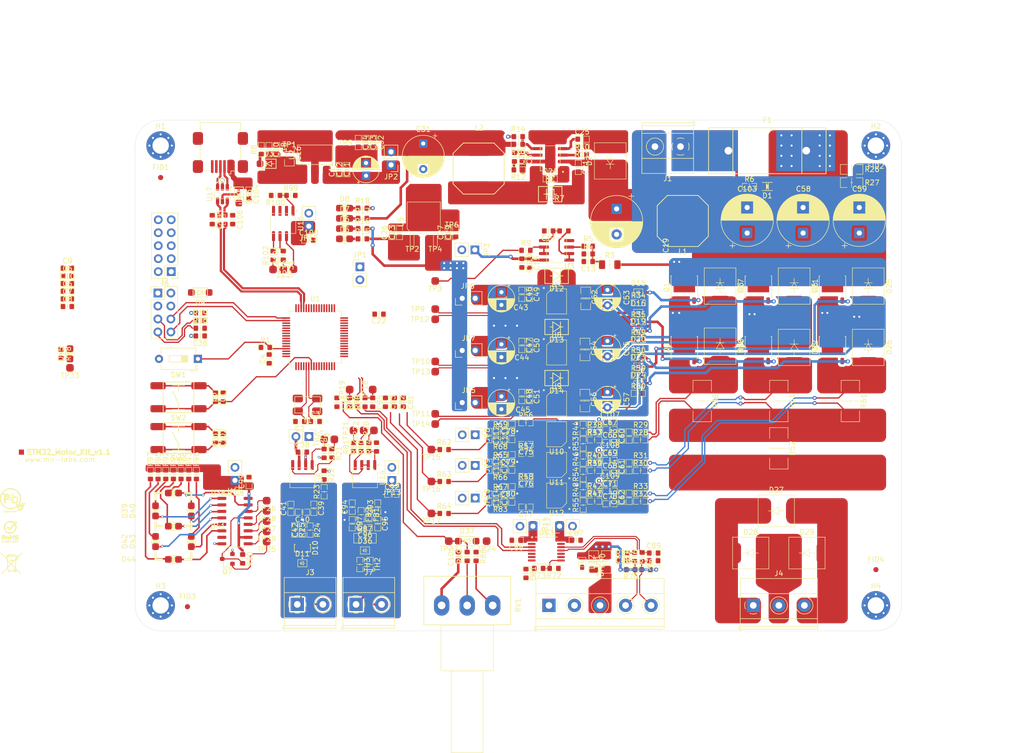
<source format=kicad_pcb>
(kicad_pcb (version 20240108) (generator "pcbnew") (generator_version "8.0")
  (layers (0 "F.Cu" signal) (1 "In1.Cu" signal) (2 "In2.Cu" signal) (31 "B.Cu" signal) (34 "B.Paste" user) (35 "F.Paste" user) (36 "B.SilkS" user "B.Silkscreen") (37 "F.SilkS" user "F.Silkscreen") (38 "B.Mask" user) (39 "F.Mask" user) (44 "Edge.Cuts" user))
  (net 0 "")
  (net 1 "+3.3V")
  (net 2 "GND")
  (net 3 "/MCU/RST")
  (net 4 "/MCU/OSC_IN")
  (net 5 "/MCU/OSC_OUT")
  (net 6 "+5V")
  (net 7 "+3.3V_MCU")
  (net 8 "Net-(U3B-+)")
  (net 9 "+24V")
  (net 10 "/Power/BUS_Voltage_Read")
  (net 11 "+15V")
  (net 12 "/Programming_and_Uart/FTDI_UART_TX")
  (net 13 "/Programming_and_Uart/FTDI_UART_RX")
  (net 14 "/CanBus_Communication/MCU_CAN_TX")
  (net 15 "Net-(U4-Boot)")
  (net 16 "Net-(U9-VB)")
  (net 17 "/Motor_Control/U_Phase_COM")
  (net 18 "/Motor_Control/V_Phase_COM")
  (net 19 "Net-(JP2-A)")
  (net 20 "/Motor_Control/W_Phase_COM")
  (net 21 "Net-(C13-Pad1)")
  (net 22 "Vbus")
  (net 23 "Net-(U4-PH)")
  (net 24 "Net-(U4-SS)")
  (net 25 "Net-(JP3-A)")
  (net 26 "Net-(U4-COMP)")
  (net 27 "Net-(C42-Pad1)")
  (net 28 "Net-(C60-Pad2)")
  (net 29 "Net-(U12B-+)")
  (net 30 "Net-(C28-Pad2)")
  (net 31 "Net-(JP4-B)")
  (net 32 "/Motor_Control/Shunt_ADC_U")
  (net 33 "/Motor_Control/Shunt_ADC_V")
  (net 34 "/Motor_Control/Shunt_ADC_W")
  (net 35 "/Encoder/ENC_CLK_A")
  (net 36 "/Encoder/ENC_DATA_B")
  (net 37 "/Encoder/ENC-CLK_A")
  (net 38 "/Encoder/ENC-DATA_B")
  (net 39 "GND(SHIELD)")
  (net 40 "Net-(C60-Pad1)")
  (net 41 "Net-(C61-Pad1)")
  (net 42 "Net-(C61-Pad2)")
  (net 43 "Net-(C62-Pad1)")
  (net 44 "/Potentiometer/Potentiometer_Read")
  (net 45 "Net-(D1-Pad2)")
  (net 46 "Net-(D5-Pad2)")
  (net 47 "Net-(D6-Pad2)")
  (net 48 "Net-(D7-Pad2)")
  (net 49 "Net-(D8-Pad2)")
  (net 50 "/CanBus_Communication/CAN_L")
  (net 51 "/CanBus_Communication/CAN_H")
  (net 52 "/Motor_Control/U_Phase_H")
  (net 53 "Net-(JP6-B)")
  (net 54 "Net-(JP7-B)")
  (net 55 "/Motor_Control/U_Phase_L")
  (net 56 "/Motor_Control/U_Shunt_High")
  (net 57 "Net-(JP5-B)")
  (net 58 "/Motor_Control/V_Phase_H")
  (net 59 "/Motor_Control/V_Phase_L")
  (net 60 "Net-(U7-VB)")
  (net 61 "/Motor_Control/V_Shunt_High")
  (net 62 "Net-(U8-VB)")
  (net 63 "/Motor_Control/W_Phase_H")
  (net 64 "Net-(JP8-A)")
  (net 65 "/Motor_Control/W_Phase_L")
  (net 66 "/Motor_Control/W_Shunt_High")
  (net 67 "Net-(JP9-A)")
  (net 68 "Net-(D38-Pad2)")
  (net 69 "Net-(D39-Pad2)")
  (net 70 "Net-(D40-Pad2)")
  (net 71 "Net-(J1-Pin_1)")
  (net 72 "Net-(JP10-A)")
  (net 73 "Net-(U10B-+)")
  (net 74 "Net-(U11B-+)")
  (net 75 "/RS485_Communication/RS485_2_N")
  (net 76 "/RS485_Communication/RS485_2_P")
  (net 77 "Net-(JP11-A)")
  (net 78 "Net-(JP12-A)")
  (net 79 "Net-(JP13-A)")
  (net 80 "/RS485_Communication/RS485_1_N")
  (net 81 "/RS485_Communication/RS485_1_P")
  (net 82 "/RS485_Communication/RS485_0_N")
  (net 83 "/RS485_Communication/RS485_0_P")
  (net 84 "Net-(JP14-A)")
  (net 85 "Net-(JP15-A)")
  (net 86 "Net-(D3-Pad1)")
  (net 87 "Net-(J2-Pin_2)")
  (net 88 "Net-(D15-Pad2)")
  (net 89 "Net-(D16-Pad2)")
  (net 90 "Net-(D19-Pad2)")
  (net 91 "Net-(D20-Pad2)")
  (net 92 "Net-(D23-Pad2)")
  (net 93 "Net-(D24-Pad2)")
  (net 94 "Net-(U15-QA)")
  (net 95 "Net-(U15-QB)")
  (net 96 "Net-(U15-QC)")
  (net 97 "Net-(D41-Pad2)")
  (net 98 "Net-(U15-QD)")
  (net 99 "Net-(U15-QE)")
  (net 100 "Net-(U15-QF)")
  (net 101 "Net-(U15-QG)")
  (net 102 "Net-(U1A-PC0)")
  (net 103 "Net-(J2-Pin_5)")
  (net 104 "Net-(J2-Pin_7)")
  (net 105 "Net-(J5-Pin_5)")
  (net 106 "Net-(J5-Pin_3)")
  (net 107 "Net-(J5-Pin_4)")
  (net 109 "/MCU/BOOT")
  (net 110 "Net-(U3A-+)")
  (net 111 "Net-(U3A--)")
  (net 112 "Net-(U3B--)")
  (net 113 "/RS485_Communication/RS485_TX")
  (net 114 "/CanBus_Communication/MCU_CAN_RX")
  (net 115 "/Motor_Control/U_Drive_H")
  (net 116 "/Motor_Control/U_Drive_L")
  (net 117 "/Motor_Control/V_Drive_H")
  (net 118 "/Motor_Control/V_Drive_L")
  (net 119 "/Motor_Control/W_Drive_H")
  (net 120 "/Motor_Control/W_Drive_L")
  (net 121 "/Motor_Control/UVW_Phase_Total")
  (net 122 "Net-(U12A--)")
  (net 123 "Net-(U12A-+)")
  (net 126 "Net-(C62-Pad2)")
  (net 127 "Net-(U12B--)")
  (net 129 "Net-(D42-Pad2)")
  (net 131 "Net-(D43-Pad2)")
  (net 132 "/Flash_IC/FLASH_I2C_CLK")
  (net 133 "/Flash_IC/FLASH_I2C_SDA")
  (net 134 "/MCU/PB1")
  (net 135 "/MCU/PA10")
  (net 136 "/MCU/PB7")
  (net 137 "/MCU/PC5")
  (net 138 "/MCU/PA5")
  (net 139 "/MCU/PC6")
  (net 140 "/MCU/PC4")
  (net 141 "/MCU/PC2")
  (net 142 "/MCU/PC13")
  (net 143 "/MCU/PC12")
  (net 144 "/MCU/PC8")
  (net 145 "/MCU/PB5")
  (net 146 "/MCU/SWDIO")
  (net 147 "/MCU/PD2")
  (net 148 "/MCU/PB2")
  (net 149 "/MCU/PB11")
  (net 150 "/MCU/PA2")
  (net 151 "/MCU/PB3")
  (net 152 "/MCU/User_Button")
  (net 153 "/MCU/PB12")
  (net 154 "/MCU/PC3")
  (net 155 "/MCU/PC1")
  (net 156 "/MCU/PB10")
  (net 157 "/MCU/PB13")
  (net 158 "/MCU/PA1")
  (net 159 "/MCU/PC9")
  (net 160 "/MCU/PA3")
  (net 161 "/MCU/PB6")
  (net 162 "/MCU/PB14")
  (net 163 "/MCU/PA9")
  (net 164 "/MCU/PB15")
  (net 165 "/MCU/PA7")
  (net 166 "/MCU/PC7")
  (net 167 "/MCU/PC10")
  (net 168 "/MCU/PC11")
  (net 169 "/MCU/PB0")
  (net 170 "/MCU/PA6")
  (net 172 "/MCU/SWCLK")
  (net 173 "/MCU/PA8")
  (net 174 "/MCU/PB9")
  (net 175 "/MCU/PA15")
  (net 176 "/MCU/PB4")
  (net 177 "/MCU/PA4")
  (net 178 "/RS485_Communication/RS485_ENABLE")
  (net 179 "/RS485_Communication/RS485_RX")
  (net 182 "/Flash_IC/FLASH_WC")
  (net 185 "Net-(D44-Pad2)")
  (net 186 "Net-(D45-Pad2)")
  (net 189 "/LED_OUT/SN74HC_OE")
  (net 190 "Net-(U4-EN)")
  (net 191 "Net-(U4-VSENSE)")
  (net 193 "Net-(U15-~{OE})")
  (net 194 "Net-(U6-RXD)")
  (net 195 "Net-(U6-S)")
  (net 196 "Net-(U10A--)")
  (net 197 "Net-(U10A-+)")
  (net 198 "/LED_OUT/SPI_CLK")
  (net 199 "/LED_OUT/SPI_MOSI")
  (net 200 "/LED_OUT/SPI_CS")
  (net 201 "/LED_OUT/SPI_MISO")
  (net 206 "Net-(U11A--)")
  (net 207 "Net-(U11A-+)")
  (net 208 "Net-(R53-Pad1)")
  (net 209 "Net-(R54-Pad1)")
  (net 210 "Net-(R55-Pad1)")
  (net 211 "Net-(U10B--)")
  (net 212 "Net-(U11B--)")
  (net 213 "Net-(U13-A2)")
  (net 214 "Net-(U13-A3)")
  (net 215 "Net-(U13-OE)")
  (net 216 "Net-(U14-R)")
  (net 217 "Net-(U14-DE)")
  (net 218 "Net-(U14-D)")
  (net 219 "Net-(R88-Pad2)")
  (net 220 "Net-(R89-Pad1)")
  (net 221 "Net-(U16-E0)")
  (net 222 "Net-(U16-SCL)")
  (net 223 "Net-(U16-SDA)")
  (net 224 "/MCU/PC15")
  (net 225 "/MCU/PC14")
  (net 233 "VUSB")
  (net 234 "/USB_Communication/USB1_P")
  (net 235 "/USB_Communication/USB1_N")
  (net 237 "/USB_Communication/USB0_P")
  (net 238 "/USB_Communication/USB0_N")
  (net 239 "/USB_Communication/USB_D_P")
  (net 240 "/USB_Communication/USB_D_N")
  (net 241 "Net-(C78-Pad1)")
  (net 242 "Net-(C79-Pad1)")
  (net 243 "Net-(C80-Pad1)")
  (net 244 "Net-(C112-Pad1)")
  (net 245 "Net-(C113-Pad1)")
  (net 246 "Net-(C114-Pad1)")
  (footprint "AKE_Resistor_SMD:RES_0603" (layer "F.Cu") (at 148.5 96.5)
    (property "Reference" "R50")
    (property "Value" "47R")
  )
  (footprint "AKE_Diode_SMD:SOD-123" (layer "F.Cu") (at 62.75 83.75 180)
    (property "Reference" "D9")
    (property "Value" "B0520LW-7-F")
  )
  (footprint "AKE_Resistor_SMD:RES_0603" (layer "F.Cu") (at 84.25 130.25 -90)
    (property "Reference" "R24")
    (property "Value" "60R")
  )
  (footprint "AKE_Pinheader_TH:PinHeader_1x02_P2.54mm_Vertical" (layer "F.Cu") (at 100.25 120.525 180)
    (property "Reference" "JP13")
    (property "Value" "Jumper_Pinheader")
  )
  (footprint "AKE_Opamp_SMD:SOIC-8_3.9x4.9mm_P1.27mm" (layer "F.Cu") (at 132.5 75.5 180)
    (property "Reference" "U3")
    (property "Value" "LMV358IDRG4")
  )
  (footprint "AKE_PCB:TEST_POINT" (layer "F.Cu") (at 112 69)
    (property "Reference" "TP6")
    (property "Value" "Test_Point")
  )
  (footprint "AKE_IC_SMD:SOT-23-6" (layer "F.Cu") (at 67.1 64.5 -90)
    (property "Reference" "U17")
    (property "Value" "TVS_Diode_USB")
  )
  (footprint "AKE_Resistor_SMD:RES_0603" (layer "F.Cu") (at 110.5 120.75)
    (property "Reference" "R63")
    (property "Value" "787R")
  )
  (footprint "AKE_Capacitor_SMD:CAP_0603" (layer "F.Cu") (at 97.5 129 -90)
    (property "Reference" "C95")
    (property "Value" "100pF_50V")
  )
  (footprint "AKE_Inductor_SMD:CMC_SMD_0805" (layer "F.Cu") (at 67.1 69.5 180)
    (property "Reference" "L3")
    (property "Value" "CMC_WCB2012-900Y-N")
  )
  (footprint "AKE_Capacitor_TH:CP_Radial_D5.0mm_P3.00mm" (layer "F.Cu") (at 142.45 104.75 -90)
    (property "Reference" "C57")
    (property "Value" "22uF_35V")
  )
  (footprint "AKE_Capacitor_SMD:CAP_0603" (layer "F.Cu") (at 82.25 109 180)
    (property "Reference" "C2")
    (property "Value" "18pF_50V")
  )
  (footprint "AKE_Resistor_SMD:RES_0603" (layer "F.Cu") (at 95.75 114 90)
    (property "Reference" "R80")
    (property "Value" "33R")
  )
  (footprint "AKE_Led_SMD:LED_0805" (layer "F.Cu") (at 57.5 123 180)
    (property "Reference" "D38")
    (property "Value" "Blue")
  )
  (footprint "AKE_Capacitor_SMD:CAP_0603" (layer "F.Cu") (at 130.95 71.7 180)
    (property "Reference" "C17")
    (property "Value" "100nF_50V")
  )
  (footprint "AKE_Capacitor_SMD:CAP_0603" (layer "F.Cu") (at 123.75 111.75 90)
    (property "Reference" "C111")
    (property "Value" "100pF_50V")
  )
  (footprint "AKE_Mosfet_SMD:LFPAK56" (layer "F.Cu") (at 186.5 94.335 90)
    (property "Reference" "Q6")
    (property "Value" "NTMFS4119NT1G")
  )
  (footprint "AKE_Pinheader_TH:PinHeader_1x02_P2.54mm_Vertical" (layer "F.Cu") (at 84.025 111.945 -90)
    (property "Reference" "JP4")
    (property "Value" "Jumper_Pinheader")
  )
  (footprint "AKE_Resistor_SMD:RES_0603" (layer "F.Cu") (at 148.95 124.6)
    (property "Reference" "R32")
    (property "Value" "10R")
  )
  (footprint "AKE_Capacitor_TH:CP_Radial_D5.0mm_P2.50mm" (layer "F.Cu") (at 121.7 83.694888 -90)
    (property "Reference" "C43")
    (property "Value" "22uF_35V")
  )
  (footprint "AKE_Pinheader_TH:PinHeader_2x04_P2.54mm_Vertical" (layer "F.Cu") (at 54.46 83.86)
    (property "Reference" "J2")
    (property "Value" "Conn_02x04_Odd_Even")
  )
  (footprint "AKE_Capacitor_SMD:CAP_0603" (layer "F.Cu") (at 124.25 57.25 -90)
    (property "Reference" "C28")
    (property "Value" "1nF_50V")
  )
  (footprint "AKE_Capacitor_SMD:CAP_0603" (layer "F.Cu") (at 151.5 134.75)
    (property "Reference" "C89")
    (property "Value" "1nF_50V")
  )
  (footprint "AKE_Resistor_SMD:RES_0603" (layer "F.Cu") (at 126.5 75.5)
    (property "Reference" "R9")
    (property "Value" "100R")
  )
  (footprint "AKE_Capacitor_SMD:CAP_0603" (layer "F.Cu") (at 65.75 112.25 -90)
    (property "Reference" "C102")
    (property "Value" "100nF_50V")
  )
  (footprint "AKE_Device_TH:MountingHole_3.2mm_M3_DIN965_Pad" (layer "F.Cu") (at 195 55)
    (property "Reference" "H2")
    (property "Value" "MountingHole_Pad")
  )
  (footprint "AKE_Diode_SMD:SOD-123" (layer "F.Cu") (at 76.2 58.55)
    (property "Reference" "D3")
    (property "Value" "3.3V")
  )
  (footprint "AKE_Resistor_SMD:RES_0603" (layer "F.Cu") (at 125 59.75 180)
    (property "Reference" "R12")
    (property "Value" "29.4K")
  )
  (footprint "AKE_Capacitor_SMD:CAP_0603" (layer "F.Cu") (at 142.95 116.6)
    (property "Reference" "C69")
    (property "Value" "100pF_50V")
  )
  (footprint "AKE_Capacitor_SMD:CAP_0603" (layer "F.Cu") (at 136.35 132.25)
    (property "Reference" "C87")
    (property "Value" "100nF_50V")
  )
  (footprint "AKE_Led_SMD:LED_0805" (layer "F.Cu") (at 91 67.25)
    (property "Reference" "D8")
    (property "Value" "Blue")
  )
  (footprint "AKE_PCB:TEST_POINT" (layer "F.Cu") (at 96.5 102.75 -90)
    (property "Reference" "TP18")
    (property "Value" "Test_Point")
  )
  (footprint "AKE_Capacitor_SMD:CAP_0603" (layer "F.Cu") (at 142.95 109.1)
    (property "Reference" "C107")
    (property "Value" "100nF_50V")
  )
  (footprint "AKE_PCB:TEST_POINT" (layer "F.Cu") (at 37.25 98.5)
    (property "Reference" "TP33")
    (property "Value" "Test_Point")
  )
  (footprint "AKE_Resistor_SMD:RES_0603" (layer "F.Cu") (at 137.7 113.35 90)
    (property "Reference" "R53")
    (property "Value" "47K")
  )
  (footprint "AKE_Capacitor_SMD:CAP_0603" (layer "F.Cu") (at 62.75 87.75 180)
    (property "Reference" "C35")
    (property "Value" "100pF_50V")
  )
  (footprint "AKE_Capacitor_SMD:CAP_0603" (layer "F.Cu") (at 111.25 72 90)
    (property "Reference" "C27")
    (property "Value" "1uF_50V")
  )
  (footprint "AKE_Resistor_SMD:RES_0603" (layer "F.Cu") (at 121.5 112.5 180)
    (property "Reference" "R68")
    (property "Value" "33.2K")
  )
  (footprint "AKE_Button_SMD_TH:SW_PTS645SK50SMTR92" (layer "F.Cu") (at 58.5 112.25 180)
    (property "Reference" "SW3")
    (property "Value" "Push_Button_SMD_4P")
  )
  (footprint "AKE_Resistor_SMD:RES_0603" (layer "F.Cu") (at 94.25 114 90)
    (property "Reference" "R82")
    (property "Value" "33R")
  )
  (footprint "AKE_Diode_SMD:SOD-323" (layer "F.Cu") (at 148.5 83.75)
    (property "Reference" "D15")
    (property "Value" "1N4148")
  )
  (footprint "AKE_Resistor_SMD:RES_0603" (layer "F.Cu") (at 139.95 123.1)
    (property "Reference" "R42")
    (property "Value" "1K")
  )
  (footprint "AKE_Resistor_SMD:RES_0603" (layer "F.Cu") (at 137.7 125.35 90)
    (property "Reference" "R55")
    (property "Value" "47K")
  )
  (footprint "AKE_Resistor_SMD:RES_0603" (layer "F.Cu") (at 139.95 111.1)
    (property "Reference" "R38")
    (property "Value" "1K")
  )
  (footprint "AKE_Resistor_SMD:RES_0603" (layer "F.Cu") (at 94.5 73.25)
    (property "Reference" "R15")
    (property "Value" "24K")
  )
  (footprint "AKE_Resistor_SMD:RES_0603" (layer "F.Cu") (at 67.25 112.25 90)
    (property "Reference" "R103")
    (property "Value" "10K")
  )
  (footprint "AKE_Capacitor_SMD:CAP_0603" (layer "F.Cu") (at 142.95 119.1)
    (property "Reference" "C68")
    (property "Value" "100pF_50V")
  )
  (footprint "AKE_Resistor_SMD:RES_0603" (layer "F.Cu") (at 125 54.75 180)
    (property "Reference" "R13")
    (property "Value" "10K")
  )
  (footprint "AKE_Capacitor_SMD:CAP_0603" (layer "F.Cu") (at 91.45 59.700001 90)
    (property "Reference" "C12")
    (property "Value" "100nF_50V")
  )
  (footprint "AKE_Mosfet_SMD:LFPAK56" (layer "F.Cu") (at 172 94.335 90)
    (property "Reference" "Q4")
    (property "Value" "NTMFS4119NT1G")
  )
  (footprint "AKE_Capacitor_SMD:CAP_1206" (layer "F.Cu") (at 139.75 136.5 -90)
    (property "Reference" "C90")
    (property "Value" "10uF_10V")
  )
  (footprint "AKE_Pinheader_TH:PinHeader_1x02_P2.54mm_Vertical" (layer "F.Cu") (at 116.575 124 -90)
    (property "Reference" "JP10")
    (property "Value" "Jumper_Pinheader")
  )
  (footprint "AKE_Capacitor_SMD:CAP_0603" (layer "F.Cu") (at 127.2 84.1 -90)
    (property "Reference" "C49")
    (property "Value" "100nF_50V")
  )
  (footprint "AKE_Capacitor_SMD:CAP_1206_TANTAL" (layer "F.Cu") (at 80.2 56.8 -90)
    (property "Reference" "C16")
    (property "Value" "10uF_10V")
  )
  (footprint "AKE_Capacitor_TH:CP_Radial_D10.0mm_P5.00mm" (layer "F.Cu") (at 144.25 67.382323 -90)
    (property "Reference" "C19")
    (property "Value" "220uF_50V")
  )
  (footprint "AKE_Diode_SMD:SMC" (layer "F.Cu") (at 193.5 94.5 -90)
    (property "Reference" "D26")
    (property "Value" "S3M-TP")
  )
  (footprint "AKE_Pinheader_TH:PinHeader_1x02_P2.54mm_Vertical" (layer "F.Cu") (at 114.025 84.9 90)
    (property "Reference" "JP6")
    (property "Value" "Jumper_Pinheader")
  )
  (footprint "AKE_Resistor_SMD:RES_0603" (layer "F.Cu") (at 60.5 119.4 90)
    (property "Reference" "R93")
    (property "Value" "4.7K")
  )
  (footprint "AKE_Diode_SMD:SMC" (layer "F.Cu") (at 193.5 82.5 -90)
    (property "Reference" "D25")
    (property "Value" "S3M-TP")
  )
  (footprint "AKE_PCB:TEST_POINT" (layer "F.Cu") (at 75.75 132.5)
    (property "Reference" "TP25")
    (property "Value" "Test_Point")
  )
  (footprint "AKE_IC_SMD:SOIC-8_3.9x4.9mm_P1.27mm" (layer "F.Cu") (at 132.5 95.5)
    (property "Reference" "U8")
    (property "Value" "IR2104STRPBF")
  )
  (footprint "AKE_PCB:TEST_POINT" (layer "F.Cu") (at 108.75 99.25 -90)
    (property "Reference" "TP13")
    (property "Value" "Test_Point")
  )
  (footprint "AKE_Capacitor_SMD:CAP_1206" (layer "F.Cu") (at 138.05 94.9 -90)
    (property "Reference" "C54")
    (property "Value" "100nF_50V")
  )
  (footprint "AKE_Capacitor_SMD:CAP_0603" (layer "F.Cu") (at 36.75 86.5)
    (property "Reference" "C8")
    (property "Value" "100nF_50V")
  )
  (footprint "AKE_Diode_SMD:SMC" (layer "F.Cu") (at 164.5 82.5 -90)
    (property "Reference" "D17")
    (property "Value" "S3M-TP")
  )
  (footprint "AKE_Capacitor_TH:CP_Radial_D5.0mm_P2.50mm" (layer "F.Cu") (at 121.7 104.094888 -90)
    (property "Reference" "C45")
    (property "Value" "22uF_35V")
  )
  (footprint "AKE_Led_SMD:LED_0805" (layer "F.Cu") (at 57.5 136 180)
    (property "Reference" "D44")
    (property "Value" "Blue")
  )
  (footprint "AKE_Resistor_SMD:RES_0603" (layer "F.Cu") (at 137.7 122.35 90)
    (property "Reference" "R48")
    (property "Value" "1.5K")
  )
  (footprint "AKE_PCB:TEST_POINT" (layer "F.Cu") (at 111.4 132.4175)
    (property "Reference" "TP23")
    (property "Value" "Test_Point")
  )
  (footprint "AKE_Capacitor_SMD:CAP_0603" (layer "F.Cu") (at 125.7 84.1 -90)
    (property "Reference" "C46")
    (property "Value" "1uF_50V")
  )
  (footprint "AKE_PCB:Fiducial_1mm_Mask2mm" (layer "F.Cu") (at 195 138)
    (property "Reference" "FID4")
    (property "Value" "Fiducial_Point")
  )
  (footprint "AKE_Resistor_SMD:RES_0603" (layer "F.Cu") (at 148.95 111.1)
    (property "Reference" "R29")
    (property "Value" "10R")
  )
  (footprint "AKE_Resistor_SMD:RES_0603" (layer "F.Cu") (at 148.95 112.6)
    (property "Reference" "R28")
    (property "Value" "10R")
  )
  (footprint "AKE_Resistor_SMD:RES_0603" (layer "F.Cu") (at 148.95 118.6)
    (property "Reference" "R30")
    (property "Value" "10R")
  )
  (footprint "AKE_PCB:TEST_POINT" (layer "F.Cu") (at 108.75 107.5 -90)
    (property "Reference" "TP11")
    (property "Value" "Test_Point")
  )
  (footprint "Button_Switch_THT:SW_DIP_SPSTx01_Slide_6.7x4.1mm_W7.62mm_P2.54mm_LowProfile" (layer "F.Cu") (at 62.3 96.75 180)
    (property "Reference" "SW1")
    (property "Value" "SW_DIP_x01")
  )
  (footprint "AKE_Capacitor_SMD:CAP_0603" (layer "F.Cu") (at 76.25 96.75 -90)
    (property "Reference" "C4")
    (property "Value" "100nF_50V")
  )
  (footprint "AKE_Capacitor_SMD:CAP_0603" (layer "F.Cu") (at 85 126 -90)
    (property "Reference" "C39")
    (property "Value" "47pF_50V")
  )
  (footprint "AKE_Capacitor_SMD:CAP_0603" (layer "F.Cu") (at 87 115.25 -90)
    (property "Reference" "C37")
    (property "Value" "100pF_50V")
  )
  (footprint "AKE_Button_SMD_TH:SW_PTS645SK50SMTR92" (layer "F.Cu") (at 58.5 104.25 180)
    (property "Reference" "SW2")
    (property "Value" "Push_Button_SMD_4P")
  )
  (footprint "AKE_Capacitor_TH:CP_Radial_D10.0mm_P5.00mm" (layer "F.Cu") (at 180.75 72.117677 90)
    (property "Reference" "C58")
    (property "Value" "470uF_35V")
  )
  (footprint "AKE_Resistor_SMD:RES_0603" (layer "F.Cu") (at 94.25 127.25 -90)
    (property "Reference" "FB2")
    (property "Value" "LCB1608-121Y-N")
  )
  (footprint "AKE_Led_SMD:LED_0805" (layer "F.Cu") (at 91 69.25)
    (property "Reference" "D7")
    (property "Value" "Blue")
  )
  (footprint "AKE_PCB:Fiducial_1mm_Mask2mm" (layer "F.Cu") (at 195 61)
    (property "Reference" "FID2")
    (property "Value" "Fiducial_Point")
  )
  (footprint "AKE_Diode_SMD:SMC" (layer "F.Cu") (at 181.5 134.75)
    (property "Reference" "D29")
    (property "Value" "26V")
  )
  (footprint "AKE_Resistor_SMD:RES_0603" (layer "F.Cu") (at 74.7 55.8 90)
    (property "Reference" "R8")
    (property "Value" "10K")
  )
  (footprint "AKE_Oscilator_SMD:CRY_SMD_4P_5.0x3.2mm" (layer "F.Cu") (at 83.75 105.75 180)
    (property "Reference" "Y1")
    (property "Value" "CRYSTAL_8mHz")
  )
  (footprint "AKE_PCB:TEST_POINT" (layer "F.Cu") (at 118.8 132.4175)
    (property "Reference" "TP24")
    (property "Value" "Test_Point")
  )
  (footprint "AKE_Resistor_SMD:RES_0603" (layer "F.Cu") (at 81.25 130.25 -90)
    (property "Reference" "R25")
    (property "Value" "60R")
  )
  (footprint "AKE_Capacitor_TH:CP_Radial_D5.0mm_P3.00mm" (layer "F.Cu") (at 142.45 84.75 -90)
    (property "Reference" "C53")
    (property "Value" "22uF_35V")
  )
  (footprint "AKE_Resistor_SMD:RES_0603" (layer "F.Cu") (at 87 119.5 -90)
    (property "Reference" "R22")
    (property "Value" "DNI/RX1")
  )
  (footprint "AKE_Resistor_SMD:RES_0603" (layer "F.Cu") (at 137.5 55.25 180)
    (property "Reference" "R11")
    (property "Value" "68K")
  )
  (footprint "AKE_Pinheader_TH:PinHeader_1x02_P2.54mm_Vertical" (layer "F.Cu") (at 133.075 129.5 90)
    (property "Reference" "JP12")
    (property "Value" "Jumper_Pinheader")
  )
  (footprint "AKE_Diode_SMD:SOD-123" (layer "F.Cu") (at 70.3 64.5 90)
    (property "Reference" "D33")
    (property "Value" "BAT60JFILM")
  )
  (footprint "AKE_Capacitor_SMD:CAP_0603" (layer "F.Cu") (at 125.7 78 -90)
    (property "Reference" "C110")
    (property "Value" "1uF_10V")
  )
  (footprint "AKE_Logo:WEEE-Logo_4.2x6mm_SilkScreen" (layer "F.Cu") (at 25.8 137.6)
    (property "Reference" "SYM1" (hide yes))
    (property "Value" "WEE" (hide yes))
  )
  (footprint "AKE_Capacitor_SMD:CAP_0603" (layer "F.Cu") (at 142.95 125.1)
    (property "Reference" "C70")
    (property "Value" "100pF_50V")
  )
  (footprint "AKE_PCB:TEST_POINT" (layer "F.Cu") (at 108.75 97.25 -90)
    (property "Reference" "TP10")
    (property "Value" "Test_Point")
  )
  (footprint "AKE_Capacitor_SMD:CAP_0603" (layer "F.Cu") (at 123 115.5 180)
    (property "Reference" "C79")
    (property "Value" "1.2nF_50V")
  )
  (footprint "AKE_Diode_SMD:SOD-323" (layer "F.Cu") (at 148.5 87.75)
    (property "Reference" "D16")
    (property "Value" "1N4148")
  )
  (footprint "AKE_Resistor_SMD:RES_2512" (layer "F.Cu") (at 161 105 -90)
    (property "Reference" "R36")
    (property "Value" "10mR")
  )
  (footprint "AKE_Resistor_SMD:RES_0603" (layer "F.Cu") (at 62.75 90.75)
    (property "Reference" "R20")
    (property "Value" "47R")
  )
  (footprint "AKE_Resistor_SMD:RES_0603" (layer "F.Cu") (at 94.5 69.25)
    (property "Reference" "R17")
    (property "Value" "4.7K")
  )
  (footprint "AKE_Opamp_SMD:SOIC-8_3.9x4.9mm_P1.27mm" (layer "F.Cu") (at 132.5 111.5 180)
    (property "Reference" "U10")
    (property "Value" "LMV358IDRG4")
  )
  (footprint "AKE_Resistor_SMD:RES_0603" (layer "F.Cu") (at 137.7 119.35 90)
    (property "Reference" "R54")
    (property "Value" "47K")
  )
  (footprint "AKE_Connector_Socket_SMD:USB_Mini-B_EDAC_690-005-299-043" (layer "F.Cu") (at 66.7 56.5 180)
    (property "Reference" "J8")
    (property "Value" "USB_B_Mini")
  )
  (footprint "AKE_Resistor_SMD:RES_0603" (layer "F.Cu") (at 139.95 117.1)
    (property "Reference" "R40")
    (property "Value" "1K")
  )
  (footprint "AKE_Led_SMD:LED_0805" (layer "F.Cu") (at 37.25 95.75 90)
    (property "Reference" "D45")
    (property "Value" "Blue")
  )
  (footprint "AKE_Diode_SMD:SOD-323" (layer "F.Cu") (at 148.5 91.25)
    (property "Reference" "D19")
    (property "Value" "1N4148")
  )
  (footprint "AKE_Capacitor_SMD:CAP_0603" (layer "F.Cu") (at 138.7 77.7 180)
    (property "Reference" "C13")
    (property "Value" "100nF_50V")
  )
  (footprint "AKE_Capacitor_SMD:CAP_0603" (layer "F.Cu") (at 92.5 125.75 90)
    (property "Reference" "C94")
    (property "Value" "100pF_50V")
  )
  (footprint "AKE_Resistor_SMD:RES_0603" (layer "F.Cu") (at 115 135.4175 90)
    (property "Reference" "R89")
    (property "Value" "100R")
  )
  (footprint "AKE_Resistor_SMD:RES_0603" (layer "F.Cu") (at 148.5 93)
    (property "Reference" "R49")
    (property "Value" "47R")
  )
  (footprint "AKE_Capacitor_SMD:CAP_0603" (layer "F.Cu") (at 131.25 61.5)
    (property "Reference" "C24")
    (property "Value" "100nF_50V")
  )
  (footprint "AKE_Diode_SMD:SOD-323" (layer "F.Cu") (at 148.5 101.75)
    (property "Reference" "D24")
    (property "Value" "1N4148")
  )
  (footprint "AKE_PCB:TEST_POINT" (layer "F.Cu") (at 89 112.5 -90)
    (property "Reference" "TP8")
    (property "Value" "Test_Point")
  )
  (footprint "AKE_Capacitor_SMD:CAP_0603" (layer "F.Cu") (at 96.7 54.4 -90)
    (property "Reference" "C32")
    (property "Value" "1uF_50V")
  )
  (footprint "AKE_Capacitor_SMD:CAP_0603" (layer "F.Cu") (at 126.5 125.75 180)
    (property "Reference" "C77")
    (property "Value" "100nF_50V")
  )
  (footprint "AKE_Resistor_SMD:RES_1206" (layer "F.Cu") (at 142.9 78.3)
    (property "Reference" "R3")
    (property "Value" "10K")
  )
  (footprint "AKE_Resistor_SMD:RES_0603" (layer "F.Cu") (at 88.5 115.25 -90)
    (property "Reference" "R21")
    (property "Value" "100R")
  )
  (footprint "AKE_Resistor_SMD:RES_0603" (layer "F.Cu") (at 139.95 124.6)
    (property "Reference" "R41")
    (property "Value" "1K")
  )
  (footprint "AKE_Resistor_SMD:RES_0603" (layer "F.Cu") (at 151.5 136.25 180)
    (property "Reference" "R77")
    (property "Value" "4.7K")
  )
  (footprint "AKE_Capacitor_SMD:CAP_0603" (layer "F.Cu") (at 76.2 55.8 -90)
    (property "Reference" "C20")
    (property "Value" "22pF_50V")
  )
  (footprint "AKE_Resistor_SMD:RES_0603" (layer "F.Cu") (at 56 119.4 90)
    (property "Reference" "R92")
    (property "Value" "4.7K")
  )
  (footprint "AKE_Resistor_SMD:RES_0603" (layer "F.Cu") (at 53 119.4 90)
    (property "Reference" "R97")
    (property "Value" "4.7K")
  )
  (footprint "AKE_Resistor_SMD:RES_0603" (layer "F.Cu") (at 121.5 117)
    (property "Reference" "R65")
    (property "Value" "14.7K")
  )
  (footprint "AKE_Capacitor_TH:CP_Radial_D10.0mm_P5.00mm" (layer "F.Cu") (at 191.75 72.117677 90)
    (property "Reference" "C59")
    (property "Value" "470uF_35V")
  )
  (footprint "AKE_Resistor_SMD:RES_0603" (layer "F.Cu") (at 138.7 76.2)
    (property "Reference" "R4")
    (property "Value" "1K")
  )
  (footprint "AKE_Diode_SMD:SMC" (layer "F.Cu") (at 179 82.5 -90)
    (property "Reference" "D21")
    (property "Value" "S3M-TP")
  )
  (footprint "AKE_Diode_SMD:SOD-323" (layer "F.Cu") (at 148.5 94.75)
    (property "Reference" "D20")
    (property "Value" "1N4148")
  )
  (footprint "AKE_Device_TH:MountingHole_3.2mm_M3_DIN965_Pad" (layer "F.Cu") (at 195 145)
    (property "Reference" "H4")
    (property "Value" "MountingHole_Pad")
  )
  (footprint "AKE_Opamp_SMD:SOIC-8_3.9x4.9mm_P1.27mm" (layer "F.Cu") (at 132.5 117.5 180)
    (property "Reference" "U11")
    (property "Value" "LMV358IDRG4")
  )
  (footprint "AKE_Capacitor_TH:CP_Radial_D8.0mm_P5.00mm" (layer "F.Cu") (at 106.4 54.597349 -90)
    (property "Reference" "C31")
    (property "Value" "330uF_25V")
  )
  (footprint "AKE_Connector_W2B:TerminalBlock_Phoenix_MKDS-1,5-2_1x02_P5.00mm_Horizontal" (layer "F.Cu") (at 81.75 144.805)
    (property "Reference" "J3")
    (property "Value" "Conn_01x02_Male")
  )
  (footprint "AKE_Capacitor_SMD:CAP_1206" (layer "F.Cu") (at 138.2 84.9 -90)
    (property "Reference" "C52")
    (property "Value" "100nF_50V")
  )
  (footprint "AKE_Resistor_SMD:RES_0603" (layer "F.Cu") (at 139.95 118.6)
    (property "Reference" "R39")
    (property "Value" "1K")
  )
  (footprint "AKE_Logo:PCB_NAME" (layer "F.Cu") (at 27.75 115)
    (property "Reference" "STM32_Motor_Kit_v1.1")
    (property "Value" "PCB_NAME" (hide yes))
  )
  (footprint "AKE_Resistor_SMD:RES_0603" (layer "F.Cu") (at 94 136.995 -90)
    (property "Reference" "TH3")
    (property "Value" "KMC1S010RY")
  )
  (footprint "AKE_Capacitor_SMD:CAP_0603" (layer "F.Cu") (at 36.75 85)
    (property "Reference" "C7")
    (property "Value" "100nF_50V")
  )
  (footprint "AKE_Inductor_SMD:SRI1004-6R8M" (layer "F.Cu") (at 157.2 69.75 180)
    (property "Reference" "L1")
    (property "Value" "6.8uH_5.6A")
  )
  (footprint "AKE_Resistor_SMD:RES_0603" (layer "F.Cu") (at 139.95 112.6)
    (property "Reference" "R37")
    (property "Value" "1K")
  )
  (footprint "AKE_Capacitor_SMD:CAP_0603" (layer "F.Cu") (at 36.75 80.5)
    (property "Reference" "C5")
    (property "Value" "100nF_50V")
  )
  (footprint "AKE_Resistor_SMD:RES_0603" (layer "F.Cu") (at 129 137.75 180)
    (property "Reference" "R73")
    (property "Value" "0R")
  )
  (footprint "AKE_Led_SMD:LED_0805" (layer "F.Cu") (at 91 71.25)
    (property "Reference" "D6")
    (property "Value" "Blue")
  )
  (footprint "AKE_Diode_SMD:SOD-323" (layer "F.Cu") (at 148.5 98.25)
    (property "Reference" "D23")
    (property "Value" "1N4148")
  )
  (footprint "AKE_PCB:TEST_POINT" (layer "F.Cu") (at 104.25 76.75 180)
    (property "Reference" "TP2")
    (property "Value" "Test_Point")
  )
  (footprint "AKE_Resistor_SMD:RES_0603" (layer "F.Cu") (at 147.75 135.5 90)
    (property "Reference" "R74")
    (property "Value" "47R")
  )
  (footprint "AKE_Capacitor_SMD:CAP_0603" (layer "F.Cu") (at 142.95 121.1)
    (property "Reference" "C109")
    (property "Value" "100nF_50V")
  )
  (footprint "AKE_Resistor_SMD:RES_0603" (layer "F.Cu") (at 77.5 64.75 180)
    (property "Reference" "R100")
    (property "Value" "0R")
  )
  (footprint "AKE_IC_SMD:TSSOP-14_4.4x5mm_P0.65mm" (layer "F.Cu") (at 130.5 134.25)
    (property "Reference" "U13")
    (property "Value" "LSF0204DPWR")
  )
  (footprint "AKE_Capacitor_SMD:CAP_0603" (layer "F.Cu") (at 125.75 57.25 -90)
    (property "Reference" "C30")
    (property "Value" "47pF_50V")
  )
  (footprint "AKE_Pinheader_TH:PinHeader_1x02_P2.54mm_Vertical" (layer "F.Cu") (at 114.025 95.1 90)
    (property "Reference" "JP7")
    (property "Value" "Jumper_Pinheader")
  )
  (footprint "AKE_Capacitor_SMD:CAP_0603" (layer "F.Cu") (at 101.75 72 90)
    (property "Reference" "C23")
    (property "Value" "100nF_50V")
  )
  (footprint "AKE_Connector_W2B:TerminalBlock_Phoenix_MKDS-1,5-5_1x05_P5.00mm_Horizontal" (layer "F.Cu") (at 131 145)
    (property "Reference" "J5")
    (property "Value" "Conn_01x05_Male")
  )
  (footprint "AKE_Capacitor_SMD:CAP_0603" (layer "F.Cu") (at 95 129.75 180)
    (property "Reference" "C96")
    (property "Value" "1nF_50V")
  )
  (footprint "AKE_Capacitor_SMD:CAP_0603" (layer "F.Cu") (at 82.75 130.25 90)
    (property "Reference" "C42")
    (property "Value" "100nF_50V")
  )
  (footprint "AKE_Resistor_SMD:RES_1206" (layer "F.Cu") (at 190.25 59.65)
    (property "Reference" "R26")
    (property "Value" "DNI/499K")
  )
  (footprint "AKE_Device_TH:FuseHolder_5X20_TK79_Plastic" (layer "F.Cu") (at 173.75 56)
    (property "Reference" "F1")
    (property "Value" "Glass_Fuse")
  )
  (footprint "AKE_Resistor_SMD:RES_0603" (layer "F.Cu") (at 94.5 67.25)
    (property "Reference" "R18")
    (property "Value" "1K")
  )
  (footprint "AKE_Resistor_SMD:RES_0603" (layer "F.Cu") (at 126.5 109.25)
    (property "Reference" "R56")
    (property "Value" "8.45K")
  )
  (footprint "AKE_Led_SMD:LED_0805" (layer "F.Cu") (at 54 126.5 90)
    (property "Reference" "D39")
    (property "Value" "Blue")
  )
  (footprint "AKE_Resistor_SMD:RES_0603" (layer "F.Cu") (at 71.05 135.9 -90)
    (property "Reference" "R90")
    (property "Value" "330R")
  )
  (footprint "AKE_Capacitor_SMD:CAP_0603" (layer "F.Cu") (at 142.95 110.6)
    (property "Reference" "C67")
    (property "Value" "100pF_50V")
  )
  (footprint "AKE_Diode_SMD:SMA" (layer "F.Cu") (at 132.5 90.5 180)
    (property "Reference" "D13")
    (property "Value" "ES1D-M3/61T")
  )
  (footprint "AKE_Capacitor_SMD:CAP_0603" (layer "F.Cu") (at 137.5 53.75)
    (property "Reference" "C25")
    (property "Value" "10nF_50V")
  )
  (footprint "AKE_Capacitor_SMD:CAP_0603" (layer "F.Cu") (at 142.95 115.1)
    (property "Reference" "C108")
    (property "Value" "100nF_50V")
  )
  (footprint "AKE_Capacitor_SMD:CAP_0603" (layer "F.Cu") (at 145.2 111.85 90)
    (property "Reference" "C63")
    (property "Value" "2.2uF_10V")
  )
  (footprint "AKE_Resistor_SMD:RES_0603" (layer "F.Cu") (at 96 136.995 -90)
    (property "Reference" "TH2")
    (property "Value" "KMC1S010RY")
  )
  (footprint "AKE_PCB:TEST_POINT" (layer "F.Cu") (at 77 79.25 90)
    (property "Reference" "TP32")
    (property "Value" "Test_Point")
  )
  (footprint "AKE_Capacitor_SMD:CAP_0603" (layer "F.Cu") (at 89.95 59.700001 90)
    (property "Reference" "C14")
    (property "Value" "22pF_50V")
  )
  (footprint "AKE_Diode_SMD:SOD-323" (layer "F.Cu") (at 95 134.245)
    (property "Reference" "D36")
    (property "Value" "PESD5V0S1BA,115")
  )
  (footprint "AKE_Resistor_SMD:RES_0603" (layer "F.Cu") (at 121.5 123.25)
    (property "Reference" "R67")
    (property "Value" "14.7K")
  )
  (footprint "AKE_Resistor_SMD:RES_0603" (layer "F.Cu") (at 149.25 135.5 90)
    (property "Reference" "R76")
    (property "Value" "47R")
  )
  (footprint "AKE_Diode_SMD:SMC" (layer "F.Cu") (at 175.5 126.5)
    (property "Reference" "D27")
    (property "Value" "26V")
  )
  (footprint "AKE_Capacitor_SMD:CAP_0603" (layer "F.Cu") (at 123.75 124 90)
    (property "Reference" "C73")
    (property "Value" "100pF_50V")
  )
  (footprint "AKE_Capacitor_SMD:CAP_0603" (layer "F.Cu") (at 82.75 126.75 180)
    (property "Reference" "C40")
    (property "Value" "470pF_50V")
  )
  (footprint "AKE_Capacitor_SMD:CAP_0603" (layer "F.Cu") (at 92.5 129 -90)
    (property "Reference" "C97")
    (property "Value" "100pF_50V")
  )
  (footprint "AKE_Diode_SMD:SOT-23" (layer "F.Cu") (at 82.75 133.75 -90)
    (property "Reference" "D10")
    (property "Value" "PESD2CANFD27V-TR")
  )
  (footprint "AKE_Capacitor_SMD:CAP_0603" (layer "F.Cu") (at 145.5 134.75 180)
    (property "Reference" "C88")
    (property "Value" "1nF_50V")
  )
  (footprint "AKE_Resistor_SMD:RES_0603" (layer "F.Cu") (at 148.5 103.5)
    (property "Reference" "R60")
    (property "Value" "47R")
  )
  (footprint "AKE_Resistor_SMD:RES_0603" (layer "F.Cu") (at 138.7 74.7)
    (property "Reference" "R5")
    (property "Value" "10K")
  )
  (footprint "AKE_Resistor_SMD:RES_0603" (layer "F.Cu") (at 170.25 63)
    (property "Reference" "R6")
    (property "Value" "1K")
  )
  (footprint "AKE_Diode_SMD:SMA" (layer "F.Cu") (at 132.5 100.5 180)
    (property "Reference" "D14")
    (property "Value" "ES1D-M3/61T")
  )
  (footprint "AKE_PCB:TEST_POINT" (layer "F.Cu") (at 75.75 130.5)
    (property "Reference" "TP29")
    (property "Value" "Test_Point")
  )
  (footprint "AKE_Logo:PBFREE_5x5mm" (layer "F.Cu") (at 26.056287 124.492745)
    (property "Reference" "SYM3" (hide yes))
    (property "Value" "PBFree" (hide yes))
  )
  (footprint "AKE_Resistor_SMD:RES_2512" (layer "F.Cu") (at 190 105 -90)
    (property "Reference" "R61")
    (property "Value" "10mR")
  )
  (footprint "AKE_Capacitor_SMD:CAP_0603" (layer "F.Cu") (at 82.75 115)
    (property "Reference" "C38")
    (property "Value" "100nF_50V")
  )
  (footprint "AKE_PCB:TEST_POINT" (layer "F.Cu") (at 79 79.25 90)
    (property "Reference" "TP31")
    (property "Value" "Test_Point")
  )
  (footprint "AKE_Connector_W2B:TerminalBlock_Phoenix_MKDS-1,5-2_1x02_P5.00mm_Horizontal" (layer "F.Cu") (at 156.75 55.195 180)
    (property "Reference" "J1")
    (property "Value" "Conn_01x02_Male")
  )
  (footprint "AKE_PCB:TEST_POINT" (layer "F.Cu") (at 108.75 81.5)
    (property "Reference" "TP3")
    (property "Value" "Test_Point")
  )
  (footprint "AKE_Diode_SMD:SOD-323" (layer "F.Cu") (at 82.75 136.75)
    (property "Reference" "D11")
    (property "Value" "PESD5V0S1BA,115")
  )
  (footprint "AKE_Resistor_SMD:RES_0603" (layer "F.Cu") (at 95.75 127.25 -90)
    (property "Reference" "FB1")
    (property "Value" "LCB1608-121Y-N")
  )
  (footprint "AKE_Capacitor_SMD:CAP_0603" (layer "F.Cu") (at 127.2 94.1 -90)
    (property "Reference" "C50")
    (property "Value" "100nF_50V")
  )
  (footprint "AKE_IC_SMD:SOIC-8_3.9x4.9mm_P1.27mm" (layer "F.Cu") (at 82.75 120 -90)
    (property "Reference" "U6")
    (property "Value" "TJA1441BT_0Z")
  )
  (footprint "AKE_IC_SMD:SOIC-16_3.9x9.9mm_P1.27mm" (layer "F.Cu") (at 69.55 128.5)
    (property "Reference" "U15")
    (property "Value" "SN74HC595DRG3")
  )
  (footprint "AKE_Resistor_SMD:RES_1206" (layer "F.Cu") (at 190.25 62.25)
    (property "Reference" "R27")
    (property "Value" "DNI/499K")
  )
  (footprint "AKE_Pinheader_TH:PinHeader_1x02_P2.54mm_Vertical" (layer "F.Cu") (at 84 70.775 180)
    (property "Reference" "JP15")
    (property "Value" "Jumper_Pinheader")
  )
  (footprint "AKE_Diode_SMD:SMA" (layer "F.Cu") (at 131.25 64.5)
    (property "Reference" "D4")
    (property "Value" "B340A-E3/61T")
  )
  (footprint "AKE_Regulator_SMD:SOT-223" (layer "F.Cu") (at 85.2 56.8 90)
    (property "Reference" "U2")
    (property "Value" "AMS111733TR-HT")
  )
  (footprint "AKE_Resistor_SMD:RES_0603" (layer "F.Cu") (at 137.5 56.75)
    (property "Reference" "R10")
    (property "Value" "330K")
  )
  (footprint "AKE_Capacitor_SMD:CAP_0603" (layer "F.Cu") (at 97.5 125.75 90)
    (property "Reference" "C93")
    (property "Value" "100pF_50V")
  )
  (footprint "AKE_PCB:TEST_POINT" (layer "F.Cu") (at 108.75 89)
    (property "Reference" "TP12")
    (property "Value" "Test_Point")
  )
  (footprint "AKE_Resistor_SMD:RES_0603" (layer "F.Cu") (at 121.5 124.75 180)
    (property "Reference" "R83")
    (property "Value" "33.2K")
  )
  (footprint "AKE_Connector_W2B:TerminalBlock_Phoenix_MKDS-1,5-3_1x03_P5.00mm_Horizontal" (layer "F.Cu") (at 171 145)
    (property "Reference" "J4")
    (property "Value" "Conn_01x03_Male")
  )
  (footprint "AKE_Resistor_SMD:RES_0603" (layer "F.Cu") (at 75.5 94.5)
    (property "Reference" "R1")
    (property "Value" "1K")
  )
  (footprint "AKE_Capacitor_SMD:CAP_1206" (layer "F.Cu") (at 138.05 104.9 -90)
    (property "Reference" "C56")
    (property "Value" "100nF_50V")
  )
  (footprint "AKE_Resistor_SMD:RES_0603" (layer "F.Cu") (at 126.5 121.25)
    (property "Reference" "R58")
    (property "Value" "8.45K")
  )
  (footprint "AKE_Resistor_SMD:RES_0603" (layer "F.Cu") (at 94.5 71.25)
    (property "Reference" "R16")
    (property "Value" "10K")
  )
  (footprint "AKE_Capacitor_SMD:CAP_0603" (layer "F.Cu") (at 126.5 138.75 -90)
    (property "Reference" "C91")
    (property "Value" "3.3nF_50V")
  )
  (footprint "AKE_Capacitor_SMD:CAP_0603" (layer "F.Cu") (at 99 105.25 -90)
    (property "Reference" "C83")
    (property "Value" "10nF_50V")
  )
  (footprint "AKE_Capacitor_SMD:CAP_0603" (layer "F.Cu") (at 146.7 123.85 90)
    (property "Reference" "C62")
    (property "Value" "2.2uF_10V")
  )
  (footprint "AKE_Resistor_SMD:RES_0603" (layer "F.Cu") (at 77 76.5 90)
    (property "Reference" "R102")
    (property "Value" "47R")
  )
  (footprint "AKE_Capacitor_SMD:CAP_0603" (layer "F.Cu") (at 124.6 132.25 180)
    (property "Reference" "C86")
    (property "Value" "100nF_50V")
  )
  (footprint "AKE_Capacitor_SMD:CAP_0603" (layer "F.Cu") (at 127.2 104.1 -90)
    (property "Reference" "C51")
    (property "Value" "100nF_50V")
  )
  (footprint "AKE_PCB:TEST_POINT" (layer "F.Cu") (at 108.75 76.75 180)
    (property "Reference" "TP4")
    (property "Value" "Test_Point")
  )
  (footprint "AKE_PCB:TEST_POINT" (layer "F.Cu") (at 108.75 87)
    (property "Reference" "TP9")
    (property "Value" "Test_Point")
  )
  (footprint "AKE_Capacitor_SMD:CAP_0603" (layer "F.Cu") (at 146.7 111.85 90)
    (property "Reference" "C60")
    (property "Value" "2.2uF_10V")
  )
  (footprint "AKE_Capacitor_SMD:CAP_0603" (layer "F.Cu") (at 126.5 119.75 180)
    (property "Reference" "C76")
    (property "Value" "100nF_50V")
  )
  (footprint "AKE_Capacitor_TH:CP_Radial_D5.0mm_P2.50mm" (layer "F.Cu") (at 121.7 93.894888 -90)
    (property "Reference" "C44")
    (property "Value" "22uF_35V")
  )
  (footprint "AKE_Capacitor_SMD:CAP_0603" (layer "F.Cu") (at 72.3 64.5 -90)
    (property "Reference" "C104")
    (property "Value" "100nF_50V")
  )
  (footprint "AKE_Mosfet_SMD:LFPAK56" (layer "F.Cu") (at 186.5 82.5 90)
    (property "Reference" "Q5")
    (property "Value" "NTMFS4119NT1G")
  )
  (footprint "AKE_Diode_SMD:SMC" (layer "F.Cu") (at 179 94.5 -90)
    (property "Reference" "D22")
    (property "Value" "S3M-TP")
  )
  (footprint "AKE_Pinheader_TH:PinHeader_1x02_P2.54mm_Vertical" (layer "F.Cu") (at 116.5 75.4 -90)
    (property "Reference" "JP3")
    (property "Value" "Jumper_Pinheader")
  )
  (footprint "AKE_Capacitor_SMD:CAP_0603" (layer "F.Cu") (at 136.75 59.25 -90)
    (property "Reference" "C21")
    (property "Value" "100nF_50V")
  )
  (footprint "AKE_Capacitor_SMD:CAP_0603" (layer "F.Cu") (at 100.75 105.25 -90)
    (property "Reference" "C82")
    (property "Value" "10nF_50V")
  )
  (footprint "AKE_Resistor_SMD:RES_0603" (layer "F.Cu") (at 148.5 100)
    (property "Reference" "R59")
    (property "Value" "47R")
  )
  (footprint "AKE_Regulator_SMD:DPAK_123" (layer "F.Cu") (at 106.5 70 90)
    (property "Reference" "U5")
    (property "Value" "MC78M15CDTRKG-")
  )
  (footprint "AKE_Capacitor_SMD:CAP_0603" (layer "F.Cu") (at 92 105.25 -90)
    (property "Reference" "C84")
    (property "Value" "1nF_50V")
  )
  (footprint "AKE_Resistor_SMD:RES_0603" (layer "F.Cu") (at 145.5 136.25)
    (property "Reference" "R75")
    (property "Value" "4.7K")
  )
  (footprint "AKE_Led_SMD:LED_0805" (layer "F.Cu") (at 61 126.5 90)
    (property "Reference" "D40")
    (property "Value" "Blue")
  )
  (footprint "AKE_Device_TH:MountingHole_3.2mm_M3_DIN965_Pad" (layer "F.Cu") (at 55 145)
    (property "Reference" "H3")
    (property "Value" "MountingHole_Pad")
  )
  (footprint "AKE_Resistor_SMD:RES_0603" (layer "F.Cu") (at 125 53.25)
    (property "Reference" "R14")
    (property "Value" "3.3K")
  )
  (footprint "AKE_Led_SMD:LED_0805" (layer "F.Cu") (at 61 132.5 90)
    (property "Reference" "D43")
    (property "Value" "Blue")
  )
  (footprint "AKE_PCB:TEST_POINT" (layer "F.Cu") (at 91.2 53)
    (property "Reference" "TP5")
    (property "Value" "Test_Point")
  )
  (footprint "AKE_Resistor_SMD:RES_0603" (layer "F.Cu") (at 121.5 111)
    (property "Reference" "R69")
    (property "Value" "14.7K")
  )
  (footprint "AKE_Pinheader_TH:PinHeader_1x02_P2.54mm_Vertical" (layer "F.Cu") (at 116.575 117.6 -90)
    (property "Reference" "JP9")
    (property "Value" "Jumper_Pinheader")
  )
  (footprint "AKE_Capacitor_SMD:CAP_0603" (layer "F.Cu") (at 142.95 113.1)
    (property "Reference" "C66")
    (property "Value" "100pF_50V")
  )
  (footprint "AKE_Resistor_SMD:RES_0603" (layer "F.Cu") (at 116.75 135.4175 -90)
    (property "Reference" "R88")
    (property "Value" "1K")
  )
  (footprint "AKE_PCB:TEST_POINT" (layer "F.Cu") (at 96.75 110.75 -90)
    (property "Reference" "TP20")
    (property "Value" "Test_Point")
  )
  (footprint "AKE_Capacitor_SMD:CAP_0603" (layer "F.Cu") (at 62.75 92.25 180)
    (property "Reference" "C36")
    (property "Value" "100pF_50V")
  )
  (footprint "AKE_Led_SMD:LED_0805" (layer "F.Cu") (at 91 73.25)
    (property "Reference" "D5")
    (property "Value" "Blue")
  )
  (footprint "AKE_Capacitor_SMD:CAP_0603" (layer "F.Cu") (at 93.7 54.4 -90)
    (property "Reference" "C34")
    (property "Value" "22pF_50V")
  )
  (footprint "AKE_Resistor_SMD:RES_0603" (layer "F.Cu") (at 147 138 180)
    (property "Reference" "R79")
    (property "Value" "4.7K")
  )
  (footprint "AKE_PCB:TEST_POINT" (layer "F.Cu") (at 94.75 110.75 -90)
    (property "Reference" "TP22")
    (property "Value" "Test_Point")
  )
  (footprint "AKE_Capacitor_SMD:CAP_0603" (layer "F.Cu") (at 85.25 109)
    (property "Reference" "C3")
    (property "Value" "18pF_50V")
  )
  (footprint "AKE_Mosfet_SMD:LFPAK56" (layer "F.Cu") (at 172 82.5 90)
    (property "Reference" "Q3")
    (property "Value" "NTMFS4119NT1G")
  )
  (footprint "AKE_Resistor_SMD:RES_0603" (layer "F.Cu") (at 87 122.75 90)
    (property "Reference" "R23")
    (property "Value" "DNI/RX2")
  )
  (footprint "AKE_Resistor_SMD:RES_0603" (layer "F.Cu") (at 121.5 118.5 180)
    (property "Reference" "R66")
    (property "Value" "33.2K")
  )
  (footprint "AKE_Resistor_SMD:RES_0603" (layer "F.Cu") (at 54.5 119.4 90)
    (property "Reference" "R95")
    (property "Value" "4.7K")
  )
  (footprint "AKE_Capacitor_SMD:CAP_0603" (layer "F.Cu") (at 127.2 78 -90)
    (property "Reference" "C15")
    (property "Value" "100nF_50V")
  )
  (footprint "AKE_Resistor_SMD:RES_0603" (layer "F.Cu") (at 62.75 89.25)
    (property "Reference" "R19")
    (property "Value" "47R")
  )
  (footprint "AKE_Capacitor_SMD:CAP_0603" (layer "F.Cu") (at 119.25 111.75 -90)
    (property "Reference" "C112")
    (property "Value" "1nF_50V")
  )
  (footprint "AKE_Mosfet_SMD:LFPAK56" (layer "F.Cu") (at 157.5 82.5 90)
    (property "Reference" "Q1")
    (property "Value" "NTMFS4119NT1G")
  )
  (footprint "AKE_PCB:TEST_POINT" (layer "F.Cu") (at 108 127)
    (property "Reference" "TP17")
    (property "Value" "Test_Point")
  )
  (footprint "AKE_Resistor_SMD:RES_0603" (layer "F.Cu") (at 97.25 114 90)
    (property "Reference" "R84")
    (property "Value" "10K")
  )
  (footprint "AKE_Resistor_SMD:RES_2512" (layer "F.Cu") (at 176 105 -90)
    (property "Reference" "R51")
    (property "Value" "10mR")
  )
  (footprint "AKE_Capacitor_SMD:CAP_0603" (layer "F.Cu") (at 84 73.5)
    (property "Reference" "C100")
    (property "Value" "100nF_50V")
  )
  (footprint "AKE_Capacitor_SMD:CAP_0603" (layer "F.Cu") (at 89.5 105.25 -90)
    (property "Reference" "C98")
    (property "Value" "100nF_50V")
  )
  (footprint "AKE_Capacitor_SMD:CAP_0603" (layer "F.Cu") (at 145.2 117.85 90)
    (property "Reference" "C64")
    (property "Value" "2.2uF_10V")
  )
  (footprint "AKE_Resistor_SMD:RES_0603" (layer "F.Cu") (at 139.95 115.6 180)
    (property "Reference" "R45")
    (property "Value" "1.5K")
  )
  (footprint "AKE_Diode_SMD:SMA" (layer "F.Cu") (at 132.5 80.5 180)
    (property "Reference" "D12")
    (property "Value" "ES1D-M3/61T")
  )
  (footprint "AKE_Capacitor_SMD:CAP_0603" (layer "F.Cu") (at 80.5 126 90)
    (property "Reference" "C41")
    (property "Value" "47pF_50V")
  )
  (footprint "AKE_PCB:TEST_POINT" (layer "F.Cu") (at 87 112.5 -90)
    (property "Reference" "TP7")
    (property "Value" "Test_Point")
  )
  (footprint "AKE_PCB:TEST_POINT" (layer "F.Cu") (at 75.75 128.5)
    (property "Reference" "TP27")
    (property "Value" "Test_Point")
  )
  (footprint "AKE_Capacitor_SMD:CAP_0603" (layer "F.Cu") (at 123 109.5 180)
    (property "Reference" "C78")
    (property "Value" "1.2nF_50V")
  )
  (footprint "AKE_MCU_SMD:LQFP-64_10x10mm_P0.5mm" (layer "F.Cu") (at 85.25 92.5 90)
    (property "Reference" "U1")
    (property "Value" "STM32G431RBT6")
  )
  (footprint "AKE_Led_SMD:LED_0805" (layer "F.Cu") (at 54 132.5 90)
    (property "Reference" "D42")
    (property "Value" "Blue")
  )
  (footprint "AKE_Resistor_SMD:RES_0603" (layer "F.Cu") (at 80.5 64.75)
    (property "Reference" "R99")
    (property "Value" "DNI/0R")
  )
  (footprint "AKE_IC_SMD:SOIC-8_3.9x4.9mm_P1.27mm" (layer "F.Cu") (at 132.5 105.5)
    (property "Reference" "U9")
    (property "Value" "IR2104STRPBF")
  )
  (footprint "AKE_Resistor_SMD:RES_0603" (layer "F.Cu") (at 137.7 110.35 90)
    (property "Reference" "R44")
    (property "Value" "1.5K")
  )
  (footprint "AKE_Pinheader_TH:PinHeader_2x05_P2.54mm_Vertical" (layer "F.Cu") (at 57.075 79.675 180)
    (property "Reference" "J6")
    (property "Value" "Conn_02x05_Odd_Even")
  )
  (footprint "AKE_Capacitor_SMD:CAP_0603" (layer "F.Cu") (at 123 121.75 180)
    (property "Reference" "C80")
    (property "Value" "1.2nF_50V")
  )
  (footprint "AKE_Device_TH:MountingHole_3.2mm_M3_DIN965_Pad" (layer "F.Cu") (at 55 55)
    (property "Reference" "H1")
    (property "Value" "MountingHole_Pad")
  )
  (footprint "AKE_Capacitor_SMD:CAP_0603" (layer "F.Cu") (at 146.7 117.85 90)
    (property "Reference" "C61")
    (property "Value" "2.2uF_10V")
  )
  (footprint "AKE_Resistor_SMD:RES_0603" (layer "F.Cu") (at 148.5 85.75)
    (property "Reference" "R34")
    (property "Value" "47R")
  )
  (footprint "AKE_Capacitor_SMD:CAP_0603" (layer "F.Cu") (at 112.75 72 90)
    (property "Reference" "C29")
    (property "Value" "100nF_50V")
  )
  (footprint "AKE_Capacitor_SMD:CAP_0603" (layer "F.Cu") (at 96.5 105.25 -90)
    (property "Reference" "C85")
    (property "Value" "1nF_50V")
  )
  (footprint "AKE_Led_SMD:LED_0805" (layer "F.Cu") (at 57.5 129.5 180)
    (property "Reference" "D41")
    (property "Value" "Blue")
  )
  (footprint "AKE_Pinheader_TH:PinHeader_1x02_P2.54mm_Vertical" (layer "F.Cu") (at 100.1 58.775 180)
    (property "Reference" "JP2")
    (property "Value" "Jumper_Pinheader")
  )
  (footprint "AKE_Resistor_SMD:RES_0603" (layer "F.Cu") (at 133.95 71.7)
    (property "Reference" "R7")
    (property "Value" "100R")
  )
  (footprint "AKE_Led_SMD:LED_0805" (layer "F.Cu") (at 173.75 63 180)
    (property "Reference" "D1")
    (property "Value" "RED")
  )
  (footprint "AKE_Capacitor_SMD:CAP_0603" (layer "F.Cu") (at 36.75 82)
    (property "Reference" "C10")
    (property "Value" "100nF_50V")
  )
  (footprint "AKE_PCB:TEST_POINT" (layer "F.Cu") (at 92 102.75 -90)
    (property "Reference" "TP19")
    (property "Value" "Test_Point")
  )
  (footprint "AKE_Inductor_SMD:SRI1004-6R8M" (layer "F.Cu") (at 117.25 59.5 90)
    (property "Reference" "L2")
    (property "Value" "6.8uH_5.6A")
  )
  (footprint "AKE_Capacitor_SMD:CAP_0603" (layer "F.Cu") (at 126.5 113.5 180)
    (property "Reference" "C75")
    (property "Value" "100nF_50V")
  )
  (footprint "AKE_Resistor_TH:Potentiometer_Side_TH_5mmPitch" (layer "F.Cu") (at 115 145 -90)
    (property "Reference" "RV1")
    (property "Value" "WH148-1A-2-20V-B1K ")
  )
  (footprint "AKE_IC_SMD:SOIC-8_3.9x4.9mm_P1.27mm" (layer "F.Cu") (at 79 70.25 -90)
    (property "Reference" "U16")
    (property "Value" "M24C64-WMN6TP")
  )
  (footprint "AKE_Resistor_SMD:RES_0603" (layer "F.Cu") (at 95 105.25 90)
    (property "Reference" "R70")
    (property "Value" "47R")
  )
  (footprint "AKE_Resistor_SMD:RES_0603" (layer "F.Cu") (at 148.5 89.5)
    (property "Reference" "R35")
    (property "Value" "47R")
  )
  (footprint "AKE_Capacitor_TH:CP_Radial_D10.0mm_P5.00mm" (layer "F.Cu") (at 169.8 72.117677 90)
    (property "Reference" "C103")
    (property "Value" "220uF_50V")
  )
  (footprint "AKE_IC_SMD:SOIC-8_3.9x4.9mm_P1.27mm" (layer "F.Cu") (at 95 120 -90)
    (property "Reference" "U14")
    (property "Value" "THVD1500D")
  )
  (footprint "AKE_Resistor_SMD:RES_0603" (layer "F.Cu") (at 148.95 123.1)
    (property "Reference" "R33")
    (property "Value" "10R")
  )
  (footprint "AKE_Resistor_SMD:RES_0603" (layer "F.Cu") (at 139.95 121.6 180)
    (property "Reference" "R47")
    (property "Value" "1.5K")
  )
  (footprint "AKE_Resistor_SMD:RES_0603" (layer "F.Cu") (at 79 76.5 90)
    (property "Reference" "R101")
    (property "Value" "47R")
  )
  (footprint "AKE_Opamp_SMD:SOIC-8_3.9x4.9mm_P1.27mm" (layer "F.Cu") (at 132.5 123.5 180)
    (property "Reference" "U12")
    (property "Value" "LMV358IDRG4")
  )
  (footprint "AKE_Capacitor_SMD:CAP_0603" (layer "F.Cu") (at 142.95 122.6)
    (property "Reference" "C71")
    (property "Value" "100pF_50V")
  )
  (footprint "AKE_Resistor_SMD:RES_0603" (layer "F.Cu") (at 132 137.75 180)
    (property "Reference" "R72")
    (property "Value" "DNI/0R")
  )
  (footprint "AKE_Resistor_SMD:RES_0603" (layer "F.Cu") (at 137.7 116.35 90)
    (property "Reference" "R46")
    (property "Value" "1.5K")
  )
  (footprint "AKE_Capacitor_SMD:CAP_0603" (layer "F.Cu") (at 125.7 94.1 -90)
    (property "Reference" "C47")
    (property "Value" "1uF_50V")
  )
  (footprint "AKE_Diode_SMD:SMC" (layer "F.Cu") (at 164.5 94.25 -90)
    (property "Reference" "D18")
    (property "Value" "S3M-TP")
  )
  (footprint "AKE_PCB:TEST_POINT" (layer "F.Cu") (at 108 120.75)
    (property "Reference" "TP16")
    (property "Value" "Test_Point")
  )
  (footprint "AKE_Regulator_SMD:SOIC-8_3.9x4.9mm_P1.27mm_EP" (layer "F.Cu") (at 131.25 57.5 180)
    (property "Reference" "U4")
    (property "Value" "TPS54331DR")
  )
  (footprint "AKE_Pinheader_TH:PinHeader_1x02_P2.54mm_Vertical" (layer "F.Cu") (at 94 78.725)
    (property "Reference" "JP1")
    (property "Value" "Jumper_Pinheader")
  )
  (footprint "AKE_Pinheader_TH:PinHeader_1x02_P2.54mm_Vertical" (layer "F.Cu") (at 114.025 105.3 90)
    (property "Reference" "JP5")
    (property "Value" "Jumper_Pinheader")
  )
  (footprint "AKE_IC_SMD:SOIC-8_3.9x4.9mm_P1.27mm" (layer "F.Cu") (at 132.5 85.5)
    (property "Reference" "U7")
    (property "Value" "IR2104STRPBF")
  )
  (footprint "AKE_Diode_SMD:SOD-323" (layer "F.Cu") (at 137.5 136.5 -90)
    (property "Reference" "D32")
    (property "Value" "DESD5V0U1BA-7")
  )
  (footprint "AKE_Resistor_SMD:RES_0603" (layer "F.Cu") (at 57.5 119.4 90)
    (property "Reference" "R94")
    (property "Value" "4.7K")
  )
  (footprint "AKE_Resistor_SMD:RES_0603" (layer "F.Cu") (at 92.75 114 90)
    (property "Reference" "R81")
    (property "Value" "33R")
  )
  (footprint "AKE_Capacitor_SMD:CAP_0603" (layer "F.Cu") (at 119.25 117.75 -90)
    (property "Reference" "C113")
    (property "Value" "1nF_50V")
  )
  (footprint "AKE_Capacitor_SMD:CAP_0603" (layer "F.Cu") (at 36.75 79)
    (property "Reference" "C9")
    (property "Value" "100nF_50V")
  )
  (footprint "AKE_Pinheader_TH:PinHeader_1x02_P2.54mm_Vertical" (layer "F.Cu") (at 69.55 120.525 180)
    (property "Reference" "JP14")
    (property "Value" "Jumper_Pinheader")
  )
  (footprint "AKE_Resistor_SMD:RES_0603" (layer "F.Cu") (at 59 119.4 90)
    (property "Reference" "R91")
    (property "Value" "4.7K")
  )
  (footprint "AKE_PCB:TEST_POINT" (layer "F.Cu") (at 75.75 124.5)
    (property "Reference" "TP26")
    (property "Value" "Test_Point")
  )
  (footprint "AKE_Resistor_SMD:RES_2512" (layer "F.Cu") (at 176 114.25 -90)
    (property "Reference" "R52")
    (property "Value" "10mR")
  )
  (footprint "AKE_Resistor_SMD:RES_0603" (layer "F.Cu") (at 139.95 109.6 180)
    (property "Reference" "R43")
    (property "Value" "1.5K")
  )
  (footprint "AKE_Logo:ROHS_LOGO" (layer "F.Cu") (at 25.556287 130.492745)
    (property "Reference" "SYM2" (hide yes))
    (property "Value" "Rohs" (hide yes))
  )
  (footprint "AKE_PCB:TEST_POINT" (layer "F.Cu") (at 92.75 110.75 -90)
    (property "Reference" "TP21")
    (property "Value" "Test_Point")
  )
  (footprint "AKE_PCB:TEST_POINT" (layer "F.Cu") (at 108 114.5)
    (property "Reference" "TP15")
    (property "Value" "Test_Point")
  )
  (footprint "AKE_Capacitor_SMD:CAP_0603" (layer "F.Cu") (at 102.5 105.25 -90)
    (property "Reference" "C81")
    (property "Value" "10nF_50V")
  )
  (footprint "AKE_Connector_W2B:TerminalBlock_Phoenix_MKDS-1,5-2_1x02_P5.00mm_Horizontal" (layer "F.Cu") (at 93.25 144.805)
    (property "Reference" "J7")
    (property "Value" "Conn_01x02_Male")
  )
  (footprint "AKE_Resistor_SMD:RES_0603" (layer "F.Cu") (at 110.5 127)
    (property "Reference" "R64")
    (property "Value" "787R")
  )
  (footprint "AKE_PCB:TEST_POINT" (layer "F.Cu") (at 81 79.185 -90)
    (property "Reference" "TP30")
    (property "Value" "Test_Point")
  )
  (footprint "AKE_Mosfet_SMD:LFPAK56" (layer "F.Cu") (at 157.5 94.335 90)
    (property "Reference" "Q2")
    (property "Value" "NTMFS4119NT1G")
  )
  (footprint "AKE_Capacitor_SMD:CAP_0603" (layer "F.Cu") (at 125.7 104.1 -90)
    (property "Reference" "C48")
    (property "Value" "1uF_50V")
  )
  (footprint "AKE_Resistor_SMD:RES_0603" (layer "F.Cu") (at 150 138)
    (property "Reference" "R78")
    (property "Value" "4.7K")
  )
  (footprint "AKE_Diode_SMD:SMC" (layer "F.Cu") (at 143 58 90)
    (property "Reference" "D2")
    (property "Value" "26V")
  )
  (footprint "AKE_Capacitor_SMD:CAP_0603" (layer "F.Cu") (at 69.1 69.5 -90)
    (property "Reference" "C106")
    (property "Value" "22pF_50V")
  )
  (footprint "AKE_Resistor_SMD:RES_0603" (layer "F.Cu") (at 110.5 114.5)
    (property "Reference" "R62")
    (property "Value" "787R")
  )
  (footprint "AKE_Resistor_SMD:RES_0603" (layer "F.Cu") (at 35.5 95.75 -90)
    (property "Reference" "R98")
    (property "Value" "4.7K")
  )
  (footprint "AKE_Capacitor_SMD:CAP_0603" (layer "F.Cu") (at 113.25 135.4175 90)
    (property "Reference" "C101")
    (property "Value" "100nF_50V")
  )
  (footprint "AKE_Resistor_SMD:RES_0603" (layer "F.Cu") (at 148.95 117.1)
    (property "Reference" "R31")
    (property "Value" "10R")
  )
  (footprint "AKE_Capacitor_SMD:CAP_0603" (layer "F.Cu") (at 95.2 54.4 -90)
    (property "Reference" "C33")
    (property "Value" "100nF_50V")
  )
  (footprint "AKE_Resistor_SMD:RES_0603" (layer "F.Cu") (at 93.5 105.25 90)
    (property "Reference" "R71")
    (property "Value" "47R")
  )
  (footprint "AKE_Diode_SMD:SOD-123" (layer "F.Cu") (at 115 132.4175)
    (property "Reference" "D37")
    (property "Value" "3.3V")
  )
  (footprint "AKE_Pinheader_TH:PinHeader_1x02_P2.54mm_Vertical" (layer "F.Cu") (at 116.575 111.6 -90)
    (property "Reference" "JP8")
    (property "Value" "Jumper_Pinheader")
  )
  (footprint "AKE_Capacitor_SMD:CAP_0603" (layer "F.Cu") (at 72.3 120.75 90)
    (property "Reference" "C99")
    (property "Value" "100nF_50V")
  )
  (footprint "AKE_Capacitor_SMD:CAP_0603" (layer "F.Cu") (at 100.25 72 90)
    (property "Reference" "C26")
    (property "Value" "1uF_50V")
  )
  (footprint "AKE_PCB:TEST_POINT" (layer "F.Cu") (at 75.75 126.5)
    (property "Reference" "TP28")
    (property "Value" "Test_Point")
  )
  (footprint "AKE_Capacitor_SMD:CAP_0603" (layer "F.Cu") (at 36.75 83.5)
    (property "Reference" "C6")
    (property "Value" "100nF_50V")
  )
  (footprint "AKE_Capacitor_SMD:CAP_0603" (layer "F.Cu") (at 77.7 55.8 -90)
    (property "Reference" "C18")
    (property "Value" "100nF_50V")
  )
  (footprint "AKE_Capacitor_SMD:CAP_0603" (layer "F.Cu") (at 100.25 123.25)
    (property "Reference" "C92")
    (property "Value" "100nF_50V")
  )
  (footprint "AKE_PCB:Fiducial_1mm_Mask2mm" (layer "F.Cu") (at 55 61.25)
    (property "Reference" "FID1")
    (property "Value" "Fiducial_Point")
  )
  (footprint "AKE_Resistor_SMD:RES_0603" (layer "F.Cu") (at 62 119.4 90)
    (property "Reference" "R96")
    (property "Value" "4.7K")
  )
  (footprint "AKE_Capacitor_SMD:CAP_0603" (layer "F.Cu") (at 145.2 123.85 90)
    (property "Reference" "C65")
    (property "Value" "2.2uF_10V")
  )
  (footprint "AKE_Transistor_SMD:SOT-23" (layer "F.Cu") (at 68.05 135.9 180)
    (property "Reference" "Q7")
    (property "Value" "MMUN2235LT1G")
  )
  (footprint "AKE_Resistor_SMD:RES_1206" (layer "F.Cu") (at 95 131.845)
    (property "Reference" "R87")
    (property "Value" "120R")
  )
  (footprint "AKE_Resistor_SMD:RES_0603" (layer "F.Cu") (at 126.5 115.25)
    (property "Reference" "R57")
    (property "Value" "8.45K")
  )
  (footprint "AKE_PCB:TEST_POINT" (layer "F.Cu") (at 108.75 109.5 -90)
    (property "Reference" "TP14")
    (property "Value" "Test_Point")
  )
  (footprint "AKE_Capacitor_TH:CP_Radial_D5.0mm_P2.50mm" (layer "F.Cu") (at 95.2 60.905113 90)
    (property "Reference" "C11")
    (property "Value" "22uF_35V")
  )
  (footprint "AKE_Capacitor_SMD:CAP_0603" (layer "F.Cu") (at 97.75 88)
    (property "Reference" "C22")
    (property "Value" "100nF_50V")
  )
  (footprint "AKE_Capacitor_SMD:CAP_0603" (layer "F.Cu") (at 65.1 69.5 -90)
    (property "Reference" "C105")
    (property "Value" "22pF_50V")
  )
  (footprint "AKE_Resistor_SMD:RES_0603" (layer "F.Cu") (at 67.25 104.25 90)
    (property "Reference" "R2")
    (property "Value" "10K")
  )
  (footprint "AKE_PCB:Fiducial_1mm_Mask2mm" (layer "F.Cu") (at 60.25 145.25)
    (property "Reference" "FID3")
    (property "Value" "Fiducial_Point")
  )
  (footprint "AKE_Capacitor_SMD:CAP_0603" (layer "F.Cu") (at 119.25 124 -90)
    (property "Reference" "C114")
    (property "Value" "1nF_50V")
  )
  (footprint "AKE_Diode_SMD:SMC" (layer "F.Cu") (at 170.5 134.75)
    (property "Reference" "D28")
    (property "Value" "26V")
  )
  (footprint "AKE_PCB:TEST_POINT" (layer "F.Cu") (at 80.2 53.3)
    (property "Reference" "TP1")
    (property "Value" "Test_Point")
  )
  (footprint "AKE_Capacitor_SMD:CAP_0603" (layer "F.Cu") (at 123.75 117.75 90)
    (property "Reference" "C72")
    (property "Value" "100pF_50V")
  )
  (footprint "AKE_Pinheader_TH:PinHeader_1x02_P2.54mm_Vertical" (layer "F.Cu") (at 127.875 129.5 -90)
    (property "Reference" "JP11")
    (property "Value" "Jumper_Pinheader")
  )
  (footprint "AKE_Resistor_SMD:RES_1206" (layer "F.Cu") (at 142.25 136.5 90)
    (property "Reference" "TH1")
    (property "Value" "8V_0.5A")
  )
  (footprint "AKE_Capacitor_TH:CP_Radial_D5.0mm_P3.00mm" (layer "F.Cu") (at 142.45 94.75 -90)
    (property "Reference" "C55")
    (property "Value" "22uF_35V")
  )
  (footprint "AKE_Capacitor_SMD:CAP_0603" (layer "F.Cu") (at 65.75 104.25 -90)
    (property "Reference" "C1")
    (property "Value" "100nF_50V")
  )
  (gr_line (start 55.25 136) (end 54 136) (stroke (width 0.4)) (layer "F.SilkS"))
  (gr_line (start 59.75 136) (end 61 136) (stroke (width 0.4)) (layer "F.SilkS"))
  (gr_line (start 54 124.25) (end 54 123) (stroke (width 0.4)) (layer "F.SilkS"))
  (gr_line (start 61 134.75) (end 61 136) (stroke (width 0.4)) (layer "F.SilkS"))
  (gr_line (start 61 129.5) (end 61 128.75) (stroke (width 0.4)) (layer "F.SilkS"))
  (gr_line (start 54 134.75) (end 54 136) (stroke (width 0.4)) (layer "F.SilkS"))
  (gr_line (start 61 124.25) (end 61 123) (stroke (width 0.4)) (layer "F.SilkS"))
  (gr_line (start 61 129.5) (end 61 130.25) (stroke (width 0.4)) (layer "F.SilkS"))
  (gr_line (start 55.25 123) (end 54 123) (stroke (width 0.4)) (layer "F.SilkS"))
  (gr_line (start 61 129.5) (end 59.75 129.5) (stroke (width 0.4)) (layer "F.SilkS"))
  (gr_line (start 54 128.75) (end 54 130.25) (stroke (width 0.4)) (layer "F.SilkS"))
  (gr_line (start 59.75 123) (end 61 123) (stroke (width 0.4)) (layer "F.SilkS"))
  (gr_line (start 54 129.5) (end 55.25 129.5) (stroke (width 0.4)) (layer "F.SilkS"))
  (gr_arc (start 50 55) (mid 51.464466 51.464466) (end 55 50) (stroke (width 0.05)) (layer "Edge.Cuts"))
  (gr_line (start 195 150) (end 55 150) (stroke (width 0.05)) (layer "Edge.Cuts"))
  (gr_line (start 55 50) (end 195 50) (stroke (width 0.05)) (layer "Edge.Cuts"))
  (gr_line (start 50 145) (end 50 55) (stroke (width 0.05)) (layer "Edge.Cuts"))
  (gr_arc (start 200 145) (mid 198.535534 148.535534) (end 195 150) (stroke (width 0.05)) (layer "Edge.Cuts"))
  (gr_arc (start 55 150) (mid 51.464466 148.535534) (end 50 145) (stroke (width 0.05)) (layer "Edge.Cuts"))
  (gr_arc (start 195 50) (mid 198.535534 51.464466) (end 200 55) (stroke (width 0.05)) (layer "Edge.Cuts"))
  (gr_line (start 200 55) (end 200 145) (stroke (width 0.05)) (layer "Edge.Cuts"))
  (gr_text "www.mn-labs.com" (at 28.25 117 0) (layer "F.SilkS") (effects (font (size 1 1) (thickness 0.125) (italic yes)) (justify left bottom)))
  (segment (start 142.1 109.1) (end 141.3 109.1) (width 0.5) (layer "F.Cu") (net 1))
  (segment (start 113.25 138.5) (end 110 141.75) (width 0.5) (layer "F.Cu") (net 1))
  (segment (start 95.35 67.25) (end 96.5 67.25) (width 0.5) (layer "F.Cu") (net 1))
  (segment (start 142.1 121.1) (end 141.3 121.1) (width 0.5) (layer "F.Cu") (net 1))
  (segment (start 140.8 115.6) (end 140.8 114.6) (width 0.5) (layer "F.Cu") (net 1))
  (segment (start 140.8 109.6) (end 140.8 108.6) (width 0.5) (layer "F.Cu") (net 1))
  (segment (start 141.3 121.1) (end 140.8 121.6) (width 0.5) (layer "F.Cu") (net 1))
  (segment (start 142.1 115.1) (end 141.3 115.1) (width 0.5) (layer "F.Cu") (net 1))
  (segment (start 140.8 121.6) (end 140.8 120.6) (width 0.5) (layer "F.Cu") (net 1))
  (segment (start 141.3 115.1) (end 140.8 115.6) (width 0.5) (layer "F.Cu") (net 1))
  (segment (start 110 141.75) (end 110 145) (width 0.5) (layer "F.Cu") (net 1))
  (segment (start 141.3 109.1) (end 140.8 109.6) (width 0.5) (layer "F.Cu") (net 1))
  (segment (start 113.25 136.2675) (end 113.25 138.5) (width 0.5) (layer "F.Cu") (net 1))
  (via (at 140.8 108.6) (size 0.8) (drill 0.4) (layers "F.Cu" "B.Cu") (net 1))
  (via (at 96.5 67.25) (size 0.8) (drill 0.4) (layers "F.Cu" "B.Cu") (net 1))
  (via (at 140.8 120.6) (size 0.8) (drill 0.4) (layers "F.Cu" "B.Cu") (net 1))
  (via (at 140.8 114.6) (size 0.8) (drill 0.4) (layers "F.Cu" "B.Cu") (net 1))
  (segment (start 136.405 109.595) (end 136.5 109.5) (width 0.5) (layer "F.Cu") (net 2))
  (segment (start 123.75 123.15) (end 123.8 123.1) (width 0.25) (layer "F.Cu") (net 2))
  (segment (start 137.7 115.5) (end 136.5 115.5) (width 0.5) (layer "F.Cu") (net 2))
  (segment (start 123.8 123.1) (end 124.8 123.1) (width 0.5) (layer "F.Cu") (net 2))
  (segment (start 54.5 110) (end 62.5 110) (width 0.3) (layer "F.Cu") (net 2))
  (segment (start 67.1 63.15) (end 67.1 61.85) (width 0.42) (layer "F.Cu") (net 2))
  (segment (start 122.15 115.5) (end 121 115.5) (width 0.5) (layer "F.Cu") (net 2))
  (segment (start 87 116.1) (end 86.1 116.1) (width 0.3) (layer "F.Cu") (net 2))
  (segment (start 61.9 92.25) (end 61 92.25) (width 0.5) (layer "F.Cu") (net 2))
  (segment (start 134.975 115.595) (end 136.405 115.595) (width 0.5) (layer "F.Cu") (net 2))
  (segment (start 83.385 117.525) (end 83.385 116) (width 0.5) (layer "F.Cu") (net 2))
  (segment (start 122.15 121.75) (end 121 121.75) (width 0.5) (layer "F.Cu") (net 2))
  (segment (start 86.1 116.1) (end 86 116) (width 0.3) (layer "F.Cu") (net 2))
  (segment (start 136.405 115.595) (end 136.5 115.5) (width 0.5) (layer "F.Cu") (net 2))
  (segment (start 62.5 110) (end 64.35 110) (width 0.3) (layer "F.Cu") (net 2))
  (segment (start 83.385 116) (end 83.385 115.215) (width 0.5) (layer "F.Cu") (net 2))
  (segment (start 64.35 102) (end 65.75 103.4) (width 0.3) (layer "F.Cu") (net 2))
  (segment (start 62.5 102) (end 64.35 102) (width 0.3) (layer "F.Cu") (net 2))
  (segment (start 64.35 110) (end 65.75 111.4) (width 0.3) (layer "F.Cu") (net 2))
  (segment (start 83.385 115.215) (end 83.6 115) (width 0.5) (layer "F.Cu") (net 2))
  (segment (start 137.7 109.5) (end 136.5 109.5) (width 0.5) (layer "F.Cu") (net 2))
  (segment (start 61.9 87.75) (end 61 87.75) (width 0.5) (layer "F.Cu") (net 2))
  (segment (start 66.975 132.945) (end 65.595 132.945) (width 0.3) (layer "F.Cu") (net 2))
  (segment (start 54.5 102) (end 62.5 102) (width 0.3) (layer "F.Cu") (net 2))
  (segment (start 124.15 53.25) (end 123 53.25) (width 0.5) (layer "F.Cu") (net 2))
  (segment (start 122.15 109.5) (end 121 109.5) (width 0.5) (layer "F.Cu") (net 2))
  (segment (start 123.75 110.9) (end 124.8 110.9) (width 0.5) (layer "F.Cu") (net 2))
  (segment (start 123.75 116.9) (end 124.8 116.9) (width 0.5) (layer "F.Cu") (net 2))
  (segment (start 137.7 121.5) (end 136.5 121.5) (width 0.5) (layer "F.Cu") (net 2))
  (segment (start 136.405 121.595) (end 136.5 121.5) (width 0.5) (layer "F.Cu") (net 2))
  (segment (start 134.975 109.595) (end 136.405 109.595) (width 0.5) (layer "F.Cu") (net 2))
  (segment (start 69.05 134.95) (end 69.05 134.15) (width 0.3) (layer "F.Cu") (net 2))
  (segment (start 82.75 129.4) (end 82.75 128.25) (width 0.4) (layer "F.Cu") (net 2))
  (segment (start 82.75 134.75) (end 82.75 135.75) (width 0.3) (layer "F.Cu") (net 2))
  (segment (start 134.975 121.595) (end 136.405 121.595) (width 0.5) (layer "F.Cu") (net 2))
  (segment (start 65.595 132.945) (end 65.55 132.9) (width 0.3) (layer "F.Cu") (net 2))
  (via (at 120.25 90.25) (size 0.8) (drill 0.4) (layers "F.Cu" "B.Cu") (net 2))
  (via (at 65.55 132.9) (size 0.5) (drill 0.3) (layers "F.Cu" "B.Cu") (net 2))
  (via (at 91 126.75) (size 0.8) (drill 0.4) (layers "F.Cu" "B.Cu") (net 2))
  (via (at 123 53.25) (size 0.8) (drill 0.4) (layers "F.Cu" "B.Cu") (net 2))
  (via (at 122.5 90.25) (size 0.8) (drill 0.4) (layers "F.Cu" "B.Cu") (net 2))
  (via (at 121 109.5) (size 0.8) (drill 0.4) (layers "F.Cu" "B.Cu") (net 2))
  (via (at 122.5 100.5) (size 0.8) (drill 0.4) (layers "F.Cu" "B.Cu") (net 2))
  (via (at 124.8 123.1) (size 0.8) (drill 0.4) (layers "F.Cu" "B.Cu") (net 2))
  (via (at 69.05 134.15) (size 0.5) (drill 0.3) (layers "F.Cu" "B.Cu") (net 2))
  (via (at 83.385 116) (size 0.5) (drill 0.3) (layers "F.Cu" "B.Cu") (net 2))
  (via (at 124.8 110.9) (size 0.8) (drill 0.4) (layers "F.Cu" "B.Cu") (net 2))
  (via (at 67.1 61.85) (size 0.8) (drill 0.4) (layers "F.Cu" "B.Cu") (net 2))
  (via (at 124.75 100.5) (size 0.8) (drill 0.4) (layers "F.Cu" "B.Cu") (net 2))
  (via (at 121 115.5) (size 0.8) (drill 0.4) (layers "F.Cu" "B.Cu") (net 2))
  (via (at 99 128.25) (size 0.8) (drill 0.4) (layers "F.Cu" "B.Cu") (net 2))
  (via (at 136.5 115.5) (size 0.8) (drill 0.4) (layers "F.Cu" "B.Cu") (net 2))
  (via (at 136.5 121.5) (size 0.8) (drill 0.4) (layers "F.Cu" "B.Cu") (net 2))
  (via (at 61 87.75) (size 0.8) (drill 0.4) (layers "F.Cu" "B.Cu") (net 2))
  (via (at 61 92.25) (size 0.8) (drill 0.4) (layers "F.Cu" "B.Cu") (net 2))
  (via (at 120.25 100.5) (size 0.8) (drill 0.4) (layers "F.Cu" "B.Cu") (net 2))
  (via (at 121 121.75) (size 0.8) (drill 0.4) (layers "F.Cu" "B.Cu") (net 2))
  (via (at 82.75 135.75) (size 0.5) (drill 0.3) (layers "F.Cu" "B.Cu") (net 2))
  (via (at 124.8 116.9) (size 0.8) (drill 0.4) (layers "F.Cu" "B.Cu") (net 2))
  (via (at 91 128.25) (size 0.8) (drill 0.4) (layers "F.Cu" "B.Cu") (net 2))
  (via (at 124.75 90.25) (size 0.8) (drill 0.4) (layers "F.Cu" "B.Cu") (net 2))
  (via (at 86 116) (size 0.5) (drill 0.3) (layers "F.Cu" "B.Cu") (net 2))
  (via (at 82.75 128.25) (size 0.8) (drill 0.4) (layers "F.Cu" "B.Cu") (net 2))
  (via (at 136.5 109.5) (size 0.8) (drill 0.4) (layers "F.Cu" "B.Cu") (net 2))
  (via (at 99 126.75) (size 0.8) (drill 0.4) (layers "F.Cu" "B.Cu") (net 2))
  (segment (start 65.75 105.1) (end 67.25 105.1) (width 0.3) (layer "F.Cu") (net 3))
  (segment (start 81.25 96.5) (end 84 96.5) (width 0.25) (layer "F.Cu") (net 3))
  (segment (start 68.9 105.1) (end 73.75 100.25) (width 0.25) (layer "F.Cu") (net 3))
  (segment (start 73.75 100.25) (end 77.5 100.25) (width 0.25) (layer "F.Cu") (net 3))
  (segment (start 64.35 106.5) (end 65.75 105.1) (width 0.3) (layer "F.Cu") (net 3))
  (segment (start 77.5 100.25) (end 81.25 96.5) (width 0.25) (layer "F.Cu") (net 3))
  (segment (start 84.5 97) (end 84.5 98.175) (width 0.25) (layer "F.Cu") (net 3))
  (segment (start 62.5 106.5) (end 64.35 106.5) (width 0.3) (layer "F.Cu") (net 3))
  (segment (start 67.25 105.1) (end 68.9 105.1) (width 0.25) (layer "F.Cu") (net 3))
  (segment (start 84 96.5) (end 84.5 97) (width 0.25) (layer "F.Cu") (net 3))
  (segment (start 54.5 106.5) (end 62.5 106.5) (width 0.3) (layer "F.Cu") (net 3))
  (segment (start 83.5 105.35) (end 81.85 107) (width 0.2) (layer "F.Cu") (net 4))
  (segment (start 83.5 98.175) (end 83.5 105.35) (width 0.2) (layer "F.Cu") (net 4))
  (segment (start 83.1 109) (end 83.1 108.25) (width 0.2) (layer "F.Cu") (net 4))
  (segment (start 83.1 108.25) (end 81.85 107) (width 0.2) (layer "F.Cu") (net 4))
  (segment (start 84.4 109) (end 84.4 108.4) (width 0.2) (layer "F.Cu") (net 5))
  (segment (start 84 106.15) (end 85.65 104.5) (width 0.2) (layer "F.Cu") (net 5))
  (segment (start 84 98.175) (end 84 104.25) (width 0.2) (layer "F.Cu") (net 5))
  (segment (start 84 104.25) (end 84.25 104.5) (width 0.2) (layer "F.Cu") (net 5))
  (segment (start 84 108) (end 84 106.15) (width 0.2) (layer "F.Cu") (net 5))
  (segment (start 84.25 104.5) (end 85.65 104.5) (width 0.2) (layer "F.Cu") (net 5))
  (segment (start 84.4 108.4) (end 84 108) (width 0.2) (layer "F.Cu") (net 5))
  (segment (start 152 138) (end 150.85 138) (width 0.5) (layer "F.Cu") (net 6))
  (segment (start 146.15 138) (end 145 138) (width 0.5) (layer "F.Cu") (net 6))
  (segment (start 87 118.65) (end 87.9 118.65) (width 0.3) (layer "F.Cu") (net 6))
  (segment (start 102 63.25) (end 103.25 62) (width 0.5) (layer "F.Cu") (net 6))
  (segment (start 103.25 62) (end 103.25 56.75) (width 0.5) (layer "F.Cu") (net 6))
  (segment (start 99.25 69.25) (end 102 66.5) (width 0.5) (layer "F.Cu") (net 6))
  (segment (start 102.75 56.25) (end 100.115 56.25) (width 0.5) (layer "F.Cu") (net 6))
  (segment (start 95.35 69.25) (end 99.25 69.25) (width 0.5) (layer "F.Cu") (net 6))
  (segment (start 87.9 118.65) (end 88 118.75) (width 0.3) (layer "F.Cu") (net 6))
  (segment (start 102 66.5) (end 102 63.25) (width 0.5) (layer "F.Cu") (net 6))
  (segment (start 100.115 56.25) (end 100.1 56.235) (width 0.5) (layer "F.Cu") (net 6))
  (segment (start 103.25 56.75) (end 102.75 56.25) (width 0.5) (layer "F.Cu") (net 6))
  (via (at 142.75 133.5) (size 0.8) (drill 0.4) (layers "F.Cu" "B.Cu") (net 6))
  (via (at 141.5 133.5) (size 0.8) (drill 0.4) (layers "F.Cu" "B.Cu") (net 6))
  (via (at 145 138) (size 0.8) (drill 0.4) (layers "F.Cu" "B.Cu") (net 6))
  (via (at 140.25 133.5) (size 0.8) (drill 0.4) (layers "F.Cu" "B.Cu") (net 6))
  (via (at 88 118.75) (size 0.5) (drill 0.3) (layers "F.Cu" "B.Cu") (net 6))
  (via (at 152 138) (size 0.8) (drill 0.4) (layers "F.Cu" "B.Cu") (net 6))
  (segment (start 145 138) (end 152 138) (width 0.5) (layer "B.Cu") (net 6))
  (segment (start 144.5 133.5) (end 142.75 133.5) (width 0.5) (layer "B.Cu") (net 6))
  (segment (start 145 134) (end 144.5 133.5) (width 0.5) (layer "B.Cu") (net 6))
  (segment (start 145 138) (end 145 134) (width 0.5) (layer "B.Cu") (net 6))
  (segment (start 131.8 72.7) (end 131.8 71.7) (width 0.3) (layer "F.Cu") (net 8))
  (segment (start 133.1 71.7) (end 131.8 71.7) (width 0.3) (layer "F.Cu") (net 8))
  (segment (start 130.025 73.595) (end 130.905 73.595) (width 0.3) (layer "F.Cu") (net 8))
  (segment (start 130.905 73.595) (end 131.8 72.7) (width 0.3) (layer "F.Cu") (net 8))
  (segment (start 99.85 73.25) (end 100.25 72.85) (width 0.5) (layer "F.Cu") (net 9))
  (segment (start 95.35 73.25) (end 99.85 73.25) (width 0.5) (layer "F.Cu") (net 9))
  (segment (start 111.25 81.5) (end 108.75 81.5) (width 0.25) (layer "F.Cu") (net 10))
  (segment (start 125.65 75.5) (end 122 75.5) (width 0.25) (layer "F.Cu") (net 10))
  (segment (start 122 75.5) (end 116.5 81) (width 0.25) (layer "F.Cu") (net 10))
  (segment (start 111.75 81) (end 111.25 81.5) (width 0.25) (layer "F.Cu") (net 10))
  (segment (start 116.5 81) (end 111.75 81) (width 0.25) (layer "F.Cu") (net 10))
  (segment (start 98.75 78.5) (end 96.5 76.25) (width 0.5) (layer "F.Cu") (net 11))
  (segment (start 96.5 76.25) (end 96.5 74.5) (width 0.5) (layer "F.Cu") (net 11))
  (segment (start 95.35 71.25) (end 96.5 71.25) (width 0.5) (layer "F.Cu") (net 11))
  (segment (start 108.75 76.75) (end 108.75 77.75) (width 0.5) (layer "F.Cu") (net 11))
  (segment (start 108 78.5) (end 98.75 78.5) (width 0.5) (layer "F.Cu") (net 11))
  (segment (start 108.75 77.75) (end 108 78.5) (width 0.5) (layer "F.Cu") (net 11))
  (via (at 96.5 74.5) (size 0.8) (drill 0.4) (layers "F.Cu" "B.Cu") (net 11))
  (via (at 110.5 78) (size 0.8) (drill 0.4) (layers "F.Cu" "B.Cu") (net 11))
  (via (at 96.5 71.25) (size 0.8) (drill 0.4) (layers "F.Cu" "B.Cu") (net 11))
  (via (at 113 79) (size 0.8) (drill 0.4) (layers "F.Cu" "B.Cu") (net 11))
  (via (at 111.75 78) (size 0.8) (drill 0.4) (layers "F.Cu" "B.Cu") (net 11))
  (via (at 114.25 79) (size 0.8) (drill 0.4) (layers "F.Cu" "B.Cu") (net 11))
  (via (at 110.5 79) (size 0.8) (drill 0.4) (layers "F.Cu" "B.Cu") (net 11))
  (via (at 114.25 78) (size 0.8) (drill 0.4) (layers "F.Cu" "B.Cu") (net 11))
  (via (at 111.75 79) (size 0.8) (drill 0.4) (layers "F.Cu" "B.Cu") (net 11))
  (via (at 113 78) (size 0.8) (drill 0.4) (layers "F.Cu" "B.Cu") (net 11))
  (segment (start 96.5 74.5) (end 96.5 71.25) (width 0.5) (layer "B.Cu") (net 11))
  (segment (start 87 112.5) (end 87 114.4) (width 0.2) (layer "F.Cu") (net 14))
  (segment (start 85.35 114.4) (end 87 114.4) (width 0.2) (layer "F.Cu") (net 14))
  (segment (start 84.655 115.095) (end 85.35 114.4) (width 0.2) (layer "F.Cu") (net 14))
  (segment (start 84.655 117.525) (end 84.655 115.095) (width 0.2) (layer "F.Cu") (net 14))
  (segment (start 142.2 86.4) (end 142.45 86.15) (width 0.5) (layer "F.Cu") (net 17))
  (segment (start 138.2 86.4) (end 142.3 86.4) (width 0.5) (layer "F.Cu") (net 17))
  (segment (start 137.935 86.135) (end 138.2 86.4) (width 0.5) (layer "F.Cu") (net 17))
  (segment (start 134.975 86.135) (end 137.935 86.135) (width 0.5) (layer "F.Cu") (net 17))
  (segment (start 142.3 86.4) (end 142.45 86.25) (width 0.5) (layer "F.Cu") (net 17))
  (via (at 156.5 87.75) (size 0.8) (drill 0.4) (layers "F.Cu" "B.Cu") (net 17))
  (via (at 155.25 87.75) (size 0.8) (drill 0.4) (layers "F.Cu" "B.Cu") (net 17))
  (segment (start 142.45 86.25) (end 143.75 86.25) (width 0.5) (layer "B.Cu") (net 17))
  (segment (start 154.5 92.5) (end 156.5 90.5) (width 0.5) (layer "B.Cu") (net 17))
  (segment (start 156.5 90.5) (end 156.5 87.75) (width 0.5) (layer "B.Cu") (net 17))
  (segment (start 150 92.5) (end 154.5 92.5) (width 0.5) (layer "B.Cu") (net 17))
  (segment (start 143.75 86.25) (end 150 92.5) (width 0.5) (layer "B.Cu") (net 17))
  (segment (start 138.05 96.4) (end 142.3 96.4) (width 0.5) (layer "F.Cu") (net 18))
  (segment (start 134.975 96.135) (end 137.785 96.135) (width 0.5) (layer "F.Cu") (net 18))
  (segment (start 137.785 96.135) (end 138.05 96.4) (width 0.5) (layer "F.Cu") (net 18))
  (segment (start 142.3 96.4) (end 142.45 96.25) (width 0.5) (layer "F.Cu") (net 18))
  (via (at 171.25 88) (size 0.8) (drill 0.4) (layers "F.Cu" "B.Cu") (net 18))
  (via (at 170.25 88) (size 0.8) (drill 0.4) (layers "F.Cu" "B.Cu") (net 18))
  (segment (start 170.25 88) (end 170 88.25) (width 0.5) (layer "B.Cu") (net 18))
  (segment (start 170 88.25) (end 170 91.75) (width 0.5) (layer "B.Cu") (net 18))
  (segment (start 170 91.75) (end 168.25 93.5) (width 0.5) (layer "B.Cu") (net 18))
  (segment (start 144.5 96.25) (end 142.45 96.25) (width 0.5) (layer "B.Cu") (net 18))
  (segment (start 168.25 93.5) (end 147.25 93.5) (width 0.5) (layer "B.Cu") (net 18))
  (segment (start 147.25 93.5) (end 144.5 96.25) (width 0.5) (layer "B.Cu") (net 18))
  (segment (start 142.3 106.4) (end 142.45 106.25) (width 0.25) (layer "F.Cu") (net 20))
  (segment (start 134.975 106.135) (end 137.785 106.135) (width 0.25) (layer "F.Cu") (net 20))
  (segment (start 138.05 106.4) (end 142.3 106.4) (width 0.25) (layer "F.Cu") (net 20))
  (segment (start 137.785 106.135) (end 138.05 106.4) (width 0.25) (layer "F.Cu") (net 20))
  (via (at 191.75 88.5) (size 0.8) (drill 0.4) (layers "F.Cu" "B.Cu") (net 20))
  (via (at 184.5 87.75) (size 0.8) (drill 0.4) (layers "F.Cu" "B.Cu") (net 20))
  (via (at 185.5 87.75) (size 0.8) (drill 0.4) (layers "F.Cu" "B.Cu") (net 20))
  (via (at 190.75 88.5) (size 0.8) (drill 0.4) (layers "F.Cu" "B.Cu") (net 20))
  (segment (start 148 106.25) (end 142.45 106.25) (width 0.25) (layer "B.Cu") (net 20))
  (segment (start 149.5 95.75) (end 148.75 96.5) (width 0.5) (layer "B.Cu") (net 20))
  (segment (start 148.75 96.5) (end 148.75 105.5) (width 0.5) (layer "B.Cu") (net 20))
  (segment (start 148.75 105.5) (end 148 106.25) (width 0.25) (layer "B.Cu") (net 20))
  (segment (start 189 95.75) (end 149.5 95.75) (width 0.5) (layer "B.Cu") (net 20))
  (segment (start 190.75 94) (end 189 95.75) (width 0.5) (layer "B.Cu") (net 20))
  (segment (start 190.75 88.5) (end 190.75 94) (width 0.5) (layer "B.Cu") (net 20))
  (segment (start 140.8 77.7) (end 141.4 78.3) (width 0.3) (layer "F.Cu") (net 21))
  (segment (start 139.55 76.2) (end 139.55 74.7) (width 0.3) (layer "F.Cu") (net 21))
  (segment (start 139.55 77.7) (end 139.55 76.2) (width 0.3) (layer "F.Cu") (net 21))
  (segment (start 139.55 77.7) (end 140.8 77.7) (width 0.3) (layer "F.Cu") (net 21))
  (segment (start 144.4 78.3) (end 154.95 78.3) (width 0.5) (layer "F.Cu") (net 22))
  (segment (start 154.95 78.3) (end 155.5 77.75) (width 0.5) (layer "F.Cu") (net 22))
  (via (at 156.5 77.75) (size 0.8) (drill 0.4) (layers "F.Cu" "B.Cu") (net 22))
  (via (at 184 59) (size 0.8) (drill 0.4) (layers "F.Cu" "B.Cu") (net 22))
  (via (at 178.5 59) (size 0.8) (drill 0.4) (layers "F.Cu" "B.Cu") (net 22))
  (via (at 178.5 57) (size 0.8) (drill 0.4) (layers "F.Cu" "B.Cu") (net 22))
  (via (at 184 55) (size 0.8) (drill 0.4) (layers "F.Cu" "B.Cu") (net 22))
  (via (at 178.5 53) (size 0.8) (drill 0.4) (layers "F.Cu" "B.Cu") (net 22))
  (via (at 176.5 57) (size 0.8) (drill 0.4) (layers "F.Cu" "B.Cu") (net 22))
  (via (at 186 57) (size 0.8) (drill 0.4) (layers "F.Cu" "B.Cu") (net 22))
  (via (at 176.5 59) (size 0.8) (drill 0.4) (layers "F.Cu" "B.Cu") (net 22))
  (via (at 155.5 77.75) (size 0.8) (drill 0.4) (layers "F.Cu" "B.Cu") (net 22))
  (via (at 176.5 53) (size 0.8) (drill 0.4) (layers "F.Cu" "B.Cu") (net 22))
  (via (at 178.5 55) (size 0.8) (drill 0.4) (layers "F.Cu" "B.Cu") (net 22))
  (via (at 186 55) (size 0.8) (drill 0.4) (layers "F.Cu" "B.Cu") (net 22))
  (via (at 184 53) (size 0.8) (drill 0.4) (layers "F.Cu" "B.Cu") (net 22))
  (via (at 176.5 55) (size 0.8) (drill 0.4) (layers "F.Cu" "B.Cu") (net 22))
  (via (at 186 59) (size 0.8) (drill 0.4) (layers "F.Cu" "B.Cu") (net 22))
  (via (at 184 57) (size 0.8) (drill 0.4) (layers "F.Cu" "B.Cu") (net 22))
  (via (at 186 53) (size 0.8) (drill 0.4) (layers "F.Cu" "B.Cu") (net 22))
  (segment (start 134.905 55.595) (end 135.295662 55.204338) (width 0.5) (layer "F.Cu") (net 24))
  (segment (start 135.295662 55.204338) (end 135.295662 54.204338) (width 0.5) (layer "F.Cu") (net 24))
  (segment (start 135.295662 54.204338) (end 135.75 53.75) (width 0.5) (layer "F.Cu") (net 24))
  (segment (start 135.75 53.75) (end 136.65 53.75) (width 0.5) (layer "F.Cu") (net 24))
  (segment (start 133.725 55.595) (end 134.905 55.595) (width 0.5) (layer "F.Cu") (net 24))
  (segment (start 130.025 77.405) (end 127.455 77.405) (width 0.5) (layer "F.Cu") (net 25))
  (segment (start 127.455 77.405) (end 127.2 77.15) (width 0.5) (layer "F.Cu") (net 25))
  (segment (start 125.7 77.15) (end 123.9 77.15) (width 0.5) (layer "F.Cu") (net 25))
  (segment (start 127.2 77.15) (end 125.7 77.15) (width 0.5) (layer "F.Cu") (net 25))
  (segment (start 123.9 77.15) (end 123.5 76.75) (width 0.5) (layer "F.Cu") (net 25))
  (via (at 123.5 76.75) (size 0.8) (drill 0.4) (layers "F.Cu" "B.Cu") (net 25))
  (segment (start 117.85 76.75) (end 116.5 75.4) (width 0.5) (layer "B.Cu") (net 25))
  (segment (start 123.5 76.75) (end 117.85 76.75) (width 0.5) (layer "B.Cu") (net 25))
  (segment (start 128.775 56.865) (end 127.115 56.865) (width 0.5) (layer "F.Cu") (net 26))
  (segment (start 125.75 56.4) (end 124.25 56.4) (width 0.5) (layer "F.Cu") (net 26))
  (segment (start 127.115 56.865) (end 126.65 56.4) (width 0.5) (layer "F.Cu") (net 26))
  (segment (start 126.65 56.4) (end 125.75 56.4) (width 0.5) (layer "F.Cu") (net 26))
  (segment (start 81.25 131.1) (end 82.75 131.1) (width 0.24) (layer "F.Cu") (net 27))
  (segment (start 82.75 131.1) (end 84.25 131.1) (width 0.24) (layer "F.Cu") (net 27))
  (segment (start 148 111) (end 148.1 111.1) (width 0.25) (layer "F.Cu") (net 28))
  (segment (start 143.95 111.6) (end 143.1 111.6) (width 0.25) (layer "F.Cu") (net 28))
  (segment (start 145.2 111) (end 144.6 111.6) (width 0.25) (layer "F.Cu") (net 28))
  (segment (start 141.6 111.1) (end 142.1 110.6) (width 0.25) (layer "F.Cu") (net 28))
  (segment (start 146.7 111) (end 148 111) (width 0.25) (layer "F.Cu") (net 28))
  (segment (start 145.2 111) (end 146.7 111) (width 0.25) (layer "F.Cu") (net 28))
  (segment (start 140.8 111.1) (end 141.6 111.1) (width 0.25) (layer "F.Cu") (net 28))
  (segment (start 143.1 111.6) (end 142.1 110.6) (width 0.25) (layer "F.Cu") (net 28))
  (segment (start 144.6 111.6) (end 143.95 111.6) (width 0.25) (layer "F.Cu") (net 28))
  (segment (start 127.225 123.4) (end 129.03 121.595) (width 0.25) (layer "F.Cu") (net 29))
  (segment (start 122.45 124.85) (end 123.75 124.85) (width 0.25) (layer "F.Cu") (net 29))
  (segment (start 122.35 124.75) (end 122.45 124.85) (width 0.25) (layer "F.Cu") (net 29))
  (segment (start 125.8 123.4) (end 127.225 123.4) (width 0.25) (layer "F.Cu") (net 29))
  (segment (start 124.35 124.85) (end 125.8 123.4) (width 0.25) (layer "F.Cu") (net 29))
  (segment (start 123.75 124.85) (end 124.35 124.85) (width 0.25) (layer "F.Cu") (net 29))
  (segment (start 129.03 121.595) (end 130.025 121.595) (width 0.25) (layer "F.Cu") (net 29))
  (segment (start 124.15 58.2) (end 124.25 58.1) (width 0.5) (layer "F.Cu") (net 30))
  (segment (start 124.15 59.75) (end 124.15 58.2) (width 0.5) (layer "F.Cu") (net 30))
  (segment (start 81.485 114.585) (end 81.9 115) (width 0.5) (layer "F.Cu") (net 31))
  (segment (start 81.485 111.945) (end 81.485 114.585) (width 0.5) (layer "F.Cu") (net 31))
  (segment (start 82.115 117.525) (end 82.115 115.215) (width 0.5) (layer "F.Cu") (net 31))
  (segment (start 82.115 115.215) (end 81.9 115) (width 0.5) (layer "F.Cu") (net 31))
  (segment (start 108 114.5) (end 109.65 114.5) (width 0.25) (layer "F.Cu") (net 32))
  (segment (start 103.25 109.75) (end 103.25 107.25) (width 0.25) (layer "F.Cu") (net 32))
  (segment (start 108 114.5) (end 103.25 109.75) (width 0.25) (layer "F.Cu") (net 32))
  (segment (start 108 120.75) (end 106.25 119) (width 0.25) (layer "F.Cu") (net 33))
  (segment (start 101.75 109.625) (end 101.75 107.5) (width 0.25) (layer "F.Cu") (net 33))
  (segment (start 106.25 114.125) (end 101.75 109.625) (width 0.25) (layer "F.Cu") (net 33))
  (segment (start 106.25 119) (end 106.25 114.125) (width 0.25) (layer "F.Cu") (net 33))
  (segment (start 108 120.75) (end 109.65 120.75) (width 0.25) (layer "F.Cu") (net 33))
  (segment (start 105.25 114.5) (end 100 109.25) (width 0.25) (layer "F.Cu") (net 34))
  (segment (start 100 109.25) (end 100 107.25) (width 0.25) (layer "F.Cu") (net 34))
  (segment (start 105.25 124.25) (end 105.25 114.5) (width 0.25) (layer "F.Cu") (net 34))
  (segment (start 108 127) (end 105.25 124.25) (width 0.25) (layer "F.Cu") (net 34))
  (segment (start 108 127) (end 109.65 127) (width 0.25) (layer "F.Cu") (net 34))
  (segment (start 93.5 104.4) (end 93.5 103.75) (width 0.25) (layer "F.Cu") (net 35))
  (segment (start 92 102.75) (end 92 104.4) (width 0.25) (layer "F.Cu") (net 35))
  (segment (start 94 103.25) (end 94 100.75) (width 0.25) (layer "F.Cu") (net 35))
  (segment (start 94 100.75) (end 93.75 100.5) (width 0.25) (layer "F.Cu") (net 35))
  (segment (start 92 104.4) (end 93.5 104.4) (width 0.25) (layer "F.Cu") (net 35))
  (segment (start 93.5 103.75) (end 94 103.25) (width 0.25) (layer "F.Cu") (net 35))
  (segment (start 95 103.75) (end 94.5 103.25) (width 0.25) (layer "F.Cu") (net 36))
  (segment (start 94.5 103.25) (end 94.5 100.613604) (width 0.25) (layer "F.Cu") (net 36))
  (segment (start 94.5 100.613604) (end 94.318198 100.431802) (width 0.25) (layer "F.Cu") (net 36))
  (segment (start 95 104.4) (end 96.5 104.4) (width 0.25) (layer "F.Cu") (net 36))
  (segment (start 96.5 102.75) (end 96.5 104.4) (width 0.25) (layer "F.Cu") (net 36))
  (segment (start 95 104.4) (end 95 103.75) (width 0.25) (layer "F.Cu") (net 36))
  (segment (start 146.35 134.75) (end 147.65 134.75) (width 0.2) (layer "F.Cu") (net 37))
  (segment (start 147.75 134.65) (end 148.3 134.1) (width 0.2) (layer "F.Cu") (net 37))
  (segment (start 137.85 134) (end 134.85 134) (width 0.2) (layer "F.Cu") (net 37))
  (segment (start 147.85 131.9) (end 139.95 131.9) (width 0.2) (layer "F.Cu") (net 37))
  (segment (start 134.6 134.25) (end 134.85 134) (width 0.2) (layer "F.Cu") (net 37))
  (segment (start 133.3625 134.25) (end 134.6 134.25) (width 0.2) (layer "F.Cu") (net 37))
  (segment (start 147.65 134.75) (end 147.75 134.65) (width 0.2) (layer "F.Cu") (net 37))
  (segment (start 139.95 131.9) (end 137.85 134) (width 0.2) (layer "F.Cu") (net 37))
  (segment (start 148.3 132.35) (end 147.85 131.9) (width 0.2) (layer "F.Cu") (net 37))
  (segment (start 148.3 134.1) (end 148.3 132.35) (width 0.2) (layer "F.Cu") (net 37))
  (segment (start 150.55 134.65) (end 150.65 134.75) (width 0.2) (layer "F.Cu") (net 38))
  (segment (start 149.25 134.65) (end 148.7 134.1) (width 0.2) (layer "F.Cu") (net 38))
  (segment (start 149.25 134.65) (end 150.55 134.65) (width 0.2) (layer "F.Cu") (net 38))
  (segment (start 148.015685 131.5) (end 139.75 131.5) (width 0.2) (layer "F.Cu") (net 38))
  (segment (start 137.65 133.6) (end 133.3625 133.6) (width 0.2) (layer "F.Cu") (net 38))
  (segment (start 148.7 132.184315) (end 148.015685 131.5) (width 0.2) (layer "F.Cu") (net 38))
  (segment (start 148.7 134.1) (end 148.7 132.184315) (width 0.2) (layer "F.Cu") (net 38))
  (segment (start 139.75 131.5) (end 137.65 133.6) (width 0.2) (layer "F.Cu") (net 38))
  (segment (start 143.95 112.1) (end 143.1 112.1) (width 0.25) (layer "F.Cu") (net 40))
  (segment (start 144.45 112.1) (end 143.95 112.1) (width 0.25) (layer "F.Cu") (net 40))
  (segment (start 145.2 112.7) (end 146.7 112.7) (width 0.25) (layer "F.Cu") (net 40))
  (segment (start 148 112.7) (end 148.1 112.6) (width 0.25) (layer "F.Cu") (net 40))
  (segment (start 143.1 112.1) (end 142.1 113.1) (width 0.25) (layer "F.Cu") (net 40))
  (segment (start 141.6 112.6) (end 142.1 113.1) (width 0.25) (layer "F.Cu") (net 40))
  (segment (start 146.7 112.7) (end 148 112.7) (width 0.25) (layer "F.Cu") (net 40))
  (segment (start 145.05 112.7) (end 144.45 112.1) (width 0.25) (layer "F.Cu") (net 40))
  (segment (start 145.2 112.7) (end 145.05 112.7) (width 0.25) (layer "F.Cu") (net 40))
  (segment (start 140.8 112.6) (end 141.6 112.6) (width 0.25) (layer "F.Cu") (net 40))
  (segment (start 143.1 118.1) (end 142.1 119.1) (width 0.25) (layer "F.Cu") (net 41))
  (segment (start 148 118.7) (end 148.1 118.6) (width 0.25) (layer "F.Cu") (net 41))
  (segment (start 144.6 118.1) (end 143.95 118.1) (width 0.25) (layer "F.Cu") (net 41))
  (segment (start 146.7 118.7) (end 148 118.7) (width 0.25) (layer "F.Cu") (net 41))
  (segment (start 141.6 118.6) (end 142.1 119.1) (width 0.25) (layer "F.Cu") (net 41))
  (segment (start 140.8 118.6) (end 141.6 118.6) (width 0.25) (layer "F.Cu") (net 41))
  (segment (start 145.2 118.7) (end 146.7 118.7) (width 0.25) (layer "F.Cu") (net 41))
  (segment (start 145.2 118.7) (end 144.6 118.1) (width 0.25) (layer "F.Cu") (net 41))
  (segment (start 143.95 118.1) (end 143.1 118.1) (width 0.25) (layer "F.Cu") (net 41))
  (segment (start 145.2 117) (end 144.6 117.6) (width 0.25) (layer "F.Cu") (net 42))
  (segment (start 143.7 117.6) (end 143.1 117.6) (width 0.25) (layer "F.Cu") (net 42))
  (segment (start 144.6 117.6) (end 143.7 117.6) (width 0.25) (layer "F.Cu") (net 42))
  (segment (start 145.2 117) (end 146.7 117) (width 0.25) (layer "F.Cu") (net 42))
  (segment (start 143.1 117.6) (end 142.1 116.6) (width 0.25) (layer "F.Cu") (net 42))
  (segment (start 148 117) (end 148.1 117.1) (width 0.25) (layer "F.Cu") (net 42))
  (segment (start 141.6 117.1) (end 142.1 116.6) (width 0.25) (layer "F.Cu") (net 42))
  (segment (start 146.7 117) (end 148 117) (width 0.25) (layer "F.Cu") (net 42))
  (segment (start 140.8 117.1) (end 141.6 117.1) (width 0.25) (layer "F.Cu") (net 42))
  (segment (start 145.05 124.7) (end 144.45 124.1) (width 0.25) (layer "F.Cu") (net 43))
  (segment (start 144.45 124.1) (end 143.45 124.1) (width 0.25) (layer "F.Cu") (net 43))
  (segment (start 140.8 124.6) (end 141.6 124.6) (width 0.25) (layer "F.Cu") (net 43))
  (segment (start 141.6 124.6) (end 142.1 125.1) (width 0.25) (layer "F.Cu") (net 43))
  (segment (start 148 124.7) (end 148.1 124.6) (width 0.25) (layer "F.Cu") (net 43))
  (segment (start 146.7 124.7) (end 148 124.7) (width 0.25) (layer "F.Cu") (net 43))
  (segment (start 143.45 124.1) (end 143.1 124.1) (width 0.25) (layer "F.Cu") (net 43))
  (segment (start 143.1 124.1) (end 142.1 125.1) (width 0.25) (layer "F.Cu") (net 43))
  (segment (start 145.2 124.7) (end 146.7 124.7) (width 0.25) (layer "F.Cu") (net 43))
  (segment (start 145.2 124.7) (end 145.05 124.7) (width 0.25) (layer "F.Cu") (net 43))
  (segment (start 102.5 128.75) (end 102.5 115.5) (width 0.25) (layer "F.Cu") (net 44))
  (segment (start 105.25 131.5) (end 102.5 128.75) (width 0.25) (layer "F.Cu") (net 44))
  (segment (start 111.4 132.4175) (end 110.4825 131.5) (width 0.25) (layer "F.Cu") (net 44))
  (segment (start 102.5 115.5) (end 98.25 111.25) (width 0.25) (layer "F.Cu") (net 44))
  (segment (start 110.4825 131.5) (end 105.25 131.5) (width 0.25) (layer "F.Cu") (net 44))
  (segment (start 115 134.5675) (end 115 133) (width 0.25) (layer "F.Cu") (net 44))
  (segment (start 111.4 132.4175) (end 113.25 132.4175) (width 0.25) (layer "F.Cu") (net 44))
  (segment (start 114.4175 132.4175) (end 113.25 132.4175) (width 0.25) (layer "F.Cu") (net 44))
  (segment (start 98.25 111.25) (end 98.25 109) (width 0.25) (layer "F.Cu") (net 44))
  (segment (start 98.25 109) (end 97.5 108.25) (width 0.25) (layer "F.Cu") (net 44))
  (segment (start 97.5 108.25) (end 92 108.25) (width 0.25) (layer "F.Cu") (net 44))
  (segment (start 115 133) (end 114.4175 132.4175) (width 0.25) (layer "F.Cu") (net 44))
  (segment (start 92 108.25) (end 90.75 107) (width 0.25) (layer "F.Cu") (net 44))
  (segment (start 90.75 107) (end 90.75 105.25) (width 0.25) (layer "F.Cu") (net 44))
  (segment (start 171.1 63) (end 172.75 63) (width 0.5) (layer "F.Cu") (net 45))
  (segment (start 92 73.25) (end 93.65 73.25) (width 0.5) (layer "F.Cu") (net 46))
  (segment (start 92 71.25) (end 93.65 71.25) (width 0.5) (layer "F.Cu") (net 47))
  (segment (start 92 69.25) (end 93.65 69.25) (width 0.5) (layer "F.Cu") (net 48))
  (segment (start 92 67.25) (end 93.65 67.25) (width 0.5) (layer "F.Cu") (net 49))
  (segment (start 81.8 126.85) (end 81.9 126.75) (width 0.24) (layer "F.Cu") (net 50))
  (segment (start 80.5 126.85) (end 81.8 126.85) (width 0.24) (layer "F.Cu") (net 50))
  (segment (start 81.7 136.75) (end 81.7 132.85) (width 0.24) (layer "F.Cu") (net 50))
  (segment (start 82.115 122.475) (end 82.115 123.615) (width 0.24) (layer "F.Cu") (net 50))
  (segment (start 81.7 136.75) (end 81.7 137.295) (width 0.24) (layer "F.Cu") (net 50))
  (segment (start 81.25 129.4) (end 80.25 130.4) (width 0.24) (layer "F.Cu") (net 50))
  (segment (start 81.7 132.85) (end 81.8 132.75) (width 0.24) (layer "F.Cu") (net 50))
  (segment (start 80.705 132.75) (end 81.8 132.75) (width 0.24) (layer "F.Cu") (net 50))
  (segment (start 81.25 129.4) (end 81.25 128.5) (width 0.24) (layer "F.Cu") (net 50))
  (segment (start 82.506699 124.006699) (end 82.506699 126.143301) (width 0.24) (layer "F.Cu") (net 50))
  (segment (start 82.115 123.615) (end 82.506699 124.006699) (width 0.24) (layer "F.Cu") (net 50))
  (segment (start 82.45 142.5) (end 82.45 142.605) (width 0.24) (layer "F.Cu") (net 50))
  (segment (start 81.75 126.9) (end 81.9 126.75) (width 0.24) (layer "F.Cu") (net 50))
  (segment (start 82.506699 126.143301) (end 81.9 126.75) (width 0.24) (layer "F.Cu") (net 50))
  (segment (start 82.45 138.045) (end 82.45 142.5) (width 0.24) (layer "F.Cu") (net 50))
  (segment (start 80.25 132.295) (end 80.705 132.75) (width 0.24) (layer "F.Cu") (net 50))
  (segment (start 82.45 142.5) (end 82.45 144.105) (width 0.24) (layer "F.Cu") (net 50))
  (segment (start 81.7 137.295) (end 82.45 138.045) (width 0.24) (layer "F.Cu") (net 50))
  (segment (start 82.45 144.105) (end 81.75 144.805) (width 0.24) (layer "F.Cu") (net 50))
  (segment (start 81.25 128.5) (end 81.75 128) (width 0.24) (layer "F.Cu") (net 50))
  (segment (start 80.25 130.4) (end 80.25 132.295) (width 0.24) (layer "F.Cu") (net 50))
  (segment (start 81.75 128) (end 81.75 126.9) (width 0.24) (layer "F.Cu") (net 50))
  (segment (start 83.8 136.75) (end 83.8 137.145) (width 0.24) (layer "F.Cu") (net 51))
  (segment (start 82.9 142.25) (end 82.9 142.4) (width 0.24) (layer "F.Cu") (net 51))
  (segment (start 83.385 122.475) (end 83.385 123.615) (width 0.24) (layer "F.Cu") (net 51))
  (segment (start 84.895 132.75) (end 83.7 132.75) (width 0.24) (layer "F.Cu") (net 51))
  (segment (start 82.9 142.4) (end 85.305 144.805) (width 0.24) (layer "F.Cu") (net 51))
  (segment (start 82.95 126.1) (end 83.6 126.75) (width 0.24) (layer "F.Cu") (net 51))
  (segment (start 85.35 132.295) (end 84.895 132.75) (width 0.24) (layer "F.Cu") (net 51))
  (segment (start 84.25 129.4) (end 85.35 130.5) (width 0.24) (layer "F.Cu") (net 51))
  (segment (start 83.8 132.85) (end 83.7 132.75) (width 0.24) (layer "F.Cu") (net 51))
  (segment (start 83.7 126.85) (end 83.6 126.75) (width 0.24) (layer "F.Cu") (net 51))
  (segment (start 84.25 129.4) (end 84.25 128.5) (width 0.24) (layer "F.Cu") (net 51))
  (segment (start 85.35 130.5) (end 85.35 132.295) (width 0.24) (layer "F.Cu") (net 51))
  (segment (start 85 126.85) (end 83.7 126.85) (width 0.24) (layer "F.Cu") (net 51))
  (segment (start 82.95 124.05) (end 82.95 126.1) (width 0.24) (layer "F.Cu") (net 51))
  (segment (start 84.25 128.5) (end 83.75 128) (width 0.24) (layer "F.Cu") (net 51))
  (segment (start 83.8 136.75) (end 83.8 132.85) (width 0.24) (layer "F.Cu") (net 51))
  (segment (start 83.385 123.615) (end 82.95 124.05) (width 0.24) (layer "F.Cu") (net 51))
  (segment (start 83.75 128) (end 83.75 126.9) (width 0.24) (layer "F.Cu") (net 51))
  (segment (start 82.9 138.045) (end 82.9 142.25) (width 0.24) (layer "F.Cu") (net 51))
  (segment (start 85.305 144.805) (end 86.75 144.805) (width 0.24) (layer "F.Cu") (net 51))
  (segment (start 83.8 137.145) (end 82.9 138.045) (width 0.24) (layer "F.Cu") (net 51))
  (segment (start 83.75 126.9) (end 83.6 126.75) (width 0.24) (layer "F.Cu") (net 51))
  (segment (start 140 84.75) (end 145 84.75) (width 0.5) (layer "F.Cu") (net 52))
  (segment (start 134.975 84.865) (end 139.885 84.865) (width 0.5) (layer "F.Cu") (net 52))
  (segment (start 147.65 83.95) (end 147.45 83.75) (width 0.5) (layer "F.Cu") (net 52))
  (segment (start 147.65 85.75) (end 147.65 83.95) (width 0.5) (layer "F.Cu") (net 52))
  (segment (start 139.885 84.865) (end 140 84.75) (width 0.5) (layer "F.Cu") (net 52))
  (segment (start 146 83.75) (end 147.45 83.75) (width 0.5) (layer "F.Cu") (net 52))
  (segment (start 145 84.75) (end 146 83.75) (width 0.5) (layer "F.Cu") (net 52))
  (segment (start 136.405 87.405) (end 136.75 87.75) (width 0.5) (layer "F.Cu") (net 55))
  (segment (start 134.975 87.405) (end 136.405 87.405) (width 0.5) (layer "F.Cu") (net 55))
  (segment (start 136.75 87.75) (end 147.45 87.75) (width 0.5) (layer "F.Cu") (net 55))
  (segment (start 147.65 87.95) (end 147.45 87.75) (width 0.5) (layer "F.Cu") (net 55))
  (segment (start 147.65 89.5) (end 147.65 87.95) (width 0.5) (layer "F.Cu") (net 55))
  (segment (start 149.8 111.1) (end 150.85 111.1) (width 0.25) (layer "F.Cu") (net 56))
  (segment (start 152 111.184314) (end 152 105.25) (width 0.25) (layer "F.Cu") (net 56))
  (segment (start 150.85 111.1) (end 151.25 111.5) (width 0.25) (layer "F.Cu") (net 56))
  (segment (start 151.25 111.5) (end 151.684314 111.5) (width 0.25) (layer "F.Cu") (net 56))
  (segment (start 157.75 104.5) (end 160.15 102.1) (width 0.25) (layer "F.Cu") (net 56))
  (segment (start 152.75 104.5) (end 157.75 104.5) (width 0.25) (layer "F.Cu") (net 56))
  (segment (start 151.684314 111.5) (end 152 111.184314) (width 0.25) (layer "F.Cu") (net 56))
  (segment (start 160.15 102.1) (end 161 102.1) (width 0.25) (layer "F.Cu") (net 56))
  (segment (start 152 105.25) (end 152.75 104.5) (width 0.25) (layer "F.Cu") (net 56))
  (segment (start 134.975 94.865) (end 139.885 94.865) (width 0.5) (layer "F.Cu") (net 58))
  (segment (start 147.65 93) (end 147.65 91.45) (width 0.5) (layer "F.Cu") (net 58))
  (segment (start 146.25 93) (end 147.65 93) (width 0.5) (layer "F.Cu") (net 58))
  (segment (start 144.5 94.75) (end 146.25 93) (width 0.5) (layer "F.Cu") (net 58))
  (segment (start 140 94.75) (end 144.5 94.75) (width 0.5) (layer "F.Cu") (net 58))
  (segment (start 147.65 91.45) (end 147.45 91.25) (width 0.5) (layer "F.Cu") (net 58))
  (segment (start 139.885 94.865) (end 140 94.75) (width 0.5) (layer "F.Cu") (net 58))
  (segment (start 147.65 94.95) (end 147.45 94.75) (width 0.5) (layer "F.Cu") (net 59))
  (segment (start 147.65 96.5) (end 146 96.5) (width 0.5) (layer "F.Cu") (net 59))
  (segment (start 136.405 97.405) (end 134.975 97.405) (width 0.5) (layer "F.Cu") (net 59))
  (segment (start 146 96.5) (end 144.75 97.75) (width 0.5) (layer "F.Cu") (net 59))
  (segment (start 136.75 97.75) (end 136.405 97.405) (width 0.5) (layer "F.Cu") (net 59))
  (segment (start 144.75 97.75) (end 136.75 97.75) (width 0.5) (layer "F.Cu") (net 59))
  (segment (start 147.65 96.5) (end 147.65 94.95) (width 0.5) (layer "F.Cu") (net 59))
  (segment (start 173.4 104.7) (end 176 102.1) (width 0.25) (layer "F.Cu") (net 61))
  (segment (start 150.8 117.1) (end 149.8 117.1) (width 0.25) (layer "F.Cu") (net 61))
  (segment (start 169.4 104.7) (end 173.4 104.7) (width 0.25) (layer "F.Cu") (net 61))
  (segment (start 168.5 104.3) (end 169 104.3) (width 0.25) (layer "F.Cu") (net 61))
  (segment (start 169 104.3) (end 169.4 104.7) (width 0.25) (layer "F.Cu") (net 61))
  (via (at 168.5 104.3) (size 0.8) (drill 0.4) (layers "F.Cu" "B.Cu") (net 61))
  (via (at 150.8 117.1) (size 0.8) (drill 0.4) (layers "F.Cu" "B.Cu") (net 61))
  (segment (start 152.2 117.5) (end 151.8 117.1) (width 0.25) (layer "B.Cu") (net 61))
  (segment (start 151.8 117.1) (end 150.8 117.1) (width 0.25) (layer "B.Cu") (net 61))
  (segment (start 154 117.5) (end 152.2 117.5) (width 0.25) (layer "B.Cu") (net 61))
  (segment (start 168.5 104.3) (end 167.9 104.3) (width 0.25) (layer "B.Cu") (net 61))
  (segment (start 157.6 113.9) (end 154 117.5) (width 0.25) (layer "B.Cu") (net 61))
  (segment (start 167.9 104.3) (end 167.5 104.7) (width 0.25) (layer "B.Cu") (net 61))
  (segment (start 167.5 104.7) (end 163.5 104.7) (width 0.25) (layer "B.Cu") (net 61))
  (segment (start 157.6 110.6) (end 157.6 113.9) (width 0.25) (layer "B.Cu") (net 61))
  (segment (start 163.5 104.7) (end 157.6 110.6) (width 0.25) (layer "B.Cu") (net 61))
  (segment (start 145.25 100.75) (end 146 100) (width 0.5) (layer "F.Cu") (net 63))
  (segment (start 134.975 104.865) (end 139.635 104.865) (width 0.25) (layer "F.Cu") (net 63))
  (segment (start 139.75 104.75) (end 144.5 104.75) (width 0.25) (layer "F.Cu") (net 63))
  (segment (start 146 100) (end 147.65 100) (width 0.5) (layer "F.Cu") (net 63))
  (segment (start 144.5 104.75) (end 145.25 104) (width 0.25) (layer "F.Cu") (net 63))
  (segment (start 147.65 98.45) (end 147.45 98.25) (width 0.5) (layer "F.Cu") (net 63))
  (segment (start 145.25 104) (end 145.25 100.75) (width 0.5) (layer "F.Cu") (net 63))
  (segment (start 147.65 100) (end 147.65 98.45) (width 0.5) (layer "F.Cu") (net 63))
  (segment (start 139.635 104.865) (end 139.75 104.75) (width 0.25) (layer "F.Cu") (net 63))
  (segment (start 130.025 113.405) (end 127.445 113.405) (width 0.25) (layer "F.Cu") (net 64))
  (segment (start 127.445 113.405) (end 127.35 113.5) (width 0.25) (layer "F.Cu") (net 64))
  (segment (start 136.405 107.405) (end 134.975 107.405) (width 0.25) (layer "F.Cu") (net 65))
  (segment (start 147.65 105.1) (end 145 107.75) (width 0.25) (layer "F.Cu") (net 65))
  (segment (start 147.65 103.5) (end 147.65 105.1) (width 0.5) (layer "F.Cu") (net 65))
  (segment (start 147.65 101.95) (end 147.45 101.75) (width 0.5) (layer "F.Cu") (net 65))
  (segment (start 136.75 107.75) (end 136.405 107.405) (width 0.25) (layer "F.Cu") (net 65))
  (segment (start 147.65 103.5) (end 147.65 101.95) (width 0.5) (layer "F.Cu") (net 65))
  (segment (start 145 107.75) (end 136.75 107.75) (width 0.25) (layer "F.Cu") (net 65))
  (segment (start 150.8 123.1) (end 149.8 123.1) (width 0.25) (layer "F.Cu") (net 66))
  (segment (start 187.7 104.4) (end 183 104.4) (width 0.25) (layer "F.Cu") (net 66))
  (segment (start 190 102.1) (end 187.7 104.4) (width 0.25) (layer "F.Cu") (net 66))
  (via (at 183 104.4) (size 0.8) (drill 0.4) (layers "F.Cu" "B.Cu") (net 66))
  (via (at 150.8 123.1) (size 0.8) (drill 0.4) (layers "F.Cu" "B.Cu") (net 66))
  (segment (start 163.95 108.8) (end 161 111.75) (width 0.25) (layer "B.Cu") (net 66))
  (segment (start 151.575 123.1) (end 150.8 123.1) (width 0.25) (layer "B.Cu") (net 66))
  (segment (start 174.7 108.8) (end 163.95 108.8) (width 0.25) (layer "B.Cu") (net 66))
  (segment (start 154.1 123.5) (end 151.975 123.5) (width 0.25) (layer "B.Cu") (net 66))
  (segment (start 151.975 123.5) (end 151.575 123.1) (width 0.25) (layer "B.Cu") (net 66))
  (segment (start 179.1 104.4) (end 174.7 108.8) (width 0.25) (layer "B.Cu") (net 66))
  (segment (start 161 111.75) (end 161 116.6) (width 0.25) (layer "B.Cu") (net 66))
  (segment (start 161 116.6) (end 154.1 123.5) (width 0.25) (layer "B.Cu") (net 66))
  (segment (start 183 104.4) (end 179.1 104.4) (width 0.25) (layer "B.Cu") (net 66))
  (segment (start 130.025 119.405) (end 127.695 119.405) (width 0.25) (layer "F.Cu") (net 67))
  (segment (start 127.695 119.405) (end 127.35 119.75) (width 0.25) (layer "F.Cu") (net 67))
  (segment (start 59 121.25) (end 58.45 121.8) (width 0.3) (layer "F.Cu") (net 68))
  (segment (start 58.45 121.8) (end 57.7 121.8) (width 0.3) (layer "F.Cu") (net 68))
  (segment (start 57.7 121.8) (end 56.5 123) (width 0.3) (layer "F.Cu") (net 68))
  (segment (start 59 120.25) (end 59 121.25) (width 0.3) (layer "F.Cu") (net 68))
  (segment (start 56 120.25) (end 56 120.75) (width 0.3) (layer "F.Cu") (net 69))
  (segment (start 54 122.75) (end 54 123) (width 0.3) (layer "F.Cu") (net 69))
  (segment (start 54 123) (end 54 125.5) (width 0.3) (layer "F.Cu") (net 69))
  (segment (start 56 120.75) (end 54 122.75) (width 0.3) (layer "F.Cu") (net 69))
  (segment (start 60.5 122.65) (end 61 123.15) (width 0.3) (layer "F.Cu") (net 70))
  (segment (start 61 123.15) (end 61 125.5) (width 0.3) (layer "F.Cu") (net 70))
  (segment (start 60.5 120.25) (end 60.5 122.65) (width 0.3) (layer "F.Cu") (net 70))
  (segment (start 169.4 63) (end 168.25 63) (width 0.5) (layer "F.Cu") (net 71))
  (segment (start 167.75 62.5) (end 167.75 57.62) (width 0.5) (layer "F.Cu") (net 71))
  (segment (start 168.25 63) (end 167.75 62.5) (width 0.5) (layer "F.Cu") (net 71))
  (segment (start 167.75 57.62) (end 166.13 56) (width 0.5) (layer "F.Cu") (net 71))
  (segment (start 127.695 125.405) (end 127.35 125.75) (width 0.25) (layer "F.Cu") (net 72))
  (segment (start 130.025 125.405) (end 127.695 125.405) (width 0.25) (layer "F.Cu") (net 72))
  (segment (start 122.35 112.5) (end 122.45 112.6) (width 0.25) (layer "F.Cu") (net 73))
  (segment (start 123.8 112.6) (end 124.5 111.9) (width 0.25) (layer "F.Cu") (net 73))
  (segment (start 125.75 111.25) (end 127.525 111.25) (width 0.25) (layer "F.Cu") (net 73))
  (segment (start 125.1 111.9) (end 125.75 111.25) (width 0.25) (layer "F.Cu") (net 73))
  (segment (start 127.525 111.25) (end 129.18 109.595) (width 0.25) (layer "F.Cu") (net 73))
  (segment (start 123.75 112.6) (end 123.8 112.6) (width 0.25) (layer "F.Cu") (net 73))
  (segment (start 130.025 109.595) (end 129.705 109.595) (width 0.25) (layer "F.Cu") (net 73))
  (segment (start 122.45 112.6) (end 123.75 112.6) (width 0.25) (layer "F.Cu") (net 73))
  (segment (start 124.5 111.9) (end 125.1 111.9) (width 0.25) (layer "F.Cu") (net 73))
  (segment (start 129.18 109.595) (end 130.025 109.595) (width 0.25) (layer "F.Cu") (net 73))
  (segment (start 129.7 109.6) (end 129.705 109.595) (width 0.25) (layer "F.Cu") (net 73))
  (segment (start 126 117.25) (end 127.5 117.25) (width 0.25) (layer "F.Cu") (net 74))
  (segment (start 125.25 118) (end 126 117.25) (width 0.25) (layer "F.Cu") (net 74))
  (segment (start 122.35 118.5) (end 122.45 118.6) (width 0.25) (layer "F.Cu") (net 74))
  (segment (start 127.5 117.25) (end 129.155 115.595) (width 0.25) (layer "F.Cu") (net 74))
  (segment (start 124.35 118) (end 125.25 118) (width 0.25) (layer "F.Cu") (net 74))
  (segment (start 123.75 118.6) (end 124.35 118) (width 0.25) (layer "F.Cu") (net 74))
  (segment (start 129.155 115.595) (end 130.025 115.595) (width 0.25) (layer "F.Cu") (net 74))
  (segment (start 122.45 118.6) (end 123.75 118.6) (width 0.25) (layer "F.Cu") (net 74))
  (segment (start 95.635 123.66) (end 95.35 123.945) (width 0.42) (layer "F.Cu") (net 75))
  (segment (start 95.35 123.945) (end 95.35 124.895) (width 0.42) (layer "F.Cu") (net 75))
  (segment (start 95.355 124.9) (end 95.35 124.895) (width 0.42) (layer "F.Cu") (net 75))
  (segment (start 95.35 124.895) (end 95.35 126) (width 0.42) (layer "F.Cu") (net 75))
  (segment (start 95.35 126) (end 95.75 126.4) (width 0.42) (layer "F.Cu") (net 75))
  (segment (start 97.5 124.9) (end 95.355 124.9) (width 0.42) (layer "F.Cu") (net 75))
  (segment (start 95.635 122.475) (end 95.635 123.66) (width 0.42) (layer "F.Cu") (net 75))
  (segment (start 94.695 124.9) (end 94.7 124.895) (width 0.42) (layer "F.Cu") (net 76))
  (segment (start 94.7 124.895) (end 94.7 123.895) (width 0.42) (layer "F.Cu") (net 76))
  (segment (start 94.365 126.285) (end 94.25 126.4) (width 0.42) (layer "F.Cu") (net 76))
  (segment (start 94.365 123.56) (end 94.365 122.475) (width 0.42) (layer "F.Cu") (net 76))
  (segment (start 94.7 123.895) (end 94.365 123.56) (width 0.42) (layer "F.Cu") (net 76))
  (segment (start 94.25 126.4) (end 94.7 125.95) (width 0.42) (layer "F.Cu") (net 76))
  (segment (start 94.7 125.95) (end 94.7 124.895) (width 0.42) (layer "F.Cu") (net 76))
  (segment (start 92.5 124.9) (end 94.695 124.9) (width 0.42) (layer "F.Cu") (net 76))
  (segment (start 97.68 123.25) (end 96.905 122.475) (width 0.5) (layer "F.Cu") (net 79))
  (segment (start 99.4 123.25) (end 99.4 121.375) (width 0.5) (layer "F.Cu") (net 79))
  (segment (start 99.4 121.375) (end 100.25 120.525) (width 0.5) (layer "F.Cu") (net 79))
  (segment (start 99.4 123.25) (end 97.68 123.25) (width 0.5) (layer "F.Cu") (net 79))
  (segment (start 95.75 128.1) (end 95.75 129.65) (width 0.42) (layer "F.Cu") (net 80))
  (segment (start 95.85 131.195) (end 96.5 131.845) (width 0.42) (layer "F.Cu") (net 80))
  (segment (start 95.85 129.75) (end 97.4 129.75) (width 0.42) (layer "F.Cu") (net 80))
  (segment (start 97.4 129.75) (end 97.5 129.85) (width 0.42) (layer "F.Cu") (net 80))
  (segment (start 95.85 129.75) (end 95.85 131.195) (width 0.42) (layer "F.Cu") (net 80))
  (segment (start 96 134.295) (end 96.05 134.245) (width 0.42) (layer "F.Cu") (net 80))
  (segment (start 95.75 129.65) (end 95.85 129.75) (width 0.42) (layer "F.Cu") (net 80))
  (segment (start 96.05 132.295) (end 96.5 131.845) (width 0.42) (layer "F.Cu") (net 80))
  (segment (start 96.05 134.245) (end 96.05 132.295) (width 0.42) (layer "F.Cu") (net 80))
  (segment (start 96 136.145) (end 96 134.295) (width 0.42) (layer "F.Cu") (net 80))
  (segment (start 94.15 129.75) (end 92.6 129.75) (width 0.42) (layer "F.Cu") (net 81))
  (segment (start 94.25 128.1) (end 94.25 129.65) (width 0.42) (layer "F.Cu") (net 81))
  (segment (start 94 134.295) (end 93.95 134.245) (width 0.42) (layer "F.Cu") (net 81))
  (segment (start 92.6 129.75) (end 92.5 129.85) (width 0.42) (layer "F.Cu") (net 81))
  (segment (start 94.15 129.75) (end 94.15 131.195) (width 0.42) (layer "F.Cu") (net 81))
  (segment (start 93.95 134.245) (end 93.95 132.295) (width 0.42) (layer "F.Cu") (net 81))
  (segment (start 94.15 131.195) (end 93.5 131.845) (width 0.42) (layer "F.Cu") (net 81))
  (segment (start 93.95 132.295) (end 93.5 131.845) (width 0.42) (layer "F.Cu") (net 81))
  (segment (start 94.25 129.65) (end 94.15 129.75) (width 0.42) (layer "F.Cu") (net 81))
  (segment (start 94 136.145) (end 94 134.295) (width 0.42) (layer "F.Cu") (net 81))
  (segment (start 95.25 138.595) (end 96 137.845) (width 0.42) (layer "F.Cu") (net 82))
  (segment (start 95.25 143.5) (end 95.25 138.595) (width 0.42) (layer "F.Cu") (net 82))
  (segment (start 98.25 144.805) (end 96.555 144.805) (width 0.42) (layer "F.Cu") (net 82))
  (segment (start 96.555 144.805) (end 95.25 143.5) (width 0.42) (layer "F.Cu") (net 82))
  (segment (start 94.630216 138.475216) (end 94.630216 143.424784) (width 0.42) (layer "F.Cu") (net 83))
  (segment (start 94.630216 143.424784) (end 93.25 144.805) (width 0.42) (layer "F.Cu") (net 83))
  (segment (start 94 137.845) (end 94.630216 138.475216) (width 0.42) (layer "F.Cu") (net 83))
  (segment (start 72.125 131.675) (end 70.475 131.675) (width 0.5) (layer "F.Cu") (net 84))
  (segment (start 70.3 133.55) (end 71.05 134.3) (width 0.5) (layer "F.Cu") (net 84))
  (segment (start 72.125 124.055) (end 72.3 123.88) (width 0.5) (layer "F.Cu") (net 84))
  (segment (start 72.3 123.15) (end 72.3 121.6) (width 0.5) (layer "F.Cu") (net 84))
  (segment (start 70.3 128.9) (end 70.3 133.55) (width 0.5) (layer "F.Cu") (net 84))
  (segment (start 70.475 131.675) (end 70.3 131.5) (width 0.5) (layer "F.Cu") (net 84))
  (segment (start 71.05 134.3) (end 71.05 135.05) (width 0.5) (layer "F.Cu") (net 84))
  (segment (start 72.3 123.88) (end 72.3 123.15) (width 0.5) (layer "F.Cu") (net 84))
  (via (at 70.3 128.9) (size 0.5) (drill 0.3) (layers "F.Cu" "B.Cu") (net 84))
  (via (at 72.3 123.15) (size 0.5) (drill 0.3) (layers "F.Cu" "B.Cu") (net 84))
  (segment (start 70.3 128.9) (end 70.3 127.65) (width 0.5) (layer "B.Cu") (net 84))
  (segment (start 70.3 127.65) (end 72.3 125.65) (width 0.5) (layer "B.Cu") (net 84))
  (segment (start 72.3 125.65) (end 72.3 123.15) (width 0.5) (layer "B.Cu") (net 84))
  (segment (start 74.45 56.9) (end 74.7 56.65) (width 0.5) (layer "F.Cu") (net 86))
  (segment (start 74.45 58.55) (end 74.45 56.9) (width 0.5) (layer "F.Cu") (net 86))
  (segment (start 160.25 85.25) (end 159.495 85.25) (width 0.5) (layer "F.Cu") (net 88))
  (segment (start 149.55 83.75) (end 149.55 85.55) (width 0.5) (layer "F.Cu") (net 88))
  (segment (start 149.55 83.75) (end 150.75 83.75) (width 0.5) (layer "F.Cu") (net 88))
  (segment (start 159.495 85.25) (end 159.41 85.335) (width 0.5) (layer "F.Cu") (net 88))
  (segment (start 149.55 85.55) (end 149.35 85.75) (width 0.5) (layer "F.Cu") (net 88))
  (via (at 150.75 83.75) (size 0.8) (drill 0.4) (layers "F.Cu" "B.Cu") (net 88))
  (via (at 160.25 85.25) (size 0.8) (drill 0.4) (layers "F.Cu" "B.Cu") (net 88))
  (segment (start 160.25 85.25) (end 153 85.25) (width 0.5) (layer "B.Cu") (net 88))
  (segment (start 151.5 83.75) (end 150.75 83.75) (width 0.5) (layer "B.Cu") (net 88))
  (segment (start 153 85.25) (end 151.5 83.75) (width 0.5) (layer "B.Cu") (net 88))
  (segment (start 153.25 90.5) (end 152.25 89.5) (width 0.5) (layer "F.Cu") (net 89))
  (segment (start 159.49 97.25) (end 159.41 97.17) (width 0.5) (layer "F.Cu") (net 89))
  (segment (start 152.25 89.5) (end 149.35 89.5) (width 0.5) (layer "F.Cu") (net 89))
  (segment (start 149.55 87.75) (end 149.55 89.3) (width 0.5) (layer "F.Cu") (net 89))
  (segment (start 160.5 97.25) (end 159.49 97.25) (width 0.5) (layer "F.Cu") (net 89))
  (segment (start 153.25 96.75) (end 153.25 90.5) (width 0.5) (layer "F.Cu") (net 89))
  (segment (start 149.55 89.3) (end 149.35 89.5) (width 0.5) (layer "F.Cu") (net 89))
  (via (at 160.5 97.25) (size 0.8) (drill 0.4) (layers "F.Cu" "B.Cu") (net 89))
  (via (at 153.25 96.75) (size 0.8) (drill 0.4) (layers "F.Cu" "B.Cu") (net 89))
  (segment (start 160 96.75) (end 160.5 97.25) (width 0.5) (layer "B.Cu") (net 89))
  (segment (start 153.25 96.75) (end 160 96.75) (width 0.5) (layer "B.Cu") (net 89))
  (segment (start 149.55 91.25) (end 150.75 91.25) (width 0.5) (layer "F.Cu") (net 90))
  (segment (start 149.55 91.25) (end 149.55 92.8) (width 0.5) (layer "F.Cu") (net 90))
  (segment (start 175 85.5) (end 174.075 85.5) (width 0.5) (layer "F.Cu") (net 90))
  (segment (start 174.075 85.5) (end 173.91 85.335) (width 0.5) (layer "F.Cu") (net 90))
  (segment (start 149.55 92.8) (end 149.35 93) (width 0.5) (layer "F.Cu") (net 90))
  (via (at 150.75 91.25) (size 0.8) (drill 0.4) (layers "F.Cu" "B.Cu") (net 90))
  (via (at 175 85.5) (size 0.8) (drill 0.4) (layers "F.Cu" "B.Cu") (net 90))
  (segment (start 161.5 86.5) (end 162.5 85.5) (width 0.5) (layer "B.Cu") (net 90))
  (segment (start 162.5 85.5) (end 175 85.5) (width 0.5) (layer "B.Cu") (net 90))
  (segment (start 150.75 88.75) (end 153 86.5) (width 0.5) (layer "B.Cu") (net 90))
  (segment (start 153 86.5) (end 161.5 86.5) (width 0.5) (layer "B.Cu") (net 90))
  (segment (start 150.75 91.25) (end 150.75 88.75) (width 0.5) (layer "B.Cu") (net 90))
  (segment (start 149.55 96.3) (end 149.35 96.5) (width 0.5) (layer "F.Cu") (net 91))
  (segment (start 149.55 94.75) (end 149.55 96.3) (width 0.5) (layer "F.Cu") (net 91))
  (segment (start 150.5 97) (end 150 96.5) (width 0.5) (layer "F.Cu") (net 91))
  (segment (start 173.99 97.25) (end 173.91 97.17) (width 0.5) (layer "F.Cu") (net 91))
  (segment (start 150 96.5) (end 149.35 96.5) (width 0.5) (layer "F.Cu") (net 91))
  (segment (start 175 97.25) (end 173.99 97.25) (width 0.5) (layer "F.Cu") (net 91))
  (via (at 150.5 97) (size 0.8) (drill 0.4) (layers "F.Cu" "B.Cu") (net 91))
  (via (at 175 97.25) (size 0.8) (drill 0.4) (layers "F.Cu" "B.Cu") (net 91))
  (segment (start 162.5 97.25) (end 175 97.25) (width 0.5) (layer "B.Cu") (net 91))
  (segment (start 152 98.5) (end 161.25 98.5) (width 0.5) (layer "B.Cu") (net 91))
  (segment (start 161.25 98.5) (end 162.5 97.25) (width 0.5) (layer "B.Cu") (net 91))
  (segment (start 150.5 97) (end 152 98.5) (width 0.5) (layer "B.Cu") (net 91))
  (segment (start 189.5 85.5) (end 188.575 85.5) (width 0.5) (layer "F.Cu") (net 92))
  (segment (start 151.25 98.25) (end 149.55 98.25) (width 0.5) (layer "F.Cu") (net 92))
  (segment (start 188.575 85.5) (end 188.41 85.335) (width 0.5) (layer "F.Cu") (net 92))
  (segment (start 152 97.5) (end 151.25 98.25) (width 0.5) (layer "F.Cu") (net 92))
  (segment (start 149.55 98.25) (end 149.55 99.8) (width 0.5) (layer "F.Cu") (net 92))
  (segment (start 152 94.75) (end 152 97.5) (width 0.5) (layer "F.Cu") (net 92))
  (segment (start 149.55 99.8) (end 149.35 100) (width 0.5) (layer "F.Cu") (net 92))
  (via (at 189.5 85.5) (size 0.8) (drill 0.4) (layers "F.Cu" "B.Cu") (net 92))
  (via (at 152 94.75) (size 0.8) (drill 0.4) (layers "F.Cu" "B.Cu") (net 92))
  (segment (start 183 86.25) (end 183 94) (width 0.5) (layer "B.Cu") (net 92))
  (segment (start 189.5 85.5) (end 183.75 85.5) (width 0.5) (layer "B.Cu") (net 92))
  (segment (start 183.75 85.5) (end 183 86.25) (width 0.5) (layer "B.Cu") (net 92))
  (segment (start 183 94) (end 182.25 94.75) (width 0.5) (layer "B.Cu") (net 92))
  (segment (start 182.25 94.75) (end 152 94.75) (width 0.5) (layer "B.Cu") (net 92))
  (segment (start 188.49 97.25) (end 188.41 97.17) (width 0.5) (layer "F.Cu") (net 93))
  (segment (start 189.5 97.25) (end 188.49 97.25) (width 0.5) (layer "F.Cu") (net 93))
  (segment (start 149.8 101.5) (end 149.55 101.75) (width 0.5) (layer "F.Cu") (net 93))
  (segment (start 149.55 101.75) (end 149.55 103.3) (width 0.5) (layer "F.Cu") (net 93))
  (segment (start 149.55 103.3) (end 149.35 103.5) (width 0.5) (layer "F.Cu") (net 93))
  (segment (start 150.75 101.5) (end 149.8 101.5) (width 0.5) (layer "F.Cu") (net 93))
  (via (at 189.5 97.25) (size 0.8) (drill 0.4) (layers "F.Cu" "B.Cu") (net 93))
  (via (at 150.75 101.5) (size 0.8) (drill 0.4) (layers "F.Cu" "B.Cu") (net 93))
  (segment (start 151.5 99.75) (end 150.75 100.5) (width 0.5) (layer "B.Cu") (net 93))
  (segment (start 161.75 99.5) (end 159 99.5) (width 0.5) (layer "B.Cu") (net 93))
  (segment (start 177 97.25) (end 175.75 98.5) (width 0.5) (layer "B.Cu") (net 93))
  (segment (start 151.75 99.5) (end 151.5 99.75) (width 0.5) (layer "B.Cu") (net 93))
  (segment (start 159 99.5) (end 151.75 99.5) (width 0.5) (layer "B.Cu") (net 93))
  (segment (start 150.75 100.5) (end 150.75 101.5) (width 0.5) (layer "B.Cu") (net 93))
  (segment (start 162.25 99) (end 161.75 99.5) (width 0.5) (layer "B.Cu") (net 93))
  (segment (start 189.5 97.25) (end 177 97.25) (width 0.5) (layer "B.Cu") (net 93))
  (segment (start 175.25 98.5) (end 172.5 98.5) (width 0.5) (layer "B.Cu") (net 93))
  (segment (start 172.5 98.5) (end 162.75 98.5) (width 0.5) (layer "B.Cu") (net 93))
  (segment (start 162.75 98.5) (end 162.25 99) (width 0.5) (layer "B.Cu") (net 93))
  (segment (start 175.75 98.5) (end 175.25 98.5) (width 0.5) (layer "B.Cu") (net 93))
  (segment (start 59.65 123) (end 58.5 123) (width 0.3) (layer "F.Cu") (net 94))
  (segment (start 69.55 124.65) (end 70.225 125.325) (width 0.3) (layer "F.Cu") (net 94))
  (segment (start 63.3 123.4) (end 63.8 122.9) (width 0.3) (layer "F.Cu") (net 94))
  (segment (start 69.55 123.65) (end 69.55 124.65) (width 0.3) (layer "F.Cu") (net 94))
  (segment (start 60.05 123.4) (end 59.65 123) (width 0.3) (layer "F.Cu") (net 94))
  (segment (start 70.225 125.325) (end 72.125 125.325) (width 0.3) (layer "F.Cu") (net 94))
  (segment (start 63.8 122.9) (end 68.8 122.9) (width 0.3) (layer "F.Cu") (net 94))
  (segment (start 68.8 122.9) (end 69.55 123.65) (width 0.3) (layer "F.Cu") (net 94))
  (via (at 60.05 123.4) (size 0.5) (drill 0.3) (layers "F.Cu" "B.Cu") (net 94))
  (via (at 63.3 123.4) (size 0.5) (drill 0.3) (layers "F.Cu" "B.Cu") (net 94))
  (segment (start 63.3 123.4) (end 60.05 123.4) (width 0.3) (layer "B.Cu") (net 94))
  (segment (start 66.975 124.055) (end 64.895 124.055) (width 0.3) (layer "F.Cu") (net 95))
  (segment (start 54.15 127.65) (end 55.3 127.65) (width 0.3) (layer "F.Cu") (net 95))
  (segment (start 54 127.5) (end 54.15 127.65) (width 0.3) (layer "F.Cu") (net 95))
  (segment (start 64.895 124.055) (end 64.8 124.15) (width 0.3) (layer "F.Cu") (net 95))
  (via (at 64.8 124.15) (size 0.5) (drill 0.3) (layers "F.Cu" "B.Cu") (net 95))
  (via (at 55.3 127.65) (size 0.5) (drill 0.3) (layers "F.Cu" "B.Cu") (net 95))
  (segment (start 61.3 127.65) (end 64.8 124.15) (width 0.3) (layer "B.Cu") (net 95))
  (segment (start 55.3 127.65) (end 61.3 127.65) (width 0.3) (layer "B.Cu") (net 95))
  (segment (start 61 128.6) (end 61 127.5) (width 0.3) (layer "F.Cu") (net 96))
  (segment (start 66.9 125.4) (end 64.8 125.4) (width 0.3) (layer "F.Cu") (net 96))
  (segment (start 66.975 125.325) (end 66.9 125.4) (width 0.3) (layer "F.Cu") (net 96))
  (via (at 61 128.6) (size 0.5) (drill 0.3) (layers "F.Cu" "B.Cu") (net 96))
  (via (at 64.8 125.4) (size 0.5) (drill 0.3) (layers "F.Cu" "B.Cu") (net 96))
  (segment (start 61 128.6) (end 61.6 128.6) (width 0.3) (layer "B.Cu") (net 96))
  (segment (start 61.6 128.6) (end 64.8 125.4) (width 0.3) (layer "B.Cu") (net 96))
  (segment (start 55 124) (end 55 122.55) (width 0.3) (layer "F.Cu") (net 97))
  (segment (start 55 122.55) (end 55.8 121.75) (width 0.3) (layer "F.Cu") (net 97))
  (segment (start 56.75 121.75) (end 57.5 121) (width 0.3) (layer "F.Cu") (net 97))
  (segment (start 56.3 129.3) (end 56.3 125.3) (width 0.3) (layer "F.Cu") (net 97))
  (segment (start 56.3 125.3) (end 55 124) (width 0.3) (layer "F.Cu") (net 97))
  (segment (start 55.8 121.75) (end 56.75 121.75) (width 0.3) (layer "F.Cu") (net 97))
  (segment (start 57.5 121) (end 57.5 120.25) (width 0.3) (layer "F.Cu") (net 97))
  (segment (start 56.5 129.5) (end 56.3 129.3) (width 0.3) (layer "F.Cu") (net 97))
  (segment (start 64.8 126.65) (end 66.92 126.65) (width 0.3) (layer "F.Cu") (net 98))
  (segment (start 66.92 126.65) (end 66.975 126.595) (width 0.3) (layer "F.Cu") (net 98))
  (segment (start 59.7 129.5) (end 58.5 129.5) (width 0.3) (layer "F.Cu") (net 98))
  (via (at 64.8 126.65) (size 0.5) (drill 0.3) (layers "F.Cu" "B.Cu") (net 98))
  (via (at 59.7 129.5) (size 0.5) (drill 0.3) (layers "F.Cu" "B.Cu") (net 98))
  (segment (start 59.7 129.5) (end 61.95 129.5) (width 0.3) (layer "B.Cu") (net 98))
  (segment (start 61.95 129.5) (end 64.8 126.65) (width 0.3) (layer "B.Cu") (net 98))
  (segment (start 54 133.5) (end 55.2 133.5) (width 0.3) (layer "F.Cu") (net 99))
  (segment (start 66.975 127.865) (end 65.085 127.865) (width 0.3) (layer "F.Cu") (net 99))
  (segment (start 55.2 133.5) (end 55.3 133.4) (width 0.3) (layer "F.Cu") (net 99))
  (segment (start 65.085 127.865) (end 64.8 128.15) (width 0.3) (layer "F.Cu") (net 99))
  (via (at 55.3 133.4) (size 0.5) (drill 0.3) (layers "F.Cu" "B.Cu") (net 99))
  (via (at 64.8 128.15) (size 0.5) (drill 0.3) (layers "F.Cu" "B.Cu") (net 99))
  (segment (start 56.55 133.4) (end 58.8 131.15) (width 0.3) (layer "B.Cu") (net 99))
  (segment (start 61.8 131.15) (end 64.8 128.15) (width 0.3) (layer "B.Cu") (net 99))
  (segment (start 55.3 133.4) (end 56.55 133.4) (width 0.3) (layer "B.Cu") (net 99))
  (segment (start 58.8 131.15) (end 61.8 131.15) (width 0.3) (layer "B.Cu") (net 99))
  (segment (start 66.975 129.135) (end 65.065 129.135) (width 0.3) (layer "F.Cu") (net 100))
  (segment (start 63.05 133.15) (end 62.7 133.5) (width 0.3) (layer "F.Cu") (net 100))
  (segment (start 62.7 133.5) (end 61 133.5) (width 0.3) (layer "F.Cu") (net 100))
  (segment (start 65.065 129.135) (end 63.05 131.15) (width 0.3) (layer "F.Cu") (net 100))
  (segment (start 63.05 131.15) (end 63.05 133.15) (width 0.3) (layer "F.Cu") (net 100))
  (segment (start 62.7 136) (end 64.05 134.65) (width 0.3) (layer "F.Cu") (net 101))
  (segment (start 64.05 131.4) (end 65.045 130.405) (width 0.3) (layer "F.Cu") (net 101))
  (segment (start 65.045 130.405) (end 66.975 130.405) (width 0.3) (layer "F.Cu") (net 101))
  (segment (start 58.5 136) (end 62.7 136) (width 0.3) (layer "F.Cu") (net 101))
  (segment (start 64.05 134.65) (end 64.05 131.4) (width 0.3) (layer "F.Cu") (net 101))
  (segment (start 61.9 89.25) (end 61.25 89.25) (width 0.25) (layer "F.Cu") (net 103))
  (segment (start 55.75 90.23) (end 54.46 88.94) (width 0.25) (layer "F.Cu") (net 103))
  (segment (start 55.75 92.5) (end 55.75 90.23) (width 0.25) (layer "F.Cu") (net 103))
  (segment (start 59.220007 92.104993) (end 58.325 93) (width 0.25) (layer "F.Cu") (net 103))
  (segment (start 56.25 93) (end 55.75 92.5) (width 0.25) (layer "F.Cu") (net 103))
  (segment (start 59.220007 90.729993) (end 59.220007 92.104993) (width 0.25) (layer "F.Cu") (net 103))
  (segment (start 61.25 89.25) (end 60.75 89.75) (width 0.25) (layer "F.Cu") (net 103))
  (segment (start 58.325 93) (end 56.25 93) (width 0.25) (layer "F.Cu") (net 103))
  (segment (start 60.2 89.75) (end 59.220007 90.729993) (width 0.25) (layer "F.Cu") (net 103))
  (segment (start 60.75 89.75) (end 60.2 89.75) (width 0.25) (layer "F.Cu") (net 103))
  (segment (start 58.462532 93.5) (end 55.75 93.5) (width 0.25) (layer "F.Cu") (net 104))
  (segment (start 54.46 92.21) (end 54.46 91.48) (width 0.25) (layer "F.Cu") (net 104))
  (segment (start 60.336396 90.25) (end 59.680648 90.905748) (width 0.25) (layer "F.Cu") (net 104))
  (segment (start 61.9 90.75) (end 61.25 90.75) (width 0.25) (layer "F.Cu") (net 104))
  (segment (start 61.25 90.75) (end 60.75 90.25) (width 0.25) (layer "F.Cu") (net 104))
  (segment (start 55.75 93.5) (end 54.46 92.21) (width 0.25) (layer "F.Cu") (net 104))
  (segment (start 60.75 90.25) (end 60.336396 90.25) (width 0.25) (layer "F.Cu") (net 104))
  (segment (start 59.680648 90.905748) (end 59.680648 92.281884) (width 0.25) (layer "F.Cu") (net 104))
  (segment (start 59.680648 92.281884) (end 58.462532 93.5) (width 0.25) (layer "F.Cu") (net 104))
  (segment (start 149.15 136.45) (end 149.25 136.35) (width 0.2) (layer "F.Cu") (net 105))
  (segment (start 149.15 138) (end 149.15 138.85) (width 0.2) (layer "F.Cu") (net 105))
  (segment (start 149.25 136.35) (end 150.55 136.35) (width 0.2) (layer "F.Cu") (net 105))
  (segment (start 148.75 139.25) (end 148.75 142.75) (width 0.2) (layer "F.Cu") (net 105))
  (segment (start 150.55 136.35) (end 150.65 136.25) (width 0.2) (layer "F.Cu") (net 105))
  (segment (start 148.75 142.75) (end 151 145) (width 0.2) (layer "F.Cu") (net 105))
  (segment (start 149.15 138) (end 149.15 136.45) (width 0.2) (layer "F.Cu") (net 105))
  (segment (start 149.15 138.85) (end 148.75 139.25) (width 0.2) (layer "F.Cu") (net 105))
  (segment (start 147.85 138.85) (end 148.25 139.25) (width 0.2) (layer "F.Cu") (net 107))
  (segment (start 147.85 138) (end 147.85 136.45) (width 0.2) (layer "F.Cu") (net 107))
  (segment (start 148.25 139.25) (end 148.25 142.75) (width 0.2) (layer "F.Cu") (net 107))
  (segment (start 148.25 142.75) (end 146 145) (width 0.2) (layer "F.Cu") (net 107))
  (segment (start 146.45 136.35) (end 146.35 136.25) (width 0.2) (layer "F.Cu") (net 107))
  (segment (start 147.85 138) (end 147.85 138.85) (width 0.2) (layer "F.Cu") (net 107))
  (segment (start 147.75 136.35) (end 146.45 136.35) (width 0.2) (layer "F.Cu") (net 107))
  (segment (start 147.85 136.45) (end 147.75 136.35) (width 0.2) (layer "F.Cu") (net 107))
  (segment (start 68.25 96.75) (end 62.3 96.75) (width 0.25) (layer "F.Cu") (net 109))
  (segment (start 79.575 94.75) (end 76.6 94.75) (width 0.25) (layer "F.Cu") (net 109))
  (segment (start 76.6 94.75) (end 76.35 94.5) (width 0.25) (layer "F.Cu") (net 109))
  (segment (start 71.5 93.5) (end 68.25 96.75) (width 0.25) (layer "F.Cu") (net 109))
  (segment (start 76.35 94.5) (end 75.35 93.5) (width 0.25) (layer "F.Cu") (net 109))
  (segment (start 75.35 93.5) (end 71.5 93.5) (width 0.25) (layer "F.Cu") (net 109))
  (segment (start 134.975 74.865) (end 137.685 74.865) (width 0.3) (layer "F.Cu") (net 110))
  (segment (start 137.685 74.865) (end 137.85 74.7) (width 0.3) (layer "F.Cu") (net 110))
  (segment (start 133 75.55) (end 133 73.5) (width 0.3) (layer "F.Cu") (net 111))
  (segment (start 133 73.5) (end 134.8 71.7) (width 0.3) (layer "F.Cu") (net 111))
  (segment (start 133.585 76.135) (end 133 75.55) (width 0.3) (layer "F.Cu") (net 111))
  (segment (start 134.975 76.135) (end 134.975 77.405) (width 0.3) (layer "F.Cu") (net 111))
  (segment (start 134.975 76.135) (end 133.585 76.135) (width 0.3) (layer "F.Cu") (net 111))
  (segment (start 127.985 74.865) (end 127.35 75.5) (width 0.25) (layer "F.Cu") (net 112))
  (segment (start 130.025 74.865) (end 127.985 74.865) (width 0.25) (layer "F.Cu") (net 112))
  (segment (start 130.025 74.865) (end 130.025 76.135) (width 0.3) (layer "F.Cu") (net 112))
  (segment (start 129.99 76.1) (end 130.025 76.135) (width 0.3) (layer "F.Cu") (net 112))
  (segment (start 94.75 110.75) (end 94.75 111.75) (width 0.2) (layer "F.Cu") (net 113))
  (segment (start 94.75 111.75) (end 94.25 112.25) (width 0.2) (layer "F.Cu") (net 113))
  (segment (start 94.25 113.15) (end 94.25 112.25) (width 0.2) (layer "F.Cu") (net 113))
  (segment (start 89 112.5) (end 89 113.9) (width 0.2) (layer "F.Cu") (net 114))
  (segment (start 89 113.9) (end 88.5 114.4) (width 0.2) (layer "F.Cu") (net 114))
  (segment (start 108.75 87) (end 109.5 87.75) (width 0.2) (layer "F.Cu") (net 115))
  (segment (start 127.75 86.5) (end 129.385 84.865) (width 0.2) (layer "F.Cu") (net 115))
  (segment (start 129.385 84.865) (end 130.025 84.865) (width 0.2) (layer "F.Cu") (net 115))
  (segment (start 124 87.75) (end 125.25 86.5) (width 0.2) (layer "F.Cu") (net 115))
  (segment (start 125.25 86.5) (end 127.75 86.5) (width 0.2) (layer "F.Cu") (net 115))
  (segment (start 109.5 87.75) (end 124 87.75) (width 0.2) (layer "F.Cu") (net 115))
  (segment (start 108.75 89) (end 109.5 88.25) (width 0.2) (layer "F.Cu") (net 116))
  (segment (start 124.25 88.25) (end 125.5 87) (width 0.2) (layer "F.Cu") (net 116))
  (segment (start 125.5 87) (end 127.885 87) (width 0.2) (layer "F.Cu") (net 116))
  (segment (start 127.885 87) (end 128.75 86.135) (width 0.2) (layer "F.Cu") (net 116))
  (segment (start 109.5 88.25) (end 124.25 88.25) (width 0.2) (layer "F.Cu") (net 116))
  (segment (start 128.75 86.135) (end 130.025 86.135) (width 0.2) (layer "F.Cu") (net 116))
  (segment (start 108.75 97.25) (end 109.5 98) (width 0.2) (layer "F.Cu") (net 117))
  (segment (start 128.125 96.125) (end 128.5 95.75) (width 0.2) (layer "F.Cu") (net 117))
  (segment (start 128.885 94.865) (end 130.025 94.865) (width 0.2) (layer "F.Cu") (net 117))
  (segment (start 123.5 98) (end 125.375 96.125) (width 0.2) (layer "F.Cu") (net 117))
  (segment (start 128.5 95.75) (end 128.5 95.25) (width 0.2) (layer "F.Cu") (net 117))
  (segment (start 109.5 98) (end 123.5 98) (width 0.2) (layer "F.Cu") (net 117))
  (segment (start 125.375 96.125) (end 128.125 96.125) (width 0.2) (layer "F.Cu") (net 117))
  (segment (start 128.5 95.25) (end 128.885 94.865) (width 0.2) (layer "F.Cu") (net 117))
  (segment (start 128.135 96.75) (end 128.75 96.135) (width 0.2) (layer "F.Cu") (net 118))
  (segment (start 109.5 98.5) (end 123.75 98.5) (width 0.2) (layer "F.Cu") (net 118))
  (segment (start 108.75 99.25) (end 109.5 98.5) (width 0.2) (layer "F.Cu") (net 118))
  (segment (start 125.5 96.75) (end 128.135 96.75) (width 0.2) (layer "F.Cu") (net 118))
  (segment (start 128.75 96.135) (end 130.025 96.135) (width 0.2) (layer "F.Cu") (net 118))
  (segment (start 123.75 98.5) (end 125.5 96.75) (width 0.2) (layer "F.Cu") (net 118))
  (segment (start 128.25 105.25) (end 128.25 105.75) (width 0.25) (layer "F.Cu") (net 119))
  (segment (start 128.25 105.75) (end 127.75 106.25) (width 0.25) (layer "F.Cu") (net 119))
  (segment (start 130.025 104.865) (end 128.635 104.865) (width 0.25) (layer "F.Cu") (net 119))
  (segment (start 128.635 104.865) (end 128.25 105.25) (width 0.25) (layer "F.Cu") (net 119))
  (segment (start 127.75 106.25) (end 125 106.25) (width 0.25) (layer "F.Cu") (net 119))
  (segment (start 123.25 108) (end 109.25 108) (width 0.25) (layer "F.Cu") (net 119))
  (segment (start 109.25 108) (end 108.75 107.5) (width 0.25) (layer "F.Cu") (net 119))
  (segment (start 125 106.25) (end 123.25 108) (width 0.25) (layer "F.Cu") (net 119))
  (segment (start 109.75 108.5) (end 108.75 109.5) (width 0.25) (layer "F.Cu") (net 120))
  (segment (start 128 106.75) (end 125.25 106.75) (width 0.25) (layer "F.Cu") (net 120))
  (segment (start 130.025 106.135) (end 128.615 106.135) (width 0.25) (layer "F.Cu") (net 120))
  (segment (start 123.5 108.5) (end 109.75 108.5) (width 0.25) (layer "F.Cu") (net 120))
  (segment (start 125.25 106.75) (end 123.5 108.5) (width 0.25) (layer "F.Cu") (net 120))
  (segment (start 128.615 106.135) (end 128 106.75) (width 0.25) (layer "F.Cu") (net 120))
  (segment (start 150.8 124.6) (end 149.8 124.6) (width 0.25) (layer "F.Cu") (net 121))
  (segment (start 149.8 112.6) (end 150.65 112.6) (width 0.25) (layer "F.Cu") (net 121))
  (segment (start 150.65 112.6) (end 151.25 112) (width 0.25) (layer "F.Cu") (net 121))
  (segment (start 152.5 111.5) (end 152.5 105.5) (width 0.25) (layer "F.Cu") (net 121))
  (segment (start 153 105) (end 157.5 105) (width 0.25) (layer "F.Cu") (net 121))
  (segment (start 168.5 105.5) (end 169.1 105.5) (width 0.25) (layer "F.Cu") (net 121))
  (segment (start 169.1 105.5) (end 169.3 105.3) (width 0.25) (layer "F.Cu") (net 121))
  (segment (start 187.5 105.4) (end 183 105.4) (width 0.25) (layer "F.Cu") (net 121))
  (segment (start 151.25 112) (end 152 112) (width 0.25) (layer "F.Cu") (net 121))
  (segment (start 150.8 118.6) (end 149.8 118.6) (width 0.25) (layer "F.Cu") (net 121))
  (segment (start 157.5 105) (end 160.4 107.9) (width 0.25) (layer "F.Cu") (net 121))
  (segment (start 160.4 107.9) (end 161 107.9) (width 0.25) (layer "F.Cu") (net 121))
  (segment (start 152 112) (end 152.5 111.5) (width 0.25) (layer "F.Cu") (net 121))
  (segment (start 173.4 105.3) (end 176 107.9) (width 0.25) (layer "F.Cu") (net 121))
  (segment (start 169.3 105.3) (end 173.4 105.3) (width 0.25) (layer "F.Cu") (net 121))
  (segment (start 190 107.9) (end 187.5 105.4) (width 0.25) (layer "F.Cu") (net 121))
  (segment (start 152.5 105.5) (end 153 105) (width 0.25) (layer "F.Cu") (net 121))
  (via (at 150.8 124.6) (size 0.8) (drill 0.4) (layers "F.Cu" "B.Cu") (net 121))
  (via (at 168.5 105.5) (size 0.8) (drill 0.4) (layers "F.Cu" "B.Cu") (net 121))
  (via (at 183 105.4) (size 0.8) (drill 0.4) (layers "F.Cu" "B.Cu") (net 121))
  (via (at 150.8 118.6) (size 0.8) (drill 0.4) (layers "F.Cu" "B.Cu") (net 121))
  (segment (start 158.3 114.3) (end 154.5 118.1) (width 0.25) (layer "B.Cu") (net 121))
  (segment (start 161.5 112.25) (end 161.5 117) (width 0.25) (layer "B.Cu") (net 121))
  (segment (start 154.25 124.25) (end 151.75 124.25) (width 0.25) (layer "B.Cu") (net 121))
  (segment (start 154.5 118.1) (end 152.2 118.1) (width 0.25) (layer "B.Cu") (net 121))
  (segment (start 164.45 109.3) (end 161.5 112.25) (width 0.25) (layer "B.Cu") (net 121))
  (segment (start 167.9 105.5) (end 167.7 105.3) (width 0.25) (layer "B.Cu") (net 121))
  (segment (start 151.7 118.6) (end 150.8 118.6) (width 0.25) (layer "B.Cu") (net 121))
  (segment (start 168.5 105.5) (end 167.9 105.5) (width 0.25) (layer "B.Cu") (net 121))
  (segment (start 161.5 117) (end 154.25 124.25) (width 0.25) (layer "B.Cu") (net 121))
  (segment (start 151.4 124.6) (end 150.8 124.6) (width 0.25) (layer "B.Cu") (net 121))
  (segment (start 178.9 105.4) (end 175 109.3) (width 0.25) (layer "B.Cu") (net 121))
  (segment (start 183 105.4) (end 178.9 105.4) (width 0.25) (layer "B.Cu") (net 121))
  (segment (start 167.7 105.3) (end 164 105.3) (width 0.25) (layer "B.Cu") (net 121))
  (segment (start 164 105.3) (end 158.3 111) (width 0.25) (layer "B.Cu") (net 121))
  (segment (start 158.3 111) (end 158.3 114.3) (width 0.25) (layer "B.Cu") (net 121))
  (segment (start 175 109.3) (end 164.45 109.3) (width 0.25) (layer "B.Cu") (net 121))
  (segment (start 152.2 118.1) (end 151.7 118.6) (width 0.25) (layer "B.Cu") (net 121))
  (segment (start 151.75 124.25) (end 151.4 124.6) (width 0.25) (layer "B.Cu") (net 121))
  (segment (start 134.975 124.135) (end 136.5 124.135) (width 0.25) (layer "F.Cu") (net 122))
  (segment (start 137.7 124.5) (end 136.865 124.5) (width 0.25) (layer "F.Cu") (net 122))
  (segment (start 139.065 124.385) (end 139.1 124.35) (width 0.25) (layer "F.Cu") (net 122))
  (segment (start 136.865 124.5) (end 136.5 124.135) (width 0.25) (layer "F.Cu") (net 122))
  (segment (start 139 124.5) (end 139.1 124.6) (width 0.25) (layer "F.Cu") (net 122))
  (segment (start 137.7 124.5) (end 139 124.5) (width 0.25) (layer "F.Cu") (net 122))
  (segment (start 139.1 121.35) (end 139.1 122.85) (width 0.25) (layer "F.Cu") (net 123))
  (segment (start 139.1 123.1) (end 137.8 123.1) (width 0.25) (layer "F.Cu") (net 123))
  (segment (start 137.535 123.115) (end 137.7 122.95) (width 0.25) (layer "F.Cu") (net 123))
  (segment (start 136.4 122.865) (end 134.975 122.865) (width 0.25) (layer "F.Cu") (net 123))
  (segment (start 139.1 121.6) (end 139.1 123.1) (width 0.25) (layer "F.Cu") (net 123))
  (segment (start 137.8 122.85) (end 137.7 122.95) (width 0.25) (layer "F.Cu") (net 123))
  (segment (start 137.8 123.1) (end 137.7 123.2) (width 0.25) (layer "F.Cu") (net 123))
  (segment (start 136.735 123.2) (end 136.4 122.865) (width 0.25) (layer "F.Cu") (net 123))
  (segment (start 137.7 123.2) (end 136.735 123.2) (width 0.25) (layer "F.Cu") (net 123))
  (segment (start 142.1 122.6) (end 143.1 123.6) (width 0.25) (layer "F.Cu") (net 126))
  (segment (start 148 123) (end 148.1 123.1) (width 0.25) (layer "F.Cu") (net 126))
  (segment (start 140.8 123.1) (end 141.6 123.1) (width 0.25) (layer "F.Cu") (net 126))
  (segment (start 141.6 123.1) (end 142.1 122.6) (width 0.25) (layer "F.Cu") (net 126))
  (segment (start 145.2 123) (end 146.7 123) (width 0.25) (layer "F.Cu") (net 126))
  (segment (start 143.1 123.6) (end 143.45 123.6) (width 0.25) (layer "F.Cu") (net 126))
  (segment (start 144.6 123.6) (end 143.45 123.6) (width 0.25) (layer "F.Cu") (net 126))
  (segment (start 146.7 123) (end 148 123) (width 0.25) (layer "F.Cu") (net 126))
  (segment (start 145.2 123) (end 144.6 123.6) (width 0.25) (layer "F.Cu") (net 126))
  (segment (start 125.955836 124.135) (end 124.090836 126) (width 0.25) (layer "F.Cu") (net 127))
  (segment (start 120.4 126) (end 119.25 124.85) (width 0.25) (layer "F.Cu") (net 127))
  (segment (start 119.25 124.85) (end 117.1 127) (width 0.25) (layer "F.Cu") (net 127))
  (segment (start 117.1 127) (end 111.35 127) (width 0.25) (layer "F.Cu") (net 127))
  (segment (start 124.090836 126) (end 120.4 126) (width 0.25) (layer "F.Cu") (net 127))
  (segment (start 130.025 124.135) (end 125.955836 124.135) (width 0.25) (layer "F.Cu") (net 127))
  (segment (start 130.025 122.865) (end 130.025 124.135) (width 0.25) (layer "F.Cu") (net 127))
  (segment (start 52.8 123.75) (end 52.8 130.9) (width 0.3) (layer "F.Cu") (net 129))
  (segment (start 54.5 120.25) (end 54.5 121.25) (width 0.3) (layer "F.Cu") (net 129))
  (segment (start 52.8 122.95) (end 52.8 123.75) (width 0.3) (layer "F.Cu") (net 129))
  (segment (start 54.5 121.25) (end 52.8 122.95) (width 0.3) (layer "F.Cu") (net 129))
  (segment (start 52.8 130.9) (end 53.4 131.5) (width 0.3) (layer "F.Cu") (net 129))
  (segment (start 53.4 131.5) (end 54 131.5) (width 0.3) (layer "F.Cu") (net 129))
  (segment (start 62.5 129.75) (end 61 131.25) (width 0.3) (layer "F.Cu") (net 131))
  (segment (start 62 123.75) (end 62.5 124.25) (width 0.3) (layer "F.Cu") (net 131))
  (segment (start 61 131.25) (end 61 131.5) (width 0.3) (layer "F.Cu") (net 131))
  (segment (start 62.5 124.25) (end 62.5 129.75) (width 0.3) (layer "F.Cu") (net 131))
  (segment (start 62 120.25) (end 62 123.75) (width 0.3) (layer "F.Cu") (net 131))
  (segment (start 79 77.35) (end 79 79.25) (width 0.25) (layer "F.Cu") (net 132))
  (segment (start 77 77.35) (end 77 79.25) (width 0.25) (layer "F.Cu") (net 133))
  (segment (start 69.25 85.75) (end 60 85.75) (width 0.25) (layer "F.Cu") (net 146))
  (segment (start 77.75 88.75) (end 77.5 88.5) (width 0.25) (layer "F.Cu") (net 146))
  (segment (start 77.5 88.5) (end 72 88.5) (width 0.25) (layer "F.Cu") (net 146))
  (segment (start 57 88.75) (end 57 88.94) (width 0.25) (layer "F.Cu") (net 146))
  (segment (start 72 88.5) (end 69.25 85.75) (width 0.25) (layer "F.Cu") (net 146))
  (segment (start 60 85.75) (end 57 88.75) (width 0.25) (layer "F.Cu") (net 146))
  (segment (start 79.575 88.75) (end 77.75 88.75) (width 0.25) (layer "F.Cu") (net 146))
  (segment (start 64.35 114.5) (end 65.75 113.1) (width 0.3) (layer "F.Cu") (net 152))
  (segment (start 54.5 114.5) (end 62.5 114.5) (width 0.3) (layer "F.Cu") (net 152))
  (segment (start 65.75 113.1) (end 67.25 113.1) (width 0.3) (layer "F.Cu") (net 152))
  (segment (start 62.5 114.5) (end 64.35 114.5) (width 0.3) (layer "F.Cu") (net 152))
  (segment (start 57 91.48) (end 58.75 89.73) (width 0.25) (layer "F.Cu") (net 172))
  (segment (start 58.75 89.73) (end 58.75 88) (width 0.25) (layer "F.Cu") (net 172))
  (segment (start 69 86.5) (end 71.75 89.25) (width 0.25) (layer "F.Cu") (net 172))
  (segment (start 60.25 86.5) (end 69 86.5) (width 0.25) (layer "F.Cu") (net 172))
  (segment (start 71.75 89.25) (end 79.575 89.25) (width 0.25) (layer "F.Cu") (net 172))
  (segment (start 58.75 88) (end 60.25 86.5) (width 0.25) (layer "F.Cu") (net 172))
  (segment (start 92.75 113.15) (end 92.75 110.75) (width 0.2) (layer "F.Cu") (net 178))
  (segment (start 95.75 113.15) (end 95.75 111.75) (width 0.2) (layer "F.Cu") (net 179))
  (segment (start 95.75 111.75) (end 96.75 110.75) (width 0.2) (layer "F.Cu") (net 179))
  (segment (start 79.635 74.135) (end 81 75.5) (width 0.25) (layer "F.Cu") (net 182))
  (segment (start 81 75.5) (end 81 79.185) (width 0.25) (layer "F.Cu") (net 182))
  (segment (start 79.635 72.725) (end 79.635 74.135) (width 0.25) (layer "F.Cu") (net 182))
  (segment (start 52.05 122.7) (end 52.05 123.25) (width 0.3) (layer "F.Cu") (net 185))
  (segment (start 53 121.75) (end 52.05 122.7) (width 0.3) (layer "F.Cu") (net 185))
  (segment (start 56.4 135.9) (end 52.55 135.9) (width 0.3) (layer "F.Cu") (net 185))
  (segment (start 53 120.25) (end 53 121.75) (width 0.3) (layer "F.Cu") (net 185))
  (segment (start 52.55 135.9) (end 52.05 135.4) (width 0.3) (layer "F.Cu") (net 185))
  (segment (start 52.05 135.4) (end 52.05 123.25) (width 0.3) (layer "F.Cu") (net 185))
  (segment (start 56.5 136) (end 56.4 135.9) (width 0.3) (layer "F.Cu") (net 185))
  (segment (start 72.55 137.4) (end 72.55 135.4) (width 0.2) (layer "F.Cu") (net 189))
  (segment (start 69.05 136.85) (end 69.05 137.4) (width 0.2) (layer "F.Cu") (net 189))
  (segment (start 69.55 137.9) (end 72.05 137.9) (width 0.2) (layer "F.Cu") (net 189))
  (segment (start 72.55 135.4) (end 73.05 134.9) (width 0.2) (layer "F.Cu") (net 189))
  (segment (start 69.05 137.4) (end 69.55 137.9) (width 0.2) (layer "F.Cu") (net 189))
  (segment (start 75.75 134.4) (end 75.25 134.9) (width 0.2) (layer "F.Cu") (net 189))
  (segment (start 72.05 137.9) (end 72.55 137.4) (width 0.2) (layer "F.Cu") (net 189))
  (segment (start 75.75 132.5) (end 75.75 134.4) (width 0.2) (layer "F.Cu") (net 189))
  (segment (start 73.05 134.9) (end 75.25 134.9) (width 0.2) (layer "F.Cu") (net 189))
  (segment (start 136.535 56.865) (end 136.65 56.75) (width 0.5) (layer "F.Cu") (net 190))
  (segment (start 133.725 56.865) (end 136.535 56.865) (width 0.5) (layer "F.Cu") (net 190))
  (segment (start 136.65 55.25) (end 136.65 56.75) (width 0.5) (layer "F.Cu") (net 190))
  (segment (start 125.85 53.25) (end 125.85 54.75) (width 0.5) (layer "F.Cu") (net 191))
  (segment (start 126.75 54.75) (end 125.85 54.75) (width 0.5) (layer "F.Cu") (net 191))
  (segment (start 128.775 55.595) (end 127.595 55.595) (width 0.5) (layer "F.Cu") (net 191))
  (segment (start 127.595 55.595) (end 126.75 54.75) (width 0.5) (layer "F.Cu") (net 191))
  (segment (start 68.75 133.2) (end 68.75 128.5) (width 0.2) (layer "F.Cu") (net 193))
  (segment (start 67.05 135.9) (end 67.05 134.9) (width 0.2) (layer "F.Cu") (net 193))
  (segment (start 69.385 127.865) (end 72.125 127.865) (width 0.2) (layer "F.Cu") (net 193))
  (segment (start 68.75 128.5) (end 69.385 127.865) (width 0.2) (layer "F.Cu") (net 193))
  (segment (start 67.05 134.9) (end 68.75 133.2) (width 0.2) (layer "F.Cu") (net 193))
  (segment (start 70.2 135.9) (end 71.05 136.75) (width 0.2) (layer "F.Cu") (net 193))
  (segment (start 67.05 135.9) (end 70.2 135.9) (width 0.2) (layer "F.Cu") (net 193))
  (segment (start 85.75 118.5) (end 85 119.25) (width 0.2) (layer "F.Cu") (net 194))
  (segment (start 80.845 118.845) (end 80.845 117.525) (width 0.2) (layer "F.Cu") (net 194))
  (segment (start 85 119.25) (end 81.25 119.25) (width 0.2) (layer "F.Cu") (net 194))
  (segment (start 88.5 116.75) (end 88 117.25) (width 0.2) (layer "F.Cu") (net 194))
  (segment (start 88 117.25) (end 86 117.25) (width 0.2) (layer "F.Cu") (net 194))
  (segment (start 81.25 119.25) (end 80.845 118.845) (width 0.2) (layer "F.Cu") (net 194))
  (segment (start 85.75 117.5) (end 85.75 118.5) (width 0.2) (layer "F.Cu") (net 194))
  (segment (start 86 117.25) (end 85.75 117.5) (width 0.2) (layer "F.Cu") (net 194))
  (segment (start 88.5 116.1) (end 88.5 116.75) (width 0.2) (layer "F.Cu") (net 194))
  (segment (start 87 120.35) (end 87 121.9) (width 0.2) (layer "F.Cu") (net 195))
  (segment (start 87 121.9) (end 86.1 121.9) (width 0.2) (layer "F.Cu") (net 195))
  (segment (start 85.525 122.475) (end 84.655 122.475) (width 0.2) (layer "F.Cu") (net 195))
  (segment (start 86.1 121.9) (end 85.525 122.475) (width 0.2) (layer "F.Cu") (net 195))
  (segment (start 139 112.5) (end 137.7 112.5) (width 0.25) (layer "F.Cu") (net 196))
  (segment (start 134.975 112.135) (end 136.3 112.135) (width 0.25) (layer "F.Cu") (net 196))
  (segment (start 137.7 112.5) (end 136.665 112.5) (width 0.25) (layer "F.Cu") (net 196))
  (segment (start 139.1 112.6) (end 139 112.5) (width 0.25) (layer "F.Cu") (net 196))
  (segment (start 136.665 112.5) (end 136.3 112.135) (width 0.25) (layer "F.Cu") (net 196))
  (segment (start 137.365 110.865) (end 137.7 111.2) (width 0.25) (layer "F.Cu") (net 197))
  (segment (start 139 111.2) (end 139.1 111.1) (width 0.25) (layer "F.Cu") (net 197))
  (segment (start 134.975 110.865) (end 137.365 110.865) (width 0.25) (layer "F.Cu") (net 197))
  (segment (start 137.7 111.2) (end 139 111.2) (width 0.25) (layer "F.Cu") (net 197))
  (segment (start 139.1 109.6) (end 139.1 111.1) (width 0.25) (layer "F.Cu") (net 197))
  (segment (start 75.75 128.5) (end 74.75 128.5) (width 0.2) (layer "F.Cu") (net 198))
  (segment (start 74.25 129) (end 74.25 130) (width 0.2) (layer "F.Cu") (net 198))
  (segment (start 74.25 130) (end 73.845 130.405) (width 0.2) (layer "F.Cu") (net 198))
  (segment (start 74.75 128.5) (end 74.25 129) (width 0.2) (layer "F.Cu") (net 198))
  (segment (start 73.845 130.405) (end 72.125 130.405) (width 0.2) (layer "F.Cu") (net 198))
  (segment (start 74 126.25) (end 74 124.75) (width 0.2) (layer "F.Cu") (net 199))
  (segment (start 74 124.75) (end 74.25 124.5) (width 0.2) (layer "F.Cu") (net 199))
  (segment (start 72.125 126.595) (end 73.655 126.595) (width 0.2) (layer "F.Cu") (net 199))
  (segment (start 73.655 126.595) (end 74 126.25) (width 0.2) (layer "F.Cu") (net 199))
  (segment (start 74.25 124.5) (end 75.75 124.5) (width 0.2) (layer "F.Cu") (net 199))
  (segment (start 73.365 129.135) (end 72.125 129.135) (width 0.2) (layer "F.Cu") (net 200))
  (segment (start 74.75 126.5) (end 73.75 127.5) (width 0.2) (layer "F.Cu") (net 200))
  (segment (start 75.75 126.5) (end 74.75 126.5) (width 0.2) (layer "F.Cu") (net 200))
  (segment (start 73.75 127.5) (end 73.75 128.75) (width 0.2) (layer "F.Cu") (net 200))
  (segment (start 73.75 128.75) (end 73.365 129.135) (width 0.2) (layer "F.Cu") (net 200))
  (segment (start 74.75 130.5) (end 74.25 131) (width 0.2) (layer "F.Cu") (net 201))
  (segment (start 73.555 132.945) (end 72.125 132.945) (width 0.2) (layer "F.Cu") (net 201))
  (segment (start 75.75 130.5) (end 74.75 130.5) (width 0.2) (layer "F.Cu") (net 201))
  (segment (start 74.25 131) (end 74.25 132.25) (width 0.2) (layer "F.Cu") (net 201))
  (segment (start 74.25 132.25) (end 73.555 132.945) (width 0.2) (layer "F.Cu") (net 201))
  (segment (start 137.7 118.5) (end 139 118.5) (width 0.25) (layer "F.Cu") (net 206))
  (segment (start 134.975 118.135) (end 137.335 118.135) (width 0.25) (layer "F.Cu") (net 206))
  (segment (start 139 118.5) (end 139.1 118.6) (width 0.25) (layer "F.Cu") (net 206))
  (segment (start 137.335 118.135) (end 137.7 118.5) (width 0.25) (layer "F.Cu") (net 206))
  (segment (start 138.885 118.385) (end 139.1 118.6) (width 0.25) (layer "F.Cu") (net 206))
  (segment (start 139 117.2) (end 137.7 117.2) (width 0.25) (layer "F.Cu") (net 207))
  (segment (start 139.1 115.6) (end 139.1 117.1) (width 0.25) (layer "F.Cu") (net 207))
  (segment (start 137.7 117.2) (end 136.835 117.2) (width 0.25) (layer "F.Cu") (net 207))
  (segment (start 136.835 117.2) (end 136.5 116.865) (width 0.25) (layer "F.Cu") (net 207))
  (segment (start 134.975 116.865) (end 136.5 116.865) (width 0.25) (layer "F.Cu") (net 207))
  (segment (start 139.1 117.1) (end 139 117.2) (width 0.25) (layer "F.Cu") (net 207))
  (segment (start 133.405 113.405) (end 133 113) (width 0.25) (layer "F.Cu") (net 208))
  (segment (start 132.5 108.5) (end 128.1 108.5) (width 0.25) (layer "F.Cu") (net 208))
  (segment (start 134.975 113.405) (end 136.25 113.405) (width 0.25) (layer "F.Cu") (net 208))
  (segment (start 134.975 113.405) (end 133.405 113.405) (width 0.25) (layer "F.Cu") (net 208))
  (segment (start 137.7 114.2) (end 137.045 114.2) (width 0.25) (layer "F.Cu") (net 208))
  (segment (start 128.1 108.5) (end 127.35 109.25) (width 0.25) (layer "F.Cu") (net 208))
  (segment (start 137.045 114.2) (end 136.25 113.405) (width 0.25) (layer "F.Cu") (net 208))
  (segment (start 133 113) (end 133 109) (width 0.25) (layer "F.Cu") (net 208))
  (segment (start 133 109) (end 132.5 108.5) (width 0.25) (layer "F.Cu") (net 208))
  (segment (start 128.1 114.5) (end 132.25 114.5) (width 0.25) (layer "F.Cu") (net 209))
  (segment (start 134.975 119.405) (end 136.25 119.405) (width 0.25) (layer "F.Cu") (net 209))
  (segment (start 133.405 119.405) (end 134.975 119.405) (width 0.25) (layer "F.Cu") (net 209))
  (segment (start 137.7 120.2) (end 137.045 120.2) (width 0.25) (layer "F.Cu") (net 209))
  (segment (start 132.25 114.5) (end 133 115.25) (width 0.25) (layer "F.Cu") (net 209))
  (segment (start 133 119) (end 133.405 119.405) (width 0.25) (layer "F.Cu") (net 209))
  (segment (start 137.045 120.2) (end 136.25 119.405) (width 0.25) (layer "F.Cu") (net 209))
  (segment (start 127.35 115.25) (end 128.1 114.5) (width 0.25) (layer "F.Cu") (net 209))
  (segment (start 133 115.25) (end 133 119) (width 0.25) (layer "F.Cu") (net 209))
  (segment (start 132.5 120.5) (end 129.1 120.5) (width 0.25) (layer "F.Cu") (net 210))
  (segment (start 134.975 125.405) (end 136.155 125.405) (width 0.25) (layer "F.Cu") (net 210))
  (segment (start 136.155 125.405) (end 136.95 126.2) (width 0.25) (layer "F.Cu") (net 210))
  (segment (start 134.975 125.405) (end 133.405 125.405) (width 0.25) (layer "F.Cu") (net 210))
  (segment (start 136.95 126.2) (end 137.7 126.2) (width 0.25) (layer "F.Cu") (net 210))
  (segment (start 128.35 121.25) (end 127.35 121.25) (width 0.25) (layer "F.Cu") (net 210))
  (segment (start 133 121) (end 132.5 120.5) (width 0.25) (layer "F.Cu") (net 210))
  (segment (start 133 125) (end 133 121) (width 0.25) (layer "F.Cu") (net 210))
  (segment (start 129.1 120.5) (end 128.35 121.25) (width 0.25) (layer "F.Cu") (net 210))
  (segment (start 133.405 125.405) (end 133 125) (width 0.25) (layer "F.Cu") (net 210))
  (segment (start 124.8 113.2) (end 124.3 113.7) (width 0.25) (layer "F.Cu") (net 211))
  (segment (start 119.25 112.95) (end 119.25 112.6) (width 0.25) (layer "F.Cu") (net 211))
  (segment (start 119.25 112.6) (end 117.35 114.5) (width 0.25) (layer "F.Cu") (net 211))
  (segment (start 124.3 113.7) (end 120 113.7) (width 0.25) (layer "F.Cu") (net 211))
  (segment (start 125.565 112.135) (end 124.8 112.9) (width 0.25) (layer "F.Cu") (net 211))
  (segment (start 117.35 114.5) (end 111.35 114.5) (width 0.25) (layer "F.Cu") (net 211))
  (segment (start 124.8 112.9) (end 124.8 113.2) (width 0.25) (layer "F.Cu") (net 211))
  (segment (start 130.025 110.865) (end 130.025 112.135) (width 0.25) (layer "F.Cu") (net 211))
  (segment (start 130.025 112.135) (end 125.565 112.135) (width 0.25) (layer "F.Cu") (net 211))
  (segment (start 120 113.7) (end 119.25 112.95) (width 0.25) (layer "F.Cu") (net 211))
  (segment (start 126.365 118.135) (end 125.75 118.75) (width 0.25) (layer "F.Cu") (net 212))
  (segment (start 117.1 120.75) (end 111.35 120.75) (width 0.25) (layer "F.Cu") (net 212))
  (segment (start 120.4 119.75) (end 119.25 118.6) (width 0.25) (layer "F.Cu") (net 212))
  (segment (start 125.25 118.75) (end 124.25 119.75) (width 0.25) (layer "F.Cu") (net 212))
  (segment (start 130.025 116.865) (end 130.025 118.135) (width 0.25) (layer "F.Cu") (net 212))
  (segment (start 119.25 118.6) (end 117.1 120.75) (width 0.25) (layer "F.Cu") (net 212))
  (segment (start 130.025 118.135) (end 126.365 118.135) (width 0.25) (layer "F.Cu") (net 212))
  (segment (start 125.75 118.75) (end 125.25 118.75) (width 0.25) (layer "F.Cu") (net 212))
  (segment (start 124.25 119.75) (end 120.4 119.75) (width 0.25) (layer "F.Cu") (net 212))
  (segment (start 99.25 110.25) (end 104 115) (width 0.25) (layer "F.Cu") (net 213))
  (segment (start 99.25 108.375) (end 99.25 110.25) (width 0.25) (layer "F.Cu") (net 213))
  (segment (start 104 126.25) (end 106.75 129) (width 0.25) (layer "F.Cu") (net 213))
  (segment (start 104 115) (end 104 126.25) (width 0.25) (layer "F.Cu") (net 213))
  (segment (start 95.25 107) (end 97.875 107) (width 0.25) (layer "F.Cu") (net 213))
  (segment (start 120.75 129) (end 121.75 130) (width 0.25) (layer "F.Cu") (net 213))
  (segment (start 97.875 107) (end 99.25 108.375) (width 0.25) (layer "F.Cu") (net 213))
  (segment (start 121.75 133) (end 122.35 133.6) (width 0.25) (layer "F.Cu") (net 213))
  (segment (start 106.75 129) (end 120.75 129) (width 0.25) (layer "F.Cu") (net 213))
  (segment (start 122.35 133.6) (end 127.6375 133.6) (width 0.25) (layer "F.Cu") (net 213))
  (segment (start 121.75 130) (end 121.75 133) (width 0.25) (layer "F.Cu") (net 213))
  (segment (start 94.9 106) (end 94.9 106.65) (width 0.25) (layer "F.Cu") (net 213))
  (segment (start 94.9 106.65) (end 95.25 107) (width 0.25) (layer "F.Cu") (net 213))
  (segment (start 93.5 106.75) (end 93.5 106.1) (width 0.25) (layer "F.Cu") (net 214))
  (segment (start 121 133.25) (end 121 130) (width 0.25) (layer "F.Cu") (net 214))
  (segment (start 98.75 108.75) (end 97.5 107.5) (width 0.25) (layer "F.Cu") (net 214))
  (segment (start 94.25 107.5) (end 93.5 106.75) (width 0.25) (layer "F.Cu") (net 214))
  (segment (start 98.75 110.5) (end 98.75 108.75) (width 0.25) (layer "F.Cu") (net 214))
  (segment (start 120.5 129.5) (end 106.5 129.5) (width 0.25) (layer "F.Cu") (net 214))
  (segment (start 103.25 126.25) (end 103.25 115) (width 0.25) (layer "F.Cu") (net 214))
  (segment (start 121 130) (end 120.5 129.5) (width 0.25) (layer "F.Cu") (net 214))
  (segment (start 97.5 107.5) (end 94.25 107.5) (width 0.25) (layer "F.Cu") (net 214))
  (segment (start 103.25 115) (end 98.75 110.5) (width 0.25) (layer "F.Cu") (net 214))
  (segment (start 106.5 129.5) (end 103.25 126.25) (width 0.25) (layer "F.Cu") (net 214))
  (segment (start 127.6375 134.25) (end 122 134.25) (width 0.25) (layer "F.Cu") (net 214))
  (segment (start 122 134.25) (end 121 133.25) (width 0.25) (layer "F.Cu") (net 214))
  (segment (start 131.15 136.6) (end 131.15 137.75) (width 0.2) (layer "F.Cu") (net 215))
  (segment (start 129.85 137.75) (end 131.15 137.75) (width 0.2) (layer "F.Cu") (net 215))
  (segment (start 133.3625 136.2) (end 131.55 136.2) (width 0.2) (layer "F.Cu") (net 215))
  (segment (start 131.55 136.2) (end 131.15 136.6) (width 0.2) (layer "F.Cu") (net 215))
  (segment (start 95.75 114.85) (end 97.25 114.85) (width 0.2) (layer "F.Cu") (net 216))
  (segment (start 96.905 115.195) (end 97.25 114.85) (width 0.2) (layer "F.Cu") (net 216))
  (segment (start 96.905 117.525) (end 96.905 115.195) (width 0.2) (layer "F.Cu") (net 216))
  (segment (start 93.75 119.25) (end 92.5 119.25) (width 0.2) (layer "F.Cu") (net 217))
  (segment (start 95.635 117.525) (end 94.365 117.525) (width 0.2) (layer "F.Cu") (net 217))
  (segment (start 92.5 119.25) (end 92 118.75) (width 0.2) (layer "F.Cu") (net 217))
  (segment (start 94.365 118.635) (end 93.75 119.25) (width 0.2) (layer "F.Cu") (net 217))
  (segment (start 94.365 117.525) (end 94.365 118.635) (width 0.2) (layer "F.Cu") (net 217))
  (segment (start 92 115.6) (end 92.75 114.85) (width 0.2) (layer "F.Cu") (net 217))
  (segment (start 92 118.75) (end 92 115.6) (width 0.2) (layer "F.Cu") (net 217))
  (segment (start 93.095 116.4525) (end 93.095 117.525) (width 0.2) (layer "F.Cu") (net 218))
  (segment (start 94.25 115.2975) (end 93.095 116.4525) (width 0.2) (layer "F.Cu") (net 218))
  (segment (start 94.25 114.85) (end 94.25 115.2975) (width 0.2) (layer "F.Cu") (net 218))
  (segment (start 116.75 136.2675) (end 116.75 141.75) (width 0.3) (layer "F.Cu") (net 219))
  (segment (start 116.75 141.75) (end 120 145) (width 0.3) (layer "F.Cu") (net 219))
  (segment (start 115 136.2675) (end 115 145) (width 0.25) (layer "F.Cu") (net 220))
  (segment (start 78.35 64.75) (end 79.65 64.75) (width 0.25) (layer "F.Cu") (net 221))
  (segment (start 80.905 66.655) (end 79.65 65.4) (width 0.25) (layer "F.Cu") (net 221))
  (segment (start 79.65 65.4) (end 79.65 64.75) (width 0.25) (layer "F.Cu") (net 221))
  (segment (start 80.905 67.775) (end 80.905 66.655) (width 0.25) (layer "F.Cu") (net 221))
  (segment (start 78.365 75.015) (end 79 75.65) (width 0.25) (layer "F.Cu") (net 222))
  (segment (start 78.365 72.725) (end 78.365 75.015) (width 0.25) (layer "F.Cu") (net 222))
  (segment (start 77.095 75.555) (end 77 75.65) (width 0.25) (layer "F.Cu") (net 223))
  (segment (start 77.095 72.725) (end 77.095 75.555) (width 0.25) (layer "F.Cu") (net 223))
  (segment (start 69.85 64.55) (end 70.3 64.1) (width 0.42) (layer "F.Cu") (net 233))
  (segment (start 67.1 65.85) (end 67.1 64.8) (width 0.42) (layer "F.Cu") (net 233))
  (segment (start 70.3 64.1) (end 70.3 62.75) (width 0.42) (layer "F.Cu") (net 233))
  (segment (start 67.35 64.55) (end 69.85 64.55) (width 0.42) (layer "F.Cu") (net 233))
  (segment (start 67.1 64.8) (end 67.35 64.55) (width 0.42) (layer "F.Cu") (net 233))
  (segment (start 66.7 61) (end 66.15 61.55) (width 0.42) (layer "F.Cu") (net 234))
  (segment (start 66.15 61.55) (end 66.15 63.15) (width 0.42) (layer "F.Cu") (net 234))
  (segment (start 66.7 59.1) (end 66.7 61) (width 0.42) (layer "F.Cu") (net 234))
  (segment (start 67.5 60.9) (end 68.05 61.45) (width 0.42) (layer "F.Cu") (net 235))
  (segment (start 68.05 61.45) (end 68.05 63.15) (width 0.42) (layer "F.Cu") (net 235))
  (segment (start 67.5 59.1) (end 67.5 60.9) (width 0.42) (layer "F.Cu") (net 235))
  (segment (start 66.5 68.6) (end 66.7 68.4) (width 0.42) (layer "F.Cu") (net 237))
  (segment (start 66.7 67.15) (end 66.15 66.6) (width 0.42) (layer "F.Cu") (net 237))
  (segment (start 66.15 66.6) (end 66.15 65.85) (width 0.42) (layer "F.Cu") (net 237))
  (segment (start 66.7 68.4) (end 66.7 67.15) (width 0.42) (layer "F.Cu") (net 237))
  (segment (start 67.7 68.6) (end 67.5 68.4) (width 0.42) (layer "F.Cu") (net 238))
  (segment (start 67.5 68.4) (end 67.5 67.2) (width 0.42) (layer "F.Cu") (net 238))
  (segment (start 68.05 66.65) (end 68.05 65.85) (width 0.42) (layer "F.Cu") (net 238))
  (segment (start 67.5 67.2) (end 68.05 66.65) (width 0.42) (layer "F.Cu") (net 238))
  (segment (start 82.5 85.45) (end 82.45 85.4) (width 0.3) (layer "F.Cu") (net 239))
  (segment (start 82.5 86.825) (end 82.5 85.45) (width 0.3) (layer "F.Cu") (net 239))
  (segment (start 66.5 71.05) (end 66.78 71.33) (width 0.42) (layer "F.Cu") (net 239))
  (segment (start 81.75 83.55) (end 82.45 84.25) (width 0.42) (layer "F.Cu") (net 239))
  (segment (start 66.78 79.53) (end 70.8 83.55) (width 0.42) (layer "F.Cu") (net 239))
  (segment (start 82.45 84.25) (end 82.45 85.4) (width 0.42) (layer "F.Cu") (net 239))
  (segment (start 66.78 71.33) (end 66.78 79.53) (width 0.42) (layer "F.Cu") (net 239))
  (segment (start 70.8 83.55) (end 81.75 83.55) (width 0.42) (layer "F.Cu") (net 239))
  (segment (start 66.5 70.4) (end 66.5 71.05) (width 0.42) (layer "F.Cu") (net 239))
  (segment (start 82.006812 82.93) (end 83.07 83.993188) (width 0.42) (layer "F.Cu") (net 240))
  (segment (start 67.4 79.273188) (end 71.056812 82.93) (width 0.42) (layer "F.Cu") (net 240))
  (segment (start 83 85.64196) (end 83.07 85.57196) (width 0.3) (layer "F.Cu") (net 240))
  (segment (start 83 86.825) (end 83 85.64196) (width 0.3) (layer "F.Cu") (net 240))
  (segment (start 67.4 71.35) (end 67.4 79.273188) (width 0.42) (layer "F.Cu") (net 240))
  (segment (start 71.056812 82.93) (end 82.006812 82.93) (width 0.42) (layer "F.Cu") (net 240))
  (segment (start 67.7 71.05) (end 67.4 71.35) (width 0.42) (layer "F.Cu") (net 240))
  (segment (start 83.07 83.993188) (end 83.07 85.1) (width 0.42) (layer "F.Cu") (net 240))
  (segment (start 83.07 85.57196) (end 83.07 85.1) (width 0.3) (layer "F.Cu") (net 240))
  (segment (start 67.7 70.4) (end 67.7 71.05) (width 0.42) (layer "F.Cu") (net 240))
  (segment (start 83.07 85.1) (end 83.07 85.35) (width 0.42) (layer "F.Cu") (net 240))
  (segment (start 123.85 109.5) (end 123.629892 109.5) (width 0.25) (layer "F.Cu") (net 241))
  (segment (start 125.65 109.25) (end 124.1 109.25) (width 0.25) (layer "F.Cu") (net 241))
  (segment (start 122.35 110.779892) (end 122.35 111) (width 0.25) (layer "F.Cu") (net 241))
  (segment (start 124.1 109.25) (end 123.85 109.5) (width 0.25) (layer "F.Cu") (net 241))
  (segment (start 123.629892 109.5) (end 122.35 110.779892) (width 0.25) (layer "F.Cu") (net 241))
  (segment (start 122.35 116.803499) (end 122.35 117) (width 0.25) (layer "F.Cu") (net 242))
  (segment (start 123.653499 115.5) (end 122.35 116.803499) (width 0.25) (layer "F.Cu") (net 242))
  (segment (start 123.85 115.5) (end 123.653499 115.5) (width 0.25) (layer "F.Cu") (net 242))
  (segment (start 124.1 115.25) (end 123.85 115.5) (width 0.25) (layer "F.Cu") (net 242))
  (segment (start 125.65 115.25) (end 124.1 115.25) (width 0.25) (layer "F.Cu") (net 242))
  (segment (start 123.85 121.75) (end 123.66839 121.75) (width 0.25) (layer "F.Cu") (net 243))
  (segment (start 123.66839 121.75) (end 122.35 123.06839) (width 0.25) (layer "F.Cu") (net 243))
  (segment (start 125.65 121.25) (end 124.35 121.25) (width 0.25) (layer "F.Cu") (net 243))
  (segment (start 124.35 121.25) (end 123.85 121.75) (width 0.25) (layer "F.Cu") (net 243))
  (segment (start 122.35 123.06839) (end 122.35 123.25) (width 0.25) (layer "F.Cu") (net 243))
  (segment (start 119.25 110.9) (end 120.55 110.9) (width 0.25) (layer "F.Cu") (net 244))
  (segment (start 120.65 111) (end 120.65 112.5) (width 0.25) (layer "F.Cu") (net 244))
  (segment (start 120.55 110.9) (end 120.65 111) (width 0.25) (layer "F.Cu") (net 244))
  (segment (start 120.65 117) (end 120.65 118.5) (width 0.25) (layer "F.Cu") (net 245))
  (segment (start 120.55 116.9) (end 120.65 117) (width 0.25) (layer "F.Cu") (net 245))
  (segment (start 119.25 116.9) (end 120.55 116.9) (width 0.25) (layer "F.Cu") (net 245))
  (segment (start 120.65 124.75) (end 120.65 123.25) (width 0.25) (layer "F.Cu") (net 246))
  (segment (start 119.35 123.25) (end 119.25 123.15) (width 0.25) (layer "F.Cu") (net 246))
  (segment (start 120.65 123.25) (end 119.35 123.25) (width 0.25) (layer "F.Cu") (net 246))
  (zone (net 18) (net_name "/Motor_Control/V_Phase_COM") (layer "F.Cu") (priority 1) (connect_pads yes (clearance 0.5)) (min_thickness 0.25) (fill yes (thermal_gap 0.5) (thermal_bridge_width 0.5) (smoothing fillet) (radius 1) (island_removal_mode 1) (island_area_min 10))
    (polygon (pts (xy 171.5 131) (xy 180.5 131) (xy 180.5 141) (xy 178 142.5) (xy 178 148.5) (xy 174 148.5) (xy 174 142.5) (xy 171.5 141)))
  )
  (zone (net 20) (net_name "/Motor_Control/W_Phase_COM") (layer "F.Cu") (priority 1) (connect_pads yes (clearance 0.5)) (min_thickness 0.25) (fill yes (thermal_gap 0.5) (thermal_bridge_width 0.5) (smoothing fillet) (radius 1) (island_removal_mode 1) (island_area_min 10))
    (polygon (pts (xy 177.5 124) (xy 189.5 124) (xy 189.5 148.5) (xy 179.5 148.5) (xy 179.5 143.5) (xy 183.5 143.5) (xy 183.5 129) (xy 177.5 129)))
  )
  (zone (net 1) (net_name "+3.3V") (layer "F.Cu") (priority 1) (connect_pads yes (clearance 0.5)) (min_thickness 0.25) (fill yes (thermal_gap 0.5) (thermal_bridge_width 0.5) (smoothing fillet) (radius 0.5))
    (polygon (pts (xy 73.95 55.4) (xy 78.95 55.4) (xy 78.95 56.4) (xy 82.2 56.4) (xy 82.2 58.15) (xy 84.45 58.15) (xy 84.45 62.5) (xy 85.95 62.5) (xy 85.95 58.15) (xy 88.7 58.15) (xy 88.7 52) (xy 73.95 52)))
  )
  (zone (net 61) (net_name "/Motor_Control/V_Shunt_High") (layer "F.Cu") (priority 1) (connect_pads yes (clearance 0.5)) (min_thickness 0.25) (fill yes (thermal_gap 0.5) (thermal_bridge_width 0.5) (smoothing fillet) (radius 1) (island_removal_mode 1) (island_area_min 10))
    (polygon (pts (xy 169 96.5) (xy 182.5 96.5) (xy 182.5 103.5) (xy 169 103.5)))
  )
  (zone (net 16) (net_name "Net-(U9-VB)") (layer "F.Cu") (priority 5) (connect_pads yes (clearance 0.5)) (min_thickness 0.25) (fill yes (thermal_gap 0.5) (thermal_bridge_width 0.5) (smoothing fillet) (radius 1))
    (polygon (pts (xy 133.25 99.25) (xy 136.25 99.25) (xy 136.25 102.25) (xy 143.75 102.25) (xy 143.75 104) (xy 133.25 104)))
  )
  (zone (net 6) (net_name "+5V") (layer "F.Cu") (priority 1) (connect_pads yes (clearance 0.5)) (min_thickness 0.25) (fill yes (thermal_gap 0.5) (thermal_bridge_width 0.5) (smoothing fillet) (radius 0.5))
    (polygon (pts (xy 143.25 132.5) (xy 140 132.5) (xy 138 134.5) (xy 136.5 134.5) (xy 136.5 136) (xy 143.25 136)))
  )
  (zone (net 2) (net_name "GND") (layer "F.Cu") (connect_pads yes (clearance 0.5)) (min_thickness 0.25) (fill yes (thermal_gap 0.5) (thermal_bridge_width 0.5) (smoothing fillet) (radius 0.5))
    (polygon (pts (xy 125.25 60.5) (xy 126.5 60.5) (xy 126.5 58.5) (xy 130.25 58.5) (xy 130.25 60.25) (xy 132.25 60.25) (xy 132.25 54.75) (xy 134.5 54.75) (xy 134.5 53.75) (xy 135.5 52.75) (xy 137.75 52.75) (xy 137.75 55.75) (xy 139.25 55.75) (xy 140 56.5) (xy 146.5 56.5) (xy 146.5 52) (xy 127 52) (xy 127 53.75) (xy 128 54.75) (xy 130.25 54.75) (xy 130.25 57.75) (xy 125.25 57.75)))
  )
  (zone (net 17) (net_name "/Motor_Control/U_Phase_COM") (layer "F.Cu") (priority 1) (connect_pads yes (clearance 0.5)) (min_thickness 0.25) (fill yes (thermal_gap 0.5) (thermal_bridge_width 0.5) (smoothing fillet) (radius 1) (island_removal_mode 1) (island_area_min 10))
    (polygon (pts (xy 163.5 124) (xy 174.5 124) (xy 174.5 129) (xy 168 129) (xy 168 143.5) (xy 172.5 143.5) (xy 172.5 148.5) (xy 163.5 148.5)))
  )
  (zone (net 11) (net_name "+15V") (layer "F.Cu") (priority 1) (connect_pads yes (clearance 0.5)) (min_thickness 0.25) (fill yes (thermal_gap 0.5) (thermal_bridge_width 0.5) (smoothing fillet) (radius 0.5))
    (polygon (pts (xy 106.75 72.5) (xy 113 72.5) (xy 113 73.5) (xy 112 73.5) (xy 112 77.5) (xy 115 77.5) (xy 115 79.5) (xy 106.75 79.5)))
  )
  (zone (net 57) (net_name "Net-(JP5-B)") (layer "F.Cu") (priority 1) (connect_pads yes (clearance 0.5)) (min_thickness 0.25) (fill yes (thermal_gap 0.5) (thermal_bridge_width 0.5) (smoothing fillet) (radius 1))
    (polygon (pts (xy 131.75 99.25) (xy 131.75 104) (xy 123.25 104) (xy 122.5 105) (xy 120.5 105) (xy 119 106.5) (xy 115.75 106.5) (xy 115.75 102.25) (xy 128.75 102.25) (xy 128.75 99.25)))
  )
  (zone (net 53) (net_name "Net-(JP6-B)") (layer "F.Cu") (priority 1) (connect_pads yes (clearance 0.5)) (min_thickness 0.25) (fill yes (thermal_gap 0.5) (thermal_bridge_width 0.5) (smoothing fillet) (radius 1))
    (polygon (pts (xy 131.75 79.25) (xy 131.75 84) (xy 123.25 84) (xy 122.5 84.75) (xy 120.5 84.75) (xy 119 86.25) (xy 115.75 86.25) (xy 115.75 82.25) (xy 128.75 82.25) (xy 128.75 79.25)))
  )
  (zone (net 84) (net_name "Net-(JP14-A)") (layer "F.Cu") (priority 1) (connect_pads yes (clearance 0.3)) (min_thickness 0.25) (fill yes (thermal_gap 0.5) (thermal_bridge_width 0.5) (smoothing fillet) (radius 0.5))
    (polygon (pts (xy 52.05 117.4) (xy 66.8 117.4) (xy 66.8 119.65) (xy 71.3 119.65) (xy 71.3 120.9) (xy 73.25 120.9) (xy 73.25 122.4) (xy 63.3 122.4) (xy 63.3 118.9) (xy 52.05 118.9)))
  )
  (zone (net 15) (net_name "Net-(U4-Boot)") (layer "F.Cu") (priority 2) (connect_pads yes (clearance 0.5)) (min_thickness 0.25) (fill yes (thermal_gap 0.5) (thermal_bridge_width 0.5) (smoothing fillet) (radius 0.5))
    (polygon (pts (xy 132.75 59) (xy 135 59) (xy 135 62.25) (xy 131.75 62.25) (xy 131.75 60.75) (xy 132.75 60.75)))
  )
  (zone (net 60) (net_name "Net-(U7-VB)") (layer "F.Cu") (priority 4) (connect_pads yes (clearance 0.5)) (min_thickness 0.25) (fill yes (thermal_gap 0.5) (thermal_bridge_width 0.5) (smoothing fillet) (radius 1))
    (polygon (pts (xy 133.25 79.25) (xy 136.25 79.25) (xy 136.25 82.25) (xy 143.75 82.25) (xy 143.75 84) (xy 133.25 84)))
  )
  (zone (net 2) (net_name "GND") (layer "F.Cu") (connect_pads yes (clearance 0.5)) (min_thickness 0.25) (fill yes (thermal_gap 0.5) (thermal_bridge_width 0.5) (smoothing fillet) (radius 0.5))
    (polygon (pts (xy 75.45 56.15) (xy 78.45 56.15) (xy 78.45 57.15) (xy 81.45 57.15) (xy 81.45 58.65) (xy 83.7 58.65) (xy 83.7 62.5) (xy 73.95 62.5) (xy 73.95 59.9) (xy 75.45 59.9)))
  )
  (zone (net 22) (net_name "Vbus") (layer "F.Cu") (priority 1) (connect_pads yes (clearance 0.5)) (min_thickness 0.25) (fill yes (thermal_gap 0.5) (thermal_bridge_width 0.5) (smoothing fillet) (radius 1) (island_removal_mode 1) (island_area_min 10))
    (polygon (pts (xy 154.5 77) (xy 159 77) (xy 159 66) (xy 166 66) (xy 166 70.5) (xy 174 70.5) (xy 174 52) (xy 189.5 52) (xy 189.5 70.5) (xy 197 70.5) (xy 197 82.5) (xy 154.5 82.5)))
  )
  (zone (net 23) (net_name "Net-(U4-PH)") (layer "F.Cu") (priority 1) (connect_pads yes (clearance 0.5)) (min_thickness 0.25) (fill yes (thermal_gap 0.5) (thermal_bridge_width 0.5) (smoothing fillet) (radius 0.5))
    (polygon (pts (xy 127.25 59) (xy 129.75 59) (xy 129.75 60.75) (xy 130.75 60.75) (xy 130.75 66.5) (xy 129.75 66.5) (xy 111.25 66.5) (xy 111.25 62) (xy 127.25 62)))
  )
  (zone (net 6) (net_name "+5V") (layer "F.Cu") (priority 1) (connect_pads yes (clearance 0.5)) (min_thickness 0.25) (fill yes (thermal_gap 0.5) (thermal_bridge_width 0.5) (smoothing fillet) (radius 1))
    (polygon (pts (xy 122.5 55.25) (xy 124.5 55.25) (xy 124.5 54.25) (xy 122.5 54.25) (xy 122.5 52) (xy 108.25 52) (xy 89.2 52) (xy 89.2 54) (xy 98.25 54) (xy 98.25 56.5) (xy 98.25 56) (xy 98.25 56.5) (xy 98.25 57) (xy 109.5 57) (xy 122.5 57)))
  )
  (zone (net 106) (net_name "Net-(J5-Pin_3)") (layer "F.Cu") (priority 1) (connect_pads yes (clearance 0.5)) (min_thickness 0.25) (fill yes (thermal_gap 0.5) (thermal_bridge_width 0.5) (smoothing fillet) (radius 0.5))
    (polygon (pts (xy 141.25 137.25) (xy 141.25 139.75) (xy 138.75 141.5) (xy 138.75 146.5) (xy 143.25 146.5) (xy 143.25 137.25)))
  )
  (zone (net 54) (net_name "Net-(JP7-B)") (layer "F.Cu") (priority 1) (connect_pads yes (clearance 0.5)) (min_thickness 0.25) (fill yes (thermal_gap 0.5) (thermal_bridge_width 0.5) (smoothing fillet) (radius 1))
    (polygon (pts (xy 131.75 89.25) (xy 131.75 94) (xy 123.25 94) (xy 122.5 94.75) (xy 120.5 94.75) (xy 119 96.25) (xy 115.75 96.25) (xy 115.75 92.25) (xy 128.75 92.25) (xy 128.75 89.25)))
  )
  (zone (net 85) (net_name "Net-(JP15-A)") (layer "F.Cu") (priority 1) (connect_pads yes (clearance 0.3)) (min_thickness 0.25) (fill yes (thermal_gap 0.5) (thermal_bridge_width 0.5) (smoothing fillet) (radius 0.5))
    (polygon (pts (xy 80.5 69.75) (xy 85.25 69.75) (xy 85.25 72.25) (xy 83.5 72.25) (xy 83.5 74.5) (xy 80.5 74.5)))
  )
  (zone (net 78) (net_name "Net-(JP12-A)") (layer "F.Cu") (priority 1) (connect_pads yes (clearance 0.3)) (min_thickness 0.25) (fill yes (thermal_gap 0.5) (thermal_bridge_width 0.5) (smoothing fillet) (radius 0.5))
    (polygon (pts (xy 132.25 128.5) (xy 132.25 132.75) (xy 136 132.75) (xy 136 131.5) (xy 134 131.5) (xy 134 128.5)))
  )
  (zone (net 56) (net_name "/Motor_Control/U_Shunt_High") (layer "F.Cu") (priority 1) (connect_pads yes (clearance 0.5)) (min_thickness 0.25) (fill yes (thermal_gap 0.5) (thermal_bridge_width 0.5) (smoothing fillet) (radius 1) (island_removal_mode 1) (island_area_min 10))
    (polygon (pts (xy 154.5 96.5) (xy 168 96.5) (xy 168 103.5) (xy 154.5 103.5)))
  )
  (zone (net 2) (net_name "GND") (layer "F.Cu") (connect_pads yes (clearance 0.5)) (min_thickness 0.25) (fill yes (thermal_gap 0.5) (thermal_bridge_width 0.5) (smoothing fillet) (radius 1) (island_removal_mode 1) (island_area_min 10))
    (polygon (pts (xy 154.5 115.5) (xy 197 115.5) (xy 197 122.5) (xy 154.5 122.5)))
  )
  (zone (net 19) (net_name "Net-(JP2-A)") (layer "F.Cu") (priority 3) (connect_pads yes (clearance 0.5)) (min_thickness 0.25) (fill yes (thermal_gap 0.5) (thermal_bridge_width 0.5) (smoothing fillet) (radius 0.5))
    (polygon (pts (xy 101.85 62.5) (xy 86.7 62.5) (xy 86.7 60.15) (xy 98.3 60.15) (xy 98.3 57.9) (xy 101.85 57.9)))
  )
  (zone (net 62) (net_name "Net-(U8-VB)") (layer "F.Cu") (priority 1) (connect_pads yes (clearance 0.5)) (min_thickness 0.25) (fill yes (thermal_gap 0.5) (thermal_bridge_width 0.5) (smoothing fillet) (radius 1))
    (polygon (pts (xy 133.25 89.25) (xy 136.25 89.25) (xy 136.25 92.25) (xy 143.75 92.25) (xy 143.75 94) (xy 133.25 94)))
  )
  (zone (net 66) (net_name "/Motor_Control/W_Shunt_High") (layer "F.Cu") (priority 1) (connect_pads yes (clearance 0.5)) (min_thickness 0.25) (fill yes (thermal_gap 0.5) (thermal_bridge_width 0.5) (smoothing fillet) (radius 1) (island_removal_mode 1) (island_area_min 10))
    (polygon (pts (xy 183.5 96.5) (xy 197 96.5) (xy 197 103.5) (xy 183.5 103.5)))
  )
  (zone (net 2) (net_name "GND") (layer "F.Cu") (connect_pads yes (clearance 0.5)) (min_thickness 0.25) (fill yes (thermal_gap 0.5) (thermal_bridge_width 0.5) (smoothing fillet) (radius 0.5))
    (polygon (pts (xy 110 62.5) (xy 110 67.5) (xy 113.5 67.5) (xy 113.5 71.75) (xy 99.5 71.75) (xy 99.5 70.25) (xy 103 70.25) (xy 103 62.5)))
  )
  (zone (net 2) (net_name "GND") (layer "F.Cu") (connect_pads yes (clearance 0.5)) (min_thickness 0.25) (fill yes (thermal_gap 0.5) (thermal_bridge_width 0.5) (smoothing fillet) (radius 0.5))
    (polygon (pts (xy 135.5 59.75) (xy 138 59.75) (xy 138 66.5) (xy 131.75 66.5) (xy 131.75 62.75) (xy 135.5 62.75)))
  )
  (zone (net 77) (net_name "Net-(JP11-A)") (layer "F.Cu") (priority 1) (connect_pads yes (clearance 0.3)) (min_thickness 0.25) (fill yes (thermal_gap 0.5) (thermal_bridge_width 0.5) (smoothing fillet) (radius 0.5))
    (polygon (pts (xy 127 131.5) (xy 125 131.5) (xy 125 132.75) (xy 128.75 132.75) (xy 128.75 128.5) (xy 127 128.5)))
  )
  (zone (net 9) (net_name "+24V") (layer "F.Cu") (priority 1) (connect_pads yes (clearance 0.5)) (min_thickness 0.25) (fill yes (thermal_gap 0.5) (thermal_bridge_width 0.5) (smoothing fillet) (radius 1))
    (polygon (pts (xy 132.75 57.75) (xy 138 57.75) (xy 138 56.5) (xy 138.75 56.5) (xy 138.75 57.75) (xy 146.5 57.75) (xy 146.5 63.5) (xy 155 63.5) (xy 155 74) (xy 147.25 74) (xy 147.25 69.75) (xy 138.75 69.75) (xy 138.75 59) (xy 135.5 59) (xy 135 58.5) (xy 132.75 58.5)))
  )
  (zone (net 9) (net_name "+24V") (layer "F.Cu") (priority 1) (connect_pads yes (clearance 0.5)) (min_thickness 0.25) (fill yes (thermal_gap 0.5) (thermal_bridge_width 0.5) (smoothing fillet) (radius 0.5))
    (polygon (pts (xy 99.5 72.5) (xy 105.75 72.5) (xy 105.75 77.5) (xy 99.5 77.5)))
  )
  (zone (net 121) (net_name "/Motor_Control/UVW_Phase_Total") (layer "F.Cu") (priority 1) (connect_pads yes (clearance 0.5)) (min_thickness 0.25) (fill yes (thermal_gap 0.5) (thermal_bridge_width 0.5) (smoothing fillet) (radius 1) (island_removal_mode 1) (island_area_min 10))
    (polygon (pts (xy 154.5 106.5) (xy 197 106.5) (xy 197 113) (xy 154.5 113)))
  )
  (zone (net 233) (net_name "VUSB") (layer "F.Cu") (priority 1) (connect_pads yes (clearance 0.5)) (min_thickness 0.25) (fill yes (thermal_gap 0.5) (thermal_bridge_width 0.5) (smoothing fillet) (radius 0.5))
    (polygon (pts (xy 68 57.75) (xy 69.5 57.75) (xy 69.5 60.75) (xy 70 61.25) (xy 73 61.25) (xy 73 63.5) (xy 69.25 63.5) (xy 69.25 62) (xy 68 60.75)))
  )
  (zone (net 2) (net_name "GND") (layer "F.Cu") (connect_pads yes (clearance 0.5)) (min_thickness 0.25) (fill yes (thermal_gap 0.5) (thermal_bridge_width 0.5) (smoothing fillet) (radius 0.5))
    (polygon (pts (xy 89.2 54.950001) (xy 97.45 54.950001) (xy 97.45 59.300001) (xy 89.2 59.300001)))
  )
  (zone (net 2) (net_name "GND") (layers "F&B.Cu") (connect_pads yes (clearance 0.5)) (min_thickness 0.25) (fill yes (thermal_gap 0.5) (thermal_bridge_width 0.5) (smoothing fillet) (radius 1))
    (polygon (pts (xy 147.25 52) (xy 154 52) (xy 154 61) (xy 190.5 61) (xy 190.5 58.5) (xy 197 58.5) (xy 197 76) (xy 147.25 76)))
  )
  (zone (net 2) (net_name "GND") (layers "F&B.Cu") (name "GND") (connect_pads yes (clearance 0.3)) (min_thickness 0.25) (fill yes (thermal_gap 0.5) (thermal_bridge_width 0.5) (smoothing fillet) (radius 0.5))
    (polygon (pts (xy 102 121) (xy 102 147.5) (xy 90.5 147.5) (xy 90.5 121)))
  )
  (zone (net 17) (net_name "/Motor_Control/U_Phase_COM") (layers "F&B.Cu") (priority 1) (connect_pads yes (clearance 0.5)) (min_thickness 0.25) (fill yes (thermal_gap 0.5) (thermal_bridge_width 0.5) (smoothing fillet) (radius 1))
    (polygon (pts (xy 154.5 84.5) (xy 167.85 84.5) (xy 167.85 94.5) (xy 154.5 94.5)))
  )
  (zone (net 18) (net_name "/Motor_Control/V_Phase_COM") (layers "F&B.Cu") (priority 1) (connect_pads yes (clearance 0.5)) (min_thickness 0.25) (fill yes (thermal_gap 0.5) (thermal_bridge_width 0.5) (smoothing fillet) (radius 1))
    (polygon (pts (xy 169 84.5) (xy 182.5 84.5) (xy 182.5 94.5) (xy 169 94.5)))
  )
  (zone (net 2) (net_name "GND") (layers "F&B.Cu") (name "GND") (priority 1) (connect_pads yes (clearance 0.3)) (min_thickness 0.25) (fill yes (thermal_gap 0.5) (thermal_bridge_width 0.5) (smoothing fillet) (radius 0.5))
    (polygon (pts (xy 89.5 121) (xy 89.5 147.5) (xy 78.5 147.5) (xy 78.5 121)))
  )
  (zone (net 20) (net_name "/Motor_Control/W_Phase_COM") (layers "F&B.Cu") (priority 1) (connect_pads yes (clearance 0.5)) (min_thickness 0.25) (fill yes (thermal_gap 0.5) (thermal_bridge_width 0.5) (smoothing fillet) (radius 1))
    (polygon (pts (xy 183.5 84.5) (xy 196.9 84.5) (xy 196.9 94.5) (xy 183.5 94.5)))
  )
  (zone (net 2) (net_name "GND") (layers "F&B.Cu") (name "GND") (connect_pads yes (clearance 0.3)) (min_thickness 0.25) (fill yes (thermal_gap 0.5) (thermal_bridge_width 0.5) (smoothing fillet) (radius 0.5))
    (polygon (pts (xy 119 108.75) (xy 150.5 108.75) (xy 150.5 127) (xy 119 127)))
  )
  (zone (net 71) (net_name "Net-(J1-Pin_1)") (layers "F&B.Cu") (priority 1) (connect_pads yes (clearance 0.5)) (min_thickness 0.25) (fill yes (thermal_gap 0.5) (thermal_bridge_width 0.5) (island_removal_mode 1) (island_area_min 10))
    (polygon (pts (xy 155 52) (xy 168 52) (xy 168 60) (xy 155 60)))
  )
  (zone (net 2) (net_name "GND") (layers "F&B.Cu") (name "GND") (connect_pads yes (clearance 0.3)) (min_thickness 0.25) (fill yes (thermal_gap 0.5) (thermal_bridge_width 0.5) (smoothing fillet) (radius 0.5))
    (polygon (pts (xy 119 82.25) (xy 150.5 82.25) (xy 150.5 108) (xy 119 108)))
  )
  (zone (net 22) (net_name "Vbus") (layer "B.Cu") (priority 1) (connect_pads yes (clearance 0.5)) (min_thickness 0.25) (fill yes (thermal_gap 0.5) (thermal_bridge_width 0.5) (smoothing fillet) (radius 1))
    (polygon (pts (xy 154.5 77) (xy 197 77) (xy 197 82.5) (xy 154.5 82.5)))
  )
  (zone (net 11) (net_name "+15V") (layer "B.Cu") (priority 1) (connect_pads yes (clearance 0.5)) (min_thickness 0.25) (fill yes (thermal_gap 0.5) (thermal_bridge_width 0.5) (smoothing fillet) (radius 0.5))
    (polygon (pts (xy 115 107) (xy 115 77.5) (xy 109.75 77.5) (xy 109.75 79.5) (xy 112 79.5) (xy 112 107)))
  )
  (zone (net 22) (net_name "Vbus") (layer "B.Cu") (priority 1) (connect_pads yes (clearance 0.5)) (min_thickness 0.25) (fill yes (thermal_gap 0.5) (thermal_bridge_width 0.5) (island_removal_mode 1) (island_area_min 10))
    (polygon (pts (xy 175.5 52) (xy 187 52) (xy 187 60) (xy 175.5 60) (xy 175.5 53.5)))
  )
)
</source>
